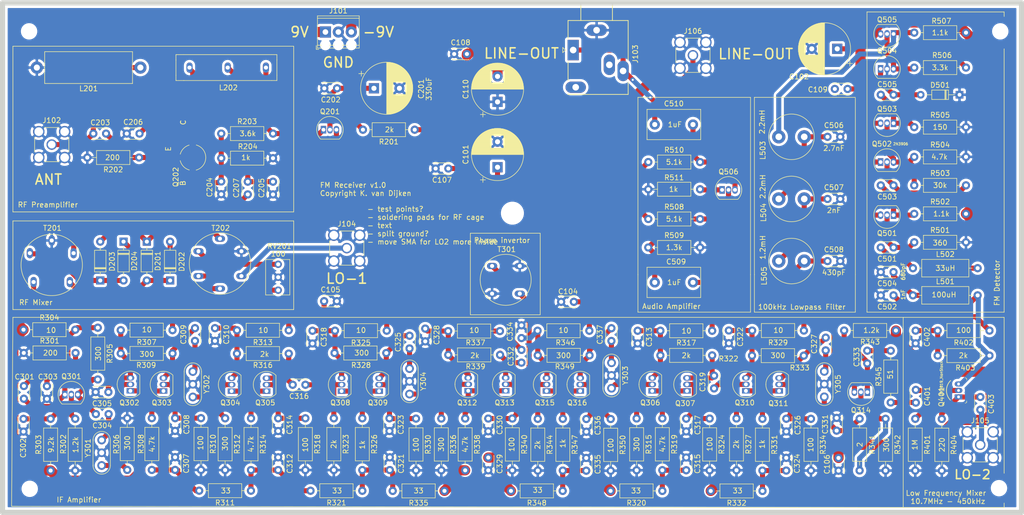
<source format=kicad_pcb>
(kicad_pcb (version 20171130) (host pcbnew "(5.1.6-0-10_14)")
  (layers (0 F.Cu signal) (31 B.Cu signal hide) (34 B.Paste user) (35 F.Paste user) (36 B.SilkS user) (37 F.SilkS user) (38 B.Mask user) (39 F.Mask user) (44 Edge.Cuts user))
  (net 0 "")
  (net 1 "Net-(C201-Pad1)")
  (net 2 GND)
  (net 3 /ANTENNA)
  (net 4 "Net-(C203-Pad1)")
  (net 5 "Net-(C204-Pad1)")
  (net 6 "Net-(C205-Pad2)")
  (net 7 "Net-(C206-Pad2)")
  (net 8 "Net-(C207-Pad1)")
  (net 9 "/IF Amplifier/IFAMP_IN")
  (net 10 "Net-(C301-Pad1)")
  (net 11 "Net-(C302-Pad1)")
  (net 12 "Net-(C303-Pad2)")
  (net 13 "Net-(C304-Pad2)")
  (net 14 "Net-(C304-Pad1)")
  (net 15 "Net-(C305-Pad1)")
  (net 16 "Net-(C308-Pad1)")
  (net 17 "Net-(C309-Pad1)")
  (net 18 "Net-(C309-Pad2)")
  (net 19 "Net-(C310-Pad1)")
  (net 20 "Net-(C313-Pad1)")
  (net 21 "Net-(C314-Pad1)")
  (net 22 "Net-(C315-Pad1)")
  (net 23 "Net-(C316-Pad1)")
  (net 24 "Net-(C316-Pad2)")
  (net 25 "Net-(C317-Pad1)")
  (net 26 "Net-(C318-Pad1)")
  (net 27 "Net-(C319-Pad1)")
  (net 28 "Net-(C319-Pad2)")
  (net 29 "Net-(C322-Pad1)")
  (net 30 "Net-(C323-Pad1)")
  (net 31 "Net-(C324-Pad1)")
  (net 32 "Net-(C325-Pad2)")
  (net 33 "Net-(C325-Pad1)")
  (net 34 "Net-(C326-Pad1)")
  (net 35 "Net-(C327-Pad2)")
  (net 36 "Net-(C327-Pad1)")
  (net 37 "Net-(C328-Pad1)")
  (net 38 VEE)
  (net 39 "Net-(C330-Pad1)")
  (net 40 "Net-(C331-Pad1)")
  (net 41 "Net-(C332-Pad2)")
  (net 42 "Net-(C332-Pad1)")
  (net 43 "Net-(C333-Pad2)")
  (net 44 "Net-(C333-Pad1)")
  (net 45 "Net-(C334-Pad1)")
  (net 46 "Net-(C335-Pad1)")
  (net 47 "Net-(C336-Pad1)")
  (net 48 "Net-(C337-Pad1)")
  (net 49 "Net-(C337-Pad2)")
  (net 50 "/IF Amplifier/IFAMP_OUT")
  (net 51 "Net-(C401-Pad1)")
  (net 52 "Net-(C402-Pad1)")
  (net 53 /LO2)
  (net 54 "Net-(C403-Pad2)")
  (net 55 "Net-(C501-Pad2)")
  (net 56 "Net-(C501-Pad1)")
  (net 57 /Detector/DET_IN)
  (net 58 "Net-(C503-Pad1)")
  (net 59 "Net-(C503-Pad2)")
  (net 60 "Net-(C504-Pad1)")
  (net 61 "Net-(C505-Pad1)")
  (net 62 "Net-(C505-Pad2)")
  (net 63 "Net-(C506-Pad1)")
  (net 64 "Net-(C507-Pad1)")
  (net 65 "Net-(C508-Pad1)")
  (net 66 "Net-(C509-Pad1)")
  (net 67 "Net-(C510-Pad2)")
  (net 68 /AUDIO)
  (net 69 "Net-(D201-Pad2)")
  (net 70 "Net-(D201-Pad1)")
  (net 71 "Net-(D202-Pad2)")
  (net 72 "Net-(D203-Pad1)")
  (net 73 VCC)
  (net 74 /LO1)
  (net 75 "/Antenna Preamplifier/VCC2")
  (net 76 "Net-(L503-Pad2)")
  (net 77 "Net-(Q302-Pad1)")
  (net 78 "Net-(Q302-Pad2)")
  (net 79 "Net-(Q304-Pad2)")
  (net 80 "Net-(Q304-Pad1)")
  (net 81 "Net-(Q306-Pad2)")
  (net 82 "Net-(Q306-Pad1)")
  (net 83 "Net-(Q308-Pad1)")
  (net 84 "Net-(Q310-Pad1)")
  (net 85 "Net-(Q312-Pad2)")
  (net 86 "Net-(Q312-Pad1)")
  (net 87 "Net-(Q314-Pad2)")
  (net 88 "Net-(Q315-Pad2)")
  (net 89 "Net-(Q315-Pad1)")
  (net 90 "Net-(Q502-Pad3)")
  (net 91 "Net-(Q504-Pad3)")
  (net 92 "Net-(Q506-Pad1)")
  (net 93 "Net-(RV201-Pad1)")
  (net 94 "Net-(RV201-Pad3)")
  (net 95 "Net-(C307-Pad1)")
  (net 96 "Net-(C312-Pad1)")
  (net 97 "Net-(C321-Pad1)")
  (net 98 "Net-(C109-Pad2)")
  (module Capacitor_THT:CP_Radial_D10.0mm_P5.00mm (layer F.Cu) (at 132.715 83.693 90)
    (fp_text reference C110 (at 2.5 -6.25 90) (layer F.SilkS))
    (fp_text value 220uF)
    (pad 2 thru_hole circle (at 5 0 90) (size 2 2) (drill 1) (layers *.Cu *.Mask) (net 38 VEE))
    (pad 1 thru_hole rect (at 0 0 90) (size 2 2) (drill 1) (layers *.Cu *.Mask) (net 2 GND))
  )
  (module Capacitor_THT:C_Disc_D3.0mm_W2.0mm_P2.50mm (layer F.Cu) (at 201.422 81.153 180)
    (fp_text reference C109 (at 5.842 -0.127) (layer F.SilkS))
    (fp_text value 100nF)
    (pad 2 thru_hole circle (at 2.5 0 180) (size 1.6 1.6) (drill 0.8) (layers *.Cu *.Mask) (net 98 "Net-(C109-Pad2)"))
    (pad 1 thru_hole circle (at 0 0 180) (size 1.6 1.6) (drill 0.8) (layers *.Cu *.Mask) (net 73 VCC))
  )
  (module Capacitor_THT:C_Disc_D3.0mm_W2.0mm_P2.50mm (layer F.Cu) (at 124.206 74.295)
    (fp_text reference C108 (at 1.25 -2.25) (layer F.SilkS))
    (fp_text value 100nF)
    (pad 2 thru_hole circle (at 2.5 0) (size 1.6 1.6) (drill 0.8) (layers *.Cu *.Mask) (net 38 VEE))
    (pad 1 thru_hole circle (at 0 0) (size 1.6 1.6) (drill 0.8) (layers *.Cu *.Mask) (net 2 GND))
  )
  (module Capacitor_THT:C_Disc_D3.0mm_W2.0mm_P2.50mm (layer F.Cu) (at 123.063 96.774 180)
    (fp_text reference C107 (at 1.25 -2.25) (layer F.SilkS))
    (fp_text value 100nF)
    (pad 2 thru_hole circle (at 2.5 0 180) (size 1.6 1.6) (drill 0.8) (layers *.Cu *.Mask) (net 2 GND))
    (pad 1 thru_hole circle (at 0 0 180) (size 1.6 1.6) (drill 0.8) (layers *.Cu *.Mask) (net 73 VCC))
  )
  (module Capacitor_THT:C_Disc_D3.0mm_W2.0mm_P2.50mm (layer F.Cu) (at 199.644 156.083 90)
    (fp_text reference C106 (at 1.25 -2.25 90) (layer F.SilkS))
    (fp_text value 100nF)
    (pad 2 thru_hole circle (at 2.5 0 90) (size 1.6 1.6) (drill 0.8) (layers *.Cu *.Mask) (net 38 VEE))
    (pad 1 thru_hole circle (at 0 0 90) (size 1.6 1.6) (drill 0.8) (layers *.Cu *.Mask) (net 2 GND))
  )
  (module Capacitor_THT:C_Disc_D3.0mm_W2.0mm_P2.50mm (layer F.Cu) (at 98.679 122.809)
    (fp_text reference C105 (at 1.25 -2.25) (layer F.SilkS))
    (fp_text value 100nF)
    (pad 2 thru_hole circle (at 2.5 0) (size 1.6 1.6) (drill 0.8) (layers *.Cu *.Mask) (net 2 GND))
    (pad 1 thru_hole circle (at 0 0) (size 1.6 1.6) (drill 0.8) (layers *.Cu *.Mask) (net 73 VCC))
  )
  (module Capacitor_THT:C_Disc_D3.0mm_W2.0mm_P2.50mm (layer F.Cu) (at 147.701 122.936 180)
    (fp_text reference C104 (at 1.143 2.032) (layer F.SilkS))
    (fp_text value 100nF)
    (pad 2 thru_hole circle (at 2.5 0 180) (size 1.6 1.6) (drill 0.8) (layers *.Cu *.Mask) (net 2 GND))
    (pad 1 thru_hole circle (at 0 0 180) (size 1.6 1.6) (drill 0.8) (layers *.Cu *.Mask) (net 73 VCC))
  )
  (module Capacitor_THT:CP_Radial_D10.0mm_P5.00mm (layer F.Cu) (at 199.39 73.279 180)
    (fp_text reference C102 (at 7.493 -5.461) (layer F.SilkS))
    (fp_text value 220uF)
    (pad 2 thru_hole circle (at 5 0 180) (size 2 2) (drill 1) (layers *.Cu *.Mask) (net 2 GND))
    (pad 1 thru_hole rect (at 0 0 180) (size 2 2) (drill 1) (layers *.Cu *.Mask) (net 73 VCC))
  )
  (module Capacitor_THT:CP_Radial_D10.0mm_P5.00mm (layer F.Cu) (at 132.715 96.52 90)
    (fp_text reference C101 (at 2.5 -6.25 90) (layer F.SilkS))
    (fp_text value 220uF)
    (pad 2 thru_hole circle (at 5 0 90) (size 2 2) (drill 1) (layers *.Cu *.Mask) (net 2 GND))
    (pad 1 thru_hole rect (at 0 0 90) (size 2 2) (drill 1) (layers *.Cu *.Mask) (net 73 VCC))
  )
  (module Resistor_THT:R_Axial_DIN0309_L9.0mm_D3.2mm_P12.70mm_Horizontal (layer F.Cu) (at 214.249 121.666)
    (fp_text reference L501 (at 6.35 -2.72) (layer F.SilkS))
    (fp_text value 100uH (at 6.096 -0.127) (layer F.SilkS))
    (pad 2 thru_hole oval (at 12.7 0) (size 1.6 1.6) (drill 0.8) (layers *.Cu *.Mask) (net 57 /Detector/DET_IN))
    (pad 1 thru_hole circle (at 0 0) (size 1.6 1.6) (drill 0.8) (layers *.Cu *.Mask) (net 60 "Net-(C504-Pad1)"))
  )
  (module Resistor_THT:R_Axial_DIN0309_L9.0mm_D3.2mm_P12.70mm_Horizontal (layer F.Cu) (at 214.249 116.332)
    (fp_text reference L502 (at 6.35 -2.72) (layer F.SilkS))
    (fp_text value 33uH (at 6.35 0) (layer F.SilkS))
    (pad 2 thru_hole oval (at 12.7 0) (size 1.6 1.6) (drill 0.8) (layers *.Cu *.Mask) (net 60 "Net-(C504-Pad1)"))
    (pad 1 thru_hole circle (at 0 0) (size 1.6 1.6) (drill 0.8) (layers *.Cu *.Mask) (net 55 "Net-(C501-Pad2)"))
  )
  (module Connector_Coaxial:SMA_Amphenol_901-144_Vertical (layer F.Cu) (at 103.124 112.395)
    (fp_text reference J104 (at 0 -4.75) (layer F.SilkS))
    (fp_text value 142-0701-801)
    (pad 2 thru_hole circle (at -2.54 2.54) (size 2.25 2.25) (drill 1.7) (layers *.Cu *.Mask) (net 2 GND))
    (pad 2 thru_hole circle (at -2.54 -2.54) (size 2.25 2.25) (drill 1.7) (layers *.Cu *.Mask) (net 2 GND))
    (pad 2 thru_hole circle (at 2.54 -2.54) (size 2.25 2.25) (drill 1.7) (layers *.Cu *.Mask) (net 2 GND))
    (pad 2 thru_hole circle (at 2.54 2.54) (size 2.25 2.25) (drill 1.7) (layers *.Cu *.Mask) (net 2 GND))
    (pad 1 thru_hole circle (at 0 0) (size 2.05 2.05) (drill 1.5) (layers *.Cu *.Mask) (net 74 /LO1))
  )
  (module Potentiometer_THT:Potentiometer_Bourns_3266Y_Vertical (layer F.Cu) (at 89.662 120.65 270)
    (fp_text reference RV201 (at -8.636 -0.254 180) (layer F.SilkS))
    (fp_text value 100 (at -7.112 0 180) (layer F.SilkS))
    (pad 3 thru_hole circle (at -5.08 0 270) (size 1.44 1.44) (drill 0.8) (layers *.Cu *.Mask) (net 94 "Net-(RV201-Pad3)"))
    (pad 2 thru_hole circle (at -2.54 0 270) (size 1.44 1.44) (drill 0.8) (layers *.Cu *.Mask) (net 2 GND))
    (pad 1 thru_hole circle (at 0 0 270) (size 1.44 1.44) (drill 0.8) (layers *.Cu *.Mask) (net 93 "Net-(RV201-Pad1)"))
  )
  (module kvd:toroid_6_12 (layer F.Cu) (at 78.232 115.443 90)
    (fp_text reference T202 (at 6.985 0.127) (layer F.SilkS))
    (fp_text value Transformer_1P_2S)
    (pad 6 thru_hole oval (at -4.9 0 90) (size 1.2 2) (drill 0.8) (layers *.Cu *.Mask) (net 71 "Net-(D202-Pad2)"))
    (pad 3 thru_hole oval (at 4.9 0 90) (size 1.2 2) (drill 0.8) (layers *.Cu *.Mask) (net 70 "Net-(D201-Pad1)"))
    (pad 4 thru_hole oval (at 2.4384 -4.2164 90) (size 1.2 2) (drill 0.8) (layers *.Cu *.Mask) (net 94 "Net-(RV201-Pad3)"))
    (pad 2 thru_hole oval (at 2.4384 4.2164 90) (size 1.2 2) (drill 0.8) (layers *.Cu *.Mask) (net 2 GND))
    (pad 1 thru_hole oval (at -2.4384 4.2164 90) (size 1.2 2) (drill 0.8) (layers *.Cu *.Mask) (net 74 /LO1))
    (pad 5 thru_hole oval (at -2.4384 -4.2164 90) (size 1.2 2) (drill 0.8) (layers *.Cu *.Mask) (net 93 "Net-(RV201-Pad1)"))
  )
  (module Resistor_THT:R_Axial_DIN0207_L6.3mm_D2.5mm_P10.16mm_Horizontal (layer F.Cu) (at 78.486 89.916)
    (fp_text reference R203 (at 5.08 -2.37) (layer F.SilkS))
    (fp_text value 3.6k (at 5.207 0) (layer F.SilkS))
    (pad 2 thru_hole oval (at 10.16 0) (size 1.6 1.6) (drill 0.8) (layers *.Cu *.Mask) (net 75 "/Antenna Preamplifier/VCC2"))
    (pad 1 thru_hole circle (at 0 0) (size 1.6 1.6) (drill 0.8) (layers *.Cu *.Mask) (net 5 "Net-(C204-Pad1)"))
  )
  (module Resistor_THT:R_Axial_DIN0207_L6.3mm_D2.5mm_P10.16mm_Horizontal (layer F.Cu) (at 88.646 94.742 180)
    (fp_text reference R204 (at 4.953 2.286) (layer F.SilkS))
    (fp_text value 1k (at 5.334 0.127) (layer F.SilkS))
    (pad 2 thru_hole oval (at 10.16 0 180) (size 1.6 1.6) (drill 0.8) (layers *.Cu *.Mask) (net 5 "Net-(C204-Pad1)"))
    (pad 1 thru_hole circle (at 0 0 180) (size 1.6 1.6) (drill 0.8) (layers *.Cu *.Mask) (net 2 GND))
  )
  (module kvd:BFR90A_1 (layer F.Cu) (at 72.898 94.615 90)
    (fp_text reference Q202 (at -3.8242 -3.3238 -90) (layer F.SilkS))
    (fp_text value BFR90A)
    (fp_text user C (at 6.8834 -1.8796 90) (layer F.SilkS))
    (fp_text user B (at -5.0292 -1.9304 90) (layer F.SilkS))
    (fp_text user E (at 1.7018 -4.8006 90) (layer F.SilkS))
    (pad 2 smd rect (at 0 -4.925 180) (size 5 1) (layers F.Cu F.Paste F.Mask) (net 4 "Net-(C203-Pad1)"))
    (pad 3 smd rect (at 6.925 0.0036 180) (size 1 9) (layers F.Cu F.Paste F.Mask) (net 7 "Net-(C206-Pad2)"))
    (pad 1 smd rect (at -4.925 0 180) (size 1 5) (layers F.Cu F.Paste F.Mask) (net 5 "Net-(C204-Pad1)"))
  )
  (module Capacitor_THT:C_Disc_D3.0mm_W2.0mm_P2.50mm (layer F.Cu) (at 118.5291 128.1957 270)
    (fp_text reference C328 (at 1.25 -2.25 90) (layer F.SilkS))
    (fp_text value 100nF)
    (pad 2 thru_hole circle (at 2.5 0 270) (size 1.6 1.6) (drill 0.8) (layers *.Cu *.Mask) (net 2 GND))
    (pad 1 thru_hole circle (at 0 0 270) (size 1.6 1.6) (drill 0.8) (layers *.Cu *.Mask) (net 37 "Net-(C328-Pad1)"))
  )
  (module Resistor_THT:R_Axial_DIN0207_L6.3mm_D2.5mm_P10.16mm_Horizontal (layer F.Cu) (at 133.1849 128.6764 180)
    (fp_text reference R337 (at 4.7879 -2.2606 180) (layer F.SilkS))
    (fp_text value 10 (at 5.0419 0.1524) (layer F.SilkS))
    (pad 2 thru_hole oval (at 10.16 0 180) (size 1.6 1.6) (drill 0.8) (layers *.Cu *.Mask) (net 37 "Net-(C328-Pad1)"))
    (pad 1 thru_hole circle (at 0 0 180) (size 1.6 1.6) (drill 0.8) (layers *.Cu *.Mask) (net 73 VCC))
  )
  (module Resistor_THT:R_Axial_DIN0207_L6.3mm_D2.5mm_P10.16mm_Horizontal (layer F.Cu) (at 123.0503 133.35)
    (fp_text reference R339 (at 5.3467 2.286 180) (layer F.SilkS))
    (fp_text value 2k (at 5.2197 0.127) (layer F.SilkS))
    (pad 2 thru_hole oval (at 10.16 0) (size 1.6 1.6) (drill 0.8) (layers *.Cu *.Mask) (net 41 "Net-(C332-Pad2)"))
    (pad 1 thru_hole circle (at 0 0) (size 1.6 1.6) (drill 0.8) (layers *.Cu *.Mask) (net 37 "Net-(C328-Pad1)"))
  )
  (module kvd:toroid_5_12 (layer F.Cu) (at 45.212 115.697 180)
    (fp_text reference T201 (at -0.127 7.239 180) (layer F.SilkS))
    (fp_text value Transformer_1P_SS)
    (pad 3 thru_hole oval (at 4.2926 2.3114 180) (size 1.2 2) (drill 0.8) (layers *.Cu *.Mask) (net 72 "Net-(D203-Pad1)"))
    (pad 4 thru_hole oval (at 3.556 -3.3528 180) (size 1.2 2) (drill 0.8) (layers *.Cu *.Mask) (net 9 "/IF Amplifier/IFAMP_IN"))
    (pad 2 thru_hole oval (at 0 4.8006 180) (size 1.2 2) (drill 0.8) (layers *.Cu *.Mask) (net 2 GND))
    (pad 1 thru_hole oval (at -4.2926 2.3114 180) (size 1.2 2) (drill 0.8) (layers *.Cu *.Mask) (net 8 "Net-(C207-Pad1)"))
    (pad 5 thru_hole oval (at -3.556 -3.3528 180) (size 1.2 2) (drill 0.8) (layers *.Cu *.Mask) (net 69 "Net-(D201-Pad2)"))
  )
  (module MountingHole:MountingHole_2.2mm_M2 (layer F.Cu) (at 231.394 69.85)
    (fp_text reference REF** hide)
    (fp_text value MountingHole_2.2mm_M2)
    (pad 1 np_thru_hole circle (at 0 0) (size 2.2 2.2) (drill 2.2) (layers *.Cu *.Mask))
  )
  (module MountingHole:MountingHole_2.2mm_M2 (layer F.Cu) (at 231.14 159.512)
    (fp_text reference REF** hide)
    (fp_text value MountingHole_2.2mm_M2)
    (pad 1 np_thru_hole circle (at 0 0) (size 2.2 2.2) (drill 2.2) (layers *.Cu *.Mask))
  )
  (module MountingHole:MountingHole_2.2mm_M2 (layer F.Cu) (at 40.894 159.639)
    (fp_text reference REF** hide)
    (fp_text value MountingHole_2.2mm_M2)
    (pad 1 np_thru_hole circle (at 0 0) (size 2.2 2.2) (drill 2.2) (layers *.Cu *.Mask))
  )
  (module MountingHole:MountingHole_2.2mm_M2 (layer F.Cu) (at 40.767 69.85)
    (fp_text reference REF** hide)
    (fp_text value MountingHole_2.2mm_M2)
    (pad 1 np_thru_hole circle (at 0 0) (size 2.2 2.2) (drill 2.2) (layers *.Cu *.Mask))
  )
  (module MountingHole:MountingHole_3.5mm (layer F.Cu) (at 135.636 105.537)
    (fp_text reference REF** hide)
    (fp_text value MountingHole_3.5mm)
    (pad 1 np_thru_hole circle (at 0 0) (size 3.5 3.5) (drill 3.5) (layers *.Cu *.Mask))
  )
  (module kvd:toroid_4_10 (layer F.Cu) (at 134.366 118.618 270)
    (fp_text reference T301 (at -5.969 -0.127) (layer F.SilkS))
    (fp_text value Transformer_1P_1S)
    (pad 2 thru_hole oval (at 2.7178 2.7178 270) (size 1.2 2) (drill 0.8) (layers *.Cu *.Mask) (net 2 GND))
    (pad 3 thru_hole oval (at 2.7178 -2.7178 270) (size 1.2 2) (drill 0.8) (layers *.Cu *.Mask) (net 88 "Net-(Q315-Pad2)"))
    (pad 1 thru_hole oval (at -2.7178 2.7178 270) (size 1.2 2) (drill 0.8) (layers *.Cu *.Mask) (net 42 "Net-(C332-Pad1)"))
    (pad 4 thru_hole oval (at -2.7178 -2.7178 270) (size 1.2 2) (drill 0.8) (layers *.Cu *.Mask) (net 2 GND))
  )
  (module Connector_Coaxial:SMA_Amphenol_901-144_Vertical (layer F.Cu) (at 171.069 74.549)
    (fp_text reference J106 (at 0 -4.75) (layer F.SilkS))
    (fp_text value 142-0701-801)
    (pad 2 thru_hole circle (at -2.54 2.54) (size 2.25 2.25) (drill 1.7) (layers *.Cu *.Mask) (net 2 GND))
    (pad 2 thru_hole circle (at -2.54 -2.54) (size 2.25 2.25) (drill 1.7) (layers *.Cu *.Mask) (net 2 GND))
    (pad 2 thru_hole circle (at 2.54 -2.54) (size 2.25 2.25) (drill 1.7) (layers *.Cu *.Mask) (net 2 GND))
    (pad 2 thru_hole circle (at 2.54 2.54) (size 2.25 2.25) (drill 1.7) (layers *.Cu *.Mask) (net 2 GND))
    (pad 1 thru_hole circle (at 0 0) (size 2.05 2.05) (drill 1.5) (layers *.Cu *.Mask) (net 68 /AUDIO))
  )
  (module Connector_Coaxial:SMA_Amphenol_901-144_Vertical (layer F.Cu) (at 227.457 151.003)
    (fp_text reference J105 (at 0 -4.75) (layer F.SilkS))
    (fp_text value 142-0701-801)
    (pad 2 thru_hole circle (at -2.54 2.54) (size 2.25 2.25) (drill 1.7) (layers *.Cu *.Mask) (net 2 GND))
    (pad 2 thru_hole circle (at -2.54 -2.54) (size 2.25 2.25) (drill 1.7) (layers *.Cu *.Mask) (net 2 GND))
    (pad 2 thru_hole circle (at 2.54 -2.54) (size 2.25 2.25) (drill 1.7) (layers *.Cu *.Mask) (net 2 GND))
    (pad 2 thru_hole circle (at 2.54 2.54) (size 2.25 2.25) (drill 1.7) (layers *.Cu *.Mask) (net 2 GND))
    (pad 1 thru_hole circle (at 0 0) (size 2.05 2.05) (drill 1.5) (layers *.Cu *.Mask) (net 53 /LO2))
  )
  (module Connector_Coaxial:SMA_Amphenol_901-144_Vertical (layer F.Cu) (at 45.212 92.075)
    (fp_text reference J102 (at 0 -4.75) (layer F.SilkS))
    (fp_text value 142-0701-801)
    (pad 2 thru_hole circle (at -2.54 2.54) (size 2.25 2.25) (drill 1.7) (layers *.Cu *.Mask) (net 2 GND))
    (pad 2 thru_hole circle (at -2.54 -2.54) (size 2.25 2.25) (drill 1.7) (layers *.Cu *.Mask) (net 2 GND))
    (pad 2 thru_hole circle (at 2.54 -2.54) (size 2.25 2.25) (drill 1.7) (layers *.Cu *.Mask) (net 2 GND))
    (pad 2 thru_hole circle (at 2.54 2.54) (size 2.25 2.25) (drill 1.7) (layers *.Cu *.Mask) (net 2 GND))
    (pad 1 thru_hole circle (at 0 0) (size 2.05 2.05) (drill 1.5) (layers *.Cu *.Mask) (net 3 /ANTENNA))
  )
  (module Capacitor_THT:C_Rect_L10.3mm_W5.7mm_P7.50mm_MKS4 (layer F.Cu) (at 163.576 88.138)
    (fp_text reference C510 (at 3.75 -4.1) (layer F.SilkS))
    (fp_text value 1uF (at 3.937 0) (layer F.SilkS))
    (pad 2 thru_hole circle (at 7.5 0) (size 2 2) (drill 1) (layers *.Cu *.Mask) (net 67 "Net-(C510-Pad2)"))
    (pad 1 thru_hole circle (at 0 0) (size 2 2) (drill 1) (layers *.Cu *.Mask) (net 68 /AUDIO))
  )
  (module Capacitor_THT:CP_Radial_D10.0mm_P5.00mm (layer F.Cu) (at 108.458 81.026)
    (fp_text reference C201 (at 9.271 0.127 90) (layer F.SilkS))
    (fp_text value 330uF (at 10.795 0.127 90) (layer F.SilkS))
    (pad 2 thru_hole circle (at 5 0) (size 2 2) (drill 1) (layers *.Cu *.Mask) (net 2 GND))
    (pad 1 thru_hole rect (at 0 0) (size 2 2) (drill 1) (layers *.Cu *.Mask) (net 1 "Net-(C201-Pad1)"))
  )
  (module Capacitor_THT:C_Disc_D3.0mm_W2.0mm_P2.50mm (layer F.Cu) (at 101.219 81.026 180)
    (fp_text reference C202 (at 1.25 -2.25) (layer F.SilkS))
    (fp_text value 100nF)
    (pad 2 thru_hole circle (at 2.5 0 180) (size 1.6 1.6) (drill 0.8) (layers *.Cu *.Mask) (net 2 GND))
    (pad 1 thru_hole circle (at 0 0 180) (size 1.6 1.6) (drill 0.8) (layers *.Cu *.Mask) (net 1 "Net-(C201-Pad1)"))
  )
  (module Package_TO_SOT_THT:TO-92_Inline (layer F.Cu) (at 98.552 89.154)
    (fp_text reference Q201 (at 1.27 -3.56) (layer F.SilkS))
    (fp_text value 2N3904)
    (pad 1 thru_hole rect (at 0 0) (size 1.05 1.5) (drill 0.75) (layers *.Cu *.Mask) (net 75 "/Antenna Preamplifier/VCC2"))
    (pad 3 thru_hole oval (at 2.54 0) (size 1.05 1.5) (drill 0.75) (layers *.Cu *.Mask) (net 73 VCC))
    (pad 2 thru_hole oval (at 1.27 0) (size 1.05 1.5) (drill 0.75) (layers *.Cu *.Mask) (net 1 "Net-(C201-Pad1)"))
  )
  (module Resistor_THT:R_Axial_DIN0207_L6.3mm_D2.5mm_P10.16mm_Horizontal (layer F.Cu) (at 116.459 89.154 180)
    (fp_text reference R201 (at 5.08 -2.37) (layer F.SilkS))
    (fp_text value 2k (at 4.953 0) (layer F.SilkS))
    (pad 2 thru_hole oval (at 10.16 0 180) (size 1.6 1.6) (drill 0.8) (layers *.Cu *.Mask) (net 1 "Net-(C201-Pad1)"))
    (pad 1 thru_hole circle (at 0 0 180) (size 1.6 1.6) (drill 0.8) (layers *.Cu *.Mask) (net 73 VCC))
  )
  (module kvd:tapped_coil (layer F.Cu) (at 79.756 76.962)
    (fp_text reference L202 (at 0.127 3.937) (layer F.SilkS))
    (fp_text value tapped_air_coil)
    (pad 2 thru_hole oval (at 7.5 0) (size 1.2 2) (drill 0.8) (layers *.Cu *.Mask) (net 75 "/Antenna Preamplifier/VCC2"))
    (pad 3 thru_hole oval (at 0 0) (size 1.2 2) (drill 0.8) (layers *.Cu *.Mask) (net 6 "Net-(C205-Pad2)"))
    (pad 1 thru_hole oval (at -7.5 0) (size 1.2 2) (drill 0.8) (layers *.Cu *.Mask) (net 7 "Net-(C206-Pad2)"))
  )
  (module Capacitor_THT:C_Disc_D3.0mm_W2.0mm_P2.50mm (layer F.Cu) (at 55.88 89.916 180)
    (fp_text reference C203 (at 1.143 2.159) (layer F.SilkS))
    (fp_text value 20pF)
    (pad 2 thru_hole circle (at 2.5 0 180) (size 1.6 1.6) (drill 0.8) (layers *.Cu *.Mask) (net 3 /ANTENNA))
    (pad 1 thru_hole circle (at 0 0 180) (size 1.6 1.6) (drill 0.8) (layers *.Cu *.Mask) (net 4 "Net-(C203-Pad1)"))
  )
  (module Capacitor_THT:C_Disc_D3.0mm_W2.0mm_P2.50mm (layer F.Cu) (at 78.486 99.314 270)
    (fp_text reference C204 (at 1.143 2.286 90) (layer F.SilkS))
    (fp_text value 104)
    (pad 2 thru_hole circle (at 2.5 0 270) (size 1.6 1.6) (drill 0.8) (layers *.Cu *.Mask) (net 2 GND))
    (pad 1 thru_hole circle (at 0 0 270) (size 1.6 1.6) (drill 0.8) (layers *.Cu *.Mask) (net 5 "Net-(C204-Pad1)"))
  )
  (module Capacitor_THT:C_Disc_D3.0mm_W2.0mm_P2.50mm (layer F.Cu) (at 88.646 101.854 90)
    (fp_text reference C205 (at 1.25 -2.25 90) (layer F.SilkS))
    (fp_text value 8pF)
    (pad 2 thru_hole circle (at 2.5 0 90) (size 1.6 1.6) (drill 0.8) (layers *.Cu *.Mask) (net 6 "Net-(C205-Pad2)"))
    (pad 1 thru_hole circle (at 0 0 90) (size 1.6 1.6) (drill 0.8) (layers *.Cu *.Mask) (net 2 GND))
  )
  (module Capacitor_THT:C_Disc_D3.0mm_W2.0mm_P2.50mm (layer F.Cu) (at 59.944 89.916)
    (fp_text reference C206 (at 1.25 -2.25) (layer F.SilkS))
    (fp_text value 1pF)
    (pad 2 thru_hole circle (at 2.5 0) (size 1.6 1.6) (drill 0.8) (layers *.Cu *.Mask) (net 7 "Net-(C206-Pad2)"))
    (pad 1 thru_hole circle (at 0 0) (size 1.6 1.6) (drill 0.8) (layers *.Cu *.Mask) (net 2 GND))
  )
  (module Capacitor_THT:C_Disc_D3.0mm_W2.0mm_P2.50mm (layer F.Cu) (at 83.693 101.854 90)
    (fp_text reference C207 (at 1.25 -2.25 90) (layer F.SilkS))
    (fp_text value 6.8nF)
    (pad 2 thru_hole circle (at 2.5 0 90) (size 1.6 1.6) (drill 0.8) (layers *.Cu *.Mask) (net 6 "Net-(C205-Pad2)"))
    (pad 1 thru_hole circle (at 0 0 90) (size 1.6 1.6) (drill 0.8) (layers *.Cu *.Mask) (net 8 "Net-(C207-Pad1)"))
  )
  (module Resistor_THT:R_Axial_DIN0617_L17.0mm_D6.0mm_P20.32mm_Horizontal (layer F.Cu) (at 62.611 76.962 180)
    (fp_text reference L201 (at 10.16 -4.12) (layer F.SilkS))
    (fp_text value INDUCTOR)
    (pad 2 thru_hole oval (at 20.32 0 180) (size 2.4 2.4) (drill 1.2) (layers *.Cu *.Mask) (net 2 GND))
    (pad 1 thru_hole circle (at 0 0 180) (size 2.4 2.4) (drill 1.2) (layers *.Cu *.Mask) (net 3 /ANTENNA))
  )
  (module Resistor_THT:R_Axial_DIN0207_L6.3mm_D2.5mm_P10.16mm_Horizontal (layer F.Cu) (at 62.357 94.615 180)
    (fp_text reference R202 (at 5.08 -2.37) (layer F.SilkS))
    (fp_text value 200 (at 5.207 0) (layer F.SilkS))
    (pad 2 thru_hole oval (at 10.16 0 180) (size 1.6 1.6) (drill 0.8) (layers *.Cu *.Mask) (net 2 GND))
    (pad 1 thru_hole circle (at 0 0 180) (size 1.6 1.6) (drill 0.8) (layers *.Cu *.Mask) (net 4 "Net-(C203-Pad1)"))
  )
  (module Capacitor_THT:C_Disc_D3.0mm_W2.0mm_P2.50mm (layer F.Cu) (at 39.751 141.9587 90)
    (fp_text reference C301 (at 4.2907 0.127 180) (layer F.SilkS))
    (fp_text value 100nF)
    (pad 2 thru_hole circle (at 2.5 0 90) (size 1.6 1.6) (drill 0.8) (layers *.Cu *.Mask) (net 9 "/IF Amplifier/IFAMP_IN"))
    (pad 1 thru_hole circle (at 0 0 90) (size 1.6 1.6) (drill 0.8) (layers *.Cu *.Mask) (net 10 "Net-(C301-Pad1)"))
  )
  (module Capacitor_THT:C_Disc_D3.0mm_W2.0mm_P2.50mm (layer F.Cu) (at 44.2722 141.986 90)
    (fp_text reference C303 (at 4.318 0.1778 180) (layer F.SilkS))
    (fp_text value 100nF)
    (pad 2 thru_hole circle (at 2.5 0 90) (size 1.6 1.6) (drill 0.8) (layers *.Cu *.Mask) (net 12 "Net-(C303-Pad2)"))
    (pad 1 thru_hole circle (at 0 0 90) (size 1.6 1.6) (drill 0.8) (layers *.Cu *.Mask) (net 2 GND))
  )
  (module Package_TO_SOT_THT:TO-92_Inline (layer F.Cu) (at 47.7901 141.1478)
    (fp_text reference Q301 (at 1.27 -3.56) (layer F.SilkS))
    (fp_text value 2N3904)
    (pad 1 thru_hole rect (at 0 0) (size 1.05 1.5) (drill 0.75) (layers *.Cu *.Mask) (net 10 "Net-(C301-Pad1)"))
    (pad 3 thru_hole oval (at 2.54 0) (size 1.05 1.5) (drill 0.75) (layers *.Cu *.Mask) (net 13 "Net-(C304-Pad2)"))
    (pad 2 thru_hole oval (at 1.27 0) (size 1.05 1.5) (drill 0.75) (layers *.Cu *.Mask) (net 11 "Net-(C302-Pad1)"))
  )
  (module Resistor_THT:R_Axial_DIN0207_L6.3mm_D2.5mm_P10.16mm_Horizontal (layer F.Cu) (at 39.7256 132.969)
    (fp_text reference R301 (at 5.08 -2.37) (layer F.SilkS))
    (fp_text value 200 (at 5.2324 0) (layer F.SilkS))
    (pad 2 thru_hole oval (at 10.16 0) (size 1.6 1.6) (drill 0.8) (layers *.Cu *.Mask) (net 10 "Net-(C301-Pad1)"))
    (pad 1 thru_hole circle (at 0 0) (size 1.6 1.6) (drill 0.8) (layers *.Cu *.Mask) (net 2 GND))
  )
  (module Resistor_THT:R_Axial_DIN0207_L6.3mm_D2.5mm_P10.16mm_Horizontal (layer F.Cu) (at 39.6748 128.4097)
    (fp_text reference R304 (at 5.08 -2.37) (layer F.SilkS))
    (fp_text value 10 (at 5.4102 0.1143) (layer F.SilkS))
    (pad 2 thru_hole oval (at 10.16 0) (size 1.6 1.6) (drill 0.8) (layers *.Cu *.Mask) (net 12 "Net-(C303-Pad2)"))
    (pad 1 thru_hole circle (at 0 0) (size 1.6 1.6) (drill 0.8) (layers *.Cu *.Mask) (net 38 VEE))
  )
  (module Capacitor_THT:C_Disc_D3.0mm_W2.0mm_P2.50mm (layer F.Cu) (at 39.6748 145.9103 270)
    (fp_text reference C302 (at 5.7277 0.0508 90) (layer F.SilkS))
    (fp_text value 100nF)
    (pad 2 thru_hole circle (at 2.5 0 270) (size 1.6 1.6) (drill 0.8) (layers *.Cu *.Mask) (net 2 GND))
    (pad 1 thru_hole circle (at 0 0 270) (size 1.6 1.6) (drill 0.8) (layers *.Cu *.Mask) (net 11 "Net-(C302-Pad1)"))
  )
  (module Capacitor_THT:C_Disc_D3.0mm_W2.0mm_P2.50mm (layer F.Cu) (at 56.3753 144.9705 180)
    (fp_text reference C304 (at 1.25 -2.25) (layer F.SilkS))
    (fp_text value 100nF)
    (pad 2 thru_hole circle (at 2.5 0 180) (size 1.6 1.6) (drill 0.8) (layers *.Cu *.Mask) (net 13 "Net-(C304-Pad2)"))
    (pad 1 thru_hole circle (at 0 0 180) (size 1.6 1.6) (drill 0.8) (layers *.Cu *.Mask) (net 14 "Net-(C304-Pad1)"))
  )
  (module Capacitor_THT:C_Disc_D3.0mm_W2.0mm_P2.50mm (layer F.Cu) (at 56.3353 140.6525 180)
    (fp_text reference C305 (at 1.25 -2.25) (layer F.SilkS))
    (fp_text value 100nF)
    (pad 2 thru_hole circle (at 2.5 0 180) (size 1.6 1.6) (drill 0.8) (layers *.Cu *.Mask) (net 2 GND))
    (pad 1 thru_hole circle (at 0 0 180) (size 1.6 1.6) (drill 0.8) (layers *.Cu *.Mask) (net 15 "Net-(C305-Pad1)"))
  )
  (module Capacitor_THT:C_Disc_D3.0mm_W2.0mm_P2.50mm (layer F.Cu) (at 69.4309 155.9306 90)
    (fp_text reference C307 (at 1.25 2.1971 90) (layer F.SilkS))
    (fp_text value 100nF)
    (pad 2 thru_hole circle (at 2.5 0 90) (size 1.6 1.6) (drill 0.8) (layers *.Cu *.Mask) (net 2 GND))
    (pad 1 thru_hole circle (at 0 0 90) (size 1.6 1.6) (drill 0.8) (layers *.Cu *.Mask) (net 95 "Net-(C307-Pad1)"))
  )
  (module Capacitor_THT:C_Disc_D3.0mm_W2.0mm_P2.50mm (layer F.Cu) (at 69.4309 145.7706 270)
    (fp_text reference C308 (at 1.25 -2.25 90) (layer F.SilkS))
    (fp_text value 100nF)
    (pad 2 thru_hole circle (at 2.5 0 270) (size 1.6 1.6) (drill 0.8) (layers *.Cu *.Mask) (net 2 GND))
    (pad 1 thru_hole circle (at 0 0 270) (size 1.6 1.6) (drill 0.8) (layers *.Cu *.Mask) (net 16 "Net-(C308-Pad1)"))
  )
  (module Capacitor_THT:C_Disc_D3.0mm_W2.0mm_P2.50mm (layer F.Cu) (at 73.3298 130.6068 90)
    (fp_text reference C309 (at 1.25 -2.25 90) (layer F.SilkS))
    (fp_text value 100nF)
    (pad 2 thru_hole circle (at 2.5 0 90) (size 1.6 1.6) (drill 0.8) (layers *.Cu *.Mask) (net 18 "Net-(C309-Pad2)"))
    (pad 1 thru_hole circle (at 0 0 90) (size 1.6 1.6) (drill 0.8) (layers *.Cu *.Mask) (net 17 "Net-(C309-Pad1)"))
  )
  (module Capacitor_THT:C_Disc_D3.0mm_W2.0mm_P2.50mm (layer F.Cu) (at 77.2541 128.1068 270)
    (fp_text reference C310 (at 1.25 -2.25 90) (layer F.SilkS))
    (fp_text value 100nF)
    (pad 2 thru_hole circle (at 2.5 0 270) (size 1.6 1.6) (drill 0.8) (layers *.Cu *.Mask) (net 2 GND))
    (pad 1 thru_hole circle (at 0 0 270) (size 1.6 1.6) (drill 0.8) (layers *.Cu *.Mask) (net 19 "Net-(C310-Pad1)"))
  )
  (module Package_TO_SOT_THT:TO-92_Inline (layer F.Cu) (at 60.6552 140.4112 90)
    (fp_text reference Q302 (at -2.3368 -0.2032 180) (layer F.SilkS))
    (fp_text value 2N3904)
    (pad 1 thru_hole rect (at 0 0 90) (size 1.05 1.5) (drill 0.75) (layers *.Cu *.Mask) (net 77 "Net-(Q302-Pad1)"))
    (pad 3 thru_hole oval (at 2.54 0 90) (size 1.05 1.5) (drill 0.75) (layers *.Cu *.Mask) (net 15 "Net-(C305-Pad1)"))
    (pad 2 thru_hole oval (at 1.27 0 90) (size 1.05 1.5) (drill 0.75) (layers *.Cu *.Mask) (net 78 "Net-(Q302-Pad2)"))
  )
  (module Package_TO_SOT_THT:TO-92_Inline (layer F.Cu) (at 67.1449 140.4366 90)
    (fp_text reference Q303 (at -2.3114 -0.3429 180) (layer F.SilkS))
    (fp_text value 2N3904)
    (pad 1 thru_hole rect (at 0 0 90) (size 1.05 1.5) (drill 0.75) (layers *.Cu *.Mask) (net 77 "Net-(Q302-Pad1)"))
    (pad 3 thru_hole oval (at 2.54 0 90) (size 1.05 1.5) (drill 0.75) (layers *.Cu *.Mask) (net 18 "Net-(C309-Pad2)"))
    (pad 2 thru_hole oval (at 1.27 0 90) (size 1.05 1.5) (drill 0.75) (layers *.Cu *.Mask) (net 16 "Net-(C308-Pad1)"))
  )
  (module Resistor_THT:R_Axial_DIN0207_L6.3mm_D2.5mm_P10.16mm_Horizontal (layer F.Cu) (at 49.8221 145.8976 270)
    (fp_text reference R302 (at 4.9784 2.3241 90) (layer F.SilkS))
    (fp_text value 1.2k (at 5.1054 -0.0889 90) (layer F.SilkS))
    (pad 2 thru_hole oval (at 10.16 0 270) (size 1.6 1.6) (drill 0.8) (layers *.Cu *.Mask) (net 2 GND))
    (pad 1 thru_hole circle (at 0 0 270) (size 1.6 1.6) (drill 0.8) (layers *.Cu *.Mask) (net 11 "Net-(C302-Pad1)"))
  )
  (module Resistor_THT:R_Axial_DIN0207_L6.3mm_D2.5mm_P10.16mm_Horizontal (layer F.Cu) (at 44.9961 156.0576 90)
    (fp_text reference R303 (at 5.08 -2.37 90) (layer F.SilkS))
    (fp_text value 9.2k (at 5.08 0.0889 90) (layer F.SilkS))
    (pad 2 thru_hole oval (at 10.16 0 90) (size 1.6 1.6) (drill 0.8) (layers *.Cu *.Mask) (net 11 "Net-(C302-Pad1)"))
    (pad 1 thru_hole circle (at 0 0 90) (size 1.6 1.6) (drill 0.8) (layers *.Cu *.Mask) (net 38 VEE))
  )
  (module Resistor_THT:R_Axial_DIN0207_L6.3mm_D2.5mm_P10.16mm_Horizontal (layer F.Cu) (at 54.2544 128.016 270)
    (fp_text reference R305 (at 5.08 -2.37 90) (layer F.SilkS))
    (fp_text value 300 (at 5.08 -0.1016 90) (layer F.SilkS))
    (pad 2 thru_hole oval (at 10.16 0 270) (size 1.6 1.6) (drill 0.8) (layers *.Cu *.Mask) (net 13 "Net-(C304-Pad2)"))
    (pad 1 thru_hole circle (at 0 0 270) (size 1.6 1.6) (drill 0.8) (layers *.Cu *.Mask) (net 12 "Net-(C303-Pad2)"))
  )
  (module Resistor_THT:R_Axial_DIN0207_L6.3mm_D2.5mm_P10.16mm_Horizontal (layer F.Cu) (at 60.0329 155.9306 90)
    (fp_text reference R306 (at 5.0546 -2.1209 90) (layer F.SilkS))
    (fp_text value 300 (at 5.3086 0.0381 90) (layer F.SilkS))
    (pad 2 thru_hole oval (at 10.16 0 90) (size 1.6 1.6) (drill 0.8) (layers *.Cu *.Mask) (net 2 GND))
    (pad 1 thru_hole circle (at 0 0 90) (size 1.6 1.6) (drill 0.8) (layers *.Cu *.Mask) (net 78 "Net-(Q302-Pad2)"))
  )
  (module Resistor_THT:R_Axial_DIN0207_L6.3mm_D2.5mm_P10.16mm_Horizontal (layer F.Cu) (at 68.9229 128.4986 180)
    (fp_text reference R307 (at 5.08 -2.37) (layer F.SilkS))
    (fp_text value 10 (at 5.0419 0.1016) (layer F.SilkS))
    (pad 2 thru_hole oval (at 10.16 0 180) (size 1.6 1.6) (drill 0.8) (layers *.Cu *.Mask) (net 15 "Net-(C305-Pad1)"))
    (pad 1 thru_hole circle (at 0 0 180) (size 1.6 1.6) (drill 0.8) (layers *.Cu *.Mask) (net 73 VCC))
  )
  (module Resistor_THT:R_Axial_DIN0207_L6.3mm_D2.5mm_P10.16mm_Horizontal (layer F.Cu) (at 64.8589 145.7706 270)
    (fp_text reference R308 (at 5.08 2.1209 90) (layer F.SilkS))
    (fp_text value 4.7k (at 5.1054 -0.0381 90) (layer F.SilkS))
    (pad 2 thru_hole oval (at 10.16 0 270) (size 1.6 1.6) (drill 0.8) (layers *.Cu *.Mask) (net 95 "Net-(C307-Pad1)"))
    (pad 1 thru_hole circle (at 0 0 270) (size 1.6 1.6) (drill 0.8) (layers *.Cu *.Mask) (net 77 "Net-(Q302-Pad1)"))
  )
  (module Resistor_THT:R_Axial_DIN0207_L6.3mm_D2.5mm_P10.16mm_Horizontal (layer F.Cu) (at 58.7629 133.0706)
    (fp_text reference R309 (at 4.9911 2.3114) (layer F.SilkS))
    (fp_text value 300 (at 5.1181 0.1524) (layer F.SilkS))
    (pad 2 thru_hole oval (at 10.16 0) (size 1.6 1.6) (drill 0.8) (layers *.Cu *.Mask) (net 18 "Net-(C309-Pad2)"))
    (pad 1 thru_hole circle (at 0 0) (size 1.6 1.6) (drill 0.8) (layers *.Cu *.Mask) (net 15 "Net-(C305-Pad1)"))
  )
  (module Resistor_THT:R_Axial_DIN0207_L6.3mm_D2.5mm_P10.16mm_Horizontal (layer F.Cu) (at 74.5109 145.7706 270)
    (fp_text reference R310 (at 5.08 -2.37 90) (layer F.SilkS))
    (fp_text value 100 (at 4.8514 0.0889 90) (layer F.SilkS))
    (pad 2 thru_hole oval (at 10.16 0 270) (size 1.6 1.6) (drill 0.8) (layers *.Cu *.Mask) (net 2 GND))
    (pad 1 thru_hole circle (at 0 0 270) (size 1.6 1.6) (drill 0.8) (layers *.Cu *.Mask) (net 16 "Net-(C308-Pad1)"))
  )
  (module Crystal:Resonator_muRata_CSTLSxxxG-3Pin_W8.0mm_H3.0mm (layer F.Cu) (at 55.0164 150.0632 270)
    (fp_text reference Y301 (at 1.5748 2.6924 90) (layer F.SilkS))
    (fp_text value Crystal_GND2)
    (pad 3 thru_hole circle (at 5 0 270) (size 1.7 1.7) (drill 1) (layers *.Cu *.Mask) (net 78 "Net-(Q302-Pad2)"))
    (pad 2 thru_hole circle (at 2.5 0 270) (size 1.7 1.7) (drill 1) (layers *.Cu *.Mask) (net 2 GND))
    (pad 1 thru_hole circle (at 0 0 270) (size 1.7 1.7) (drill 1) (layers *.Cu *.Mask) (net 14 "Net-(C304-Pad1)"))
  )
  (module Crystal:Resonator_muRata_CSTLSxxxG-3Pin_W8.0mm_H3.0mm (layer F.Cu) (at 72.9107 136.6177 270)
    (fp_text reference Y302 (at 2.5 -2.7 90) (layer F.SilkS))
    (fp_text value Crystal_GND2)
    (pad 3 thru_hole circle (at 5 0 270) (size 1.7 1.7) (drill 1) (layers *.Cu *.Mask) (net 79 "Net-(Q304-Pad2)"))
    (pad 2 thru_hole circle (at 2.5 0 270) (size 1.7 1.7) (drill 1) (layers *.Cu *.Mask) (net 2 GND))
    (pad 1 thru_hole circle (at 0 0 270) (size 1.7 1.7) (drill 1) (layers *.Cu *.Mask) (net 17 "Net-(C309-Pad1)"))
  )
  (module Capacitor_THT:C_Disc_D3.0mm_W2.0mm_P2.50mm (layer F.Cu) (at 210.439 112.268 180)
    (fp_text reference C501 (at 1.25 -2.25) (layer F.SilkS))
    (fp_text value 100nF)
    (pad 2 thru_hole circle (at 2.5 0 180) (size 1.6 1.6) (drill 0.8) (layers *.Cu *.Mask) (net 55 "Net-(C501-Pad2)"))
    (pad 1 thru_hole circle (at 0 0 180) (size 1.6 1.6) (drill 0.8) (layers *.Cu *.Mask) (net 56 "Net-(C501-Pad1)"))
  )
  (module Capacitor_THT:C_Disc_D3.0mm_W2.0mm_P2.50mm (layer F.Cu) (at 210.439 121.666 180)
    (fp_text reference C502 (at 1.25 -2.25) (layer F.SilkS))
    (fp_text value 1nF (at -1.905 0.127 90) (layer F.SilkS) (effects (font (size 0.75 0.75))))
    (pad 2 thru_hole circle (at 2.5 0 180) (size 1.6 1.6) (drill 0.8) (layers *.Cu *.Mask) (net 2 GND))
    (pad 1 thru_hole circle (at 0 0 180) (size 1.6 1.6) (drill 0.8) (layers *.Cu *.Mask) (net 57 /Detector/DET_IN))
  )
  (module Capacitor_THT:C_Disc_D3.0mm_W2.0mm_P2.50mm (layer F.Cu) (at 210.439 100.076 180)
    (fp_text reference C503 (at 1.25 -2.25) (layer F.SilkS))
    (fp_text value 100nF)
    (pad 2 thru_hole circle (at 2.5 0 180) (size 1.6 1.6) (drill 0.8) (layers *.Cu *.Mask) (net 59 "Net-(C503-Pad2)"))
    (pad 1 thru_hole circle (at 0 0 180) (size 1.6 1.6) (drill 0.8) (layers *.Cu *.Mask) (net 58 "Net-(C503-Pad1)"))
  )
  (module Capacitor_THT:C_Disc_D3.0mm_W2.0mm_P2.50mm (layer F.Cu) (at 210.439 117.094 180)
    (fp_text reference C504 (at 1.25 -2.25) (layer F.SilkS))
    (fp_text value 680pF (at -1.905 0.127 90) (layer F.SilkS) (effects (font (size 0.75 0.75))))
    (pad 2 thru_hole circle (at 2.5 0 180) (size 1.6 1.6) (drill 0.8) (layers *.Cu *.Mask) (net 2 GND))
    (pad 1 thru_hole circle (at 0 0 180) (size 1.6 1.6) (drill 0.8) (layers *.Cu *.Mask) (net 60 "Net-(C504-Pad1)"))
  )
  (module Capacitor_THT:C_Disc_D3.0mm_W2.0mm_P2.50mm (layer F.Cu) (at 210.439 82.296 180)
    (fp_text reference C505 (at 1.25 2.032) (layer F.SilkS))
    (fp_text value 470pF)
    (pad 2 thru_hole circle (at 2.5 0 180) (size 1.6 1.6) (drill 0.8) (layers *.Cu *.Mask) (net 62 "Net-(C505-Pad2)"))
    (pad 1 thru_hole circle (at 0 0 180) (size 1.6 1.6) (drill 0.8) (layers *.Cu *.Mask) (net 61 "Net-(C505-Pad1)"))
  )
  (module Capacitor_THT:C_Disc_D3.0mm_W2.0mm_P2.50mm (layer F.Cu) (at 197.485 90.551)
    (fp_text reference C506 (at 1.25 -2.25) (layer F.SilkS))
    (fp_text value 2.7nF (at 1.25 2.25) (layer F.SilkS))
    (pad 2 thru_hole circle (at 2.5 0) (size 1.6 1.6) (drill 0.8) (layers *.Cu *.Mask) (net 2 GND))
    (pad 1 thru_hole circle (at 0 0) (size 1.6 1.6) (drill 0.8) (layers *.Cu *.Mask) (net 63 "Net-(C506-Pad1)"))
  )
  (module Capacitor_THT:C_Disc_D3.0mm_W2.0mm_P2.50mm (layer F.Cu) (at 197.485 102.743)
    (fp_text reference C507 (at 1.25 -2.25) (layer F.SilkS))
    (fp_text value 2nF (at 1.25 2.25) (layer F.SilkS))
    (pad 2 thru_hole circle (at 2.5 0) (size 1.6 1.6) (drill 0.8) (layers *.Cu *.Mask) (net 2 GND))
    (pad 1 thru_hole circle (at 0 0) (size 1.6 1.6) (drill 0.8) (layers *.Cu *.Mask) (net 64 "Net-(C507-Pad1)"))
  )
  (module Capacitor_THT:C_Disc_D3.0mm_W2.0mm_P2.50mm (layer F.Cu) (at 197.485 114.935)
    (fp_text reference C508 (at 1.25 -2.25) (layer F.SilkS))
    (fp_text value 430pF (at 1.25 2.25) (layer F.SilkS))
    (pad 2 thru_hole circle (at 2.5 0) (size 1.6 1.6) (drill 0.8) (layers *.Cu *.Mask) (net 2 GND))
    (pad 1 thru_hole circle (at 0 0) (size 1.6 1.6) (drill 0.8) (layers *.Cu *.Mask) (net 65 "Net-(C508-Pad1)"))
  )
  (module Capacitor_THT:C_Rect_L10.3mm_W5.7mm_P7.50mm_MKS4 (layer F.Cu) (at 163.576 119.126)
    (fp_text reference C509 (at 4.191 -4.064) (layer F.SilkS))
    (fp_text value 1uF (at 3.81 0) (layer F.SilkS))
    (pad 2 thru_hole circle (at 7.5 0) (size 2 2) (drill 1) (layers *.Cu *.Mask) (net 65 "Net-(C508-Pad1)"))
    (pad 1 thru_hole circle (at 0 0) (size 2 2) (drill 1) (layers *.Cu *.Mask) (net 66 "Net-(C509-Pad1)"))
  )
  (module Diode_THT:D_DO-34_SOD68_P7.62mm_Horizontal (layer F.Cu) (at 223.393 82.296 180)
    (fp_text reference D501 (at 3.81 1.905) (layer F.SilkS))
    (fp_text value 1N34A)
    (pad 2 thru_hole oval (at 7.62 0 180) (size 1.5 1.5) (drill 0.75) (layers *.Cu *.Mask) (net 61 "Net-(C505-Pad1)"))
    (pad 1 thru_hole rect (at 0 0 180) (size 1.5 1.5) (drill 0.75) (layers *.Cu *.Mask) (net 2 GND))
  )
  (module Connector_Audio:Jack_3.5mm_Ledino_KB3SPRS_Horizontal (layer F.Cu) (at 147.5613 73.5203 270)
    (fp_text reference J103 (at 0.7747 -12.2047 90) (layer F.SilkS))
    (fp_text value AudioJack3)
    (pad S thru_hole oval (at -3.9 -4.6 270) (size 2.2 4) (drill 1.3) (layers *.Cu *.Mask) (net 2 GND))
    (pad R thru_hole oval (at 4.1 -9.8 270) (size 4 2.2) (drill 1.3) (layers *.Cu *.Mask) (net 68 /AUDIO))
    (pad RN thru_hole oval (at 2.9 -7.1 270) (size 4 2.2) (drill 1.3) (layers *.Cu *.Mask))
    (pad TN thru_hole oval (at 7.3 -0.5) (size 4 2.2) (drill 1.3) (layers *.Cu *.Mask))
    (pad T thru_hole rect (at 0 0 270) (size 4 2.2) (drill 1.3) (layers *.Cu *.Mask) (net 68 /AUDIO))
  )
  (module Inductor_THT:L_Radial_D8.7mm_P5.00mm_Fastron_07HCP (layer F.Cu) (at 192.913 90.551 180)
    (fp_text reference L503 (at 8.128 -2.667 90) (layer F.SilkS))
    (fp_text value 2.2mH (at 8.255 2.921 90) (layer F.SilkS))
    (pad 2 thru_hole circle (at 5 0 180) (size 2.6 2.6) (drill 1.3) (layers *.Cu *.Mask) (net 76 "Net-(L503-Pad2)"))
    (pad 1 thru_hole circle (at 0 0 180) (size 2.6 2.6) (drill 1.3) (layers *.Cu *.Mask) (net 63 "Net-(C506-Pad1)"))
  )
  (module Inductor_THT:L_Radial_D8.7mm_P5.00mm_Fastron_07HCP (layer F.Cu) (at 192.913 102.743 180)
    (fp_text reference L504 (at 8.001 -2.667 90) (layer F.SilkS))
    (fp_text value 2.2mH (at 8.128 2.413 90) (layer F.SilkS))
    (pad 2 thru_hole circle (at 5 0 180) (size 2.6 2.6) (drill 1.3) (layers *.Cu *.Mask) (net 63 "Net-(C506-Pad1)"))
    (pad 1 thru_hole circle (at 0 0 180) (size 2.6 2.6) (drill 1.3) (layers *.Cu *.Mask) (net 64 "Net-(C507-Pad1)"))
  )
  (module Inductor_THT:L_Radial_D8.7mm_P5.00mm_Fastron_07HCP (layer F.Cu) (at 192.913 114.935 180)
    (fp_text reference L505 (at 7.874 -2.921 90) (layer F.SilkS))
    (fp_text value 1.2mH (at 8.128 2.667 90) (layer F.SilkS))
    (pad 2 thru_hole circle (at 5 0 180) (size 2.6 2.6) (drill 1.3) (layers *.Cu *.Mask) (net 64 "Net-(C507-Pad1)"))
    (pad 1 thru_hole circle (at 0 0 180) (size 2.6 2.6) (drill 1.3) (layers *.Cu *.Mask) (net 65 "Net-(C508-Pad1)"))
  )
  (module Package_TO_SOT_THT:TO-92_Inline (layer F.Cu) (at 210.439 105.918 180)
    (fp_text reference Q501 (at 1.27 -3.56) (layer F.SilkS))
    (fp_text value 2N3906)
    (pad 1 thru_hole rect (at 0 0 180) (size 1.05 1.5) (drill 0.75) (layers *.Cu *.Mask) (net 59 "Net-(C503-Pad2)"))
    (pad 3 thru_hole oval (at 2.54 0 180) (size 1.05 1.5) (drill 0.75) (layers *.Cu *.Mask) (net 73 VCC))
    (pad 2 thru_hole oval (at 1.27 0 180) (size 1.05 1.5) (drill 0.75) (layers *.Cu *.Mask) (net 56 "Net-(C501-Pad1)"))
  )
  (module Package_TO_SOT_THT:TO-92_Inline (layer F.Cu) (at 207.899 95.504)
    (fp_text reference Q502 (at 0.254 -3.556) (layer F.SilkS))
    (fp_text value 2N3906 (at 3.937 -3.556) (layer F.SilkS) (effects (font (size 0.5 0.5) (thickness 0.1))))
    (pad 1 thru_hole rect (at 0 0) (size 1.05 1.5) (drill 0.75) (layers *.Cu *.Mask) (net 73 VCC))
    (pad 3 thru_hole oval (at 2.54 0) (size 1.05 1.5) (drill 0.75) (layers *.Cu *.Mask) (net 90 "Net-(Q502-Pad3)"))
    (pad 2 thru_hole oval (at 1.27 0) (size 1.05 1.5) (drill 0.75) (layers *.Cu *.Mask) (net 58 "Net-(C503-Pad1)"))
  )
  (module Package_TO_SOT_THT:TO-92_Inline (layer F.Cu) (at 210.439 87.884 180)
    (fp_text reference Q503 (at 1.27 2.794) (layer F.SilkS))
    (fp_text value 2N3904)
    (pad 1 thru_hole rect (at 0 0 180) (size 1.05 1.5) (drill 0.75) (layers *.Cu *.Mask) (net 62 "Net-(C505-Pad2)"))
    (pad 3 thru_hole oval (at 2.54 0 180) (size 1.05 1.5) (drill 0.75) (layers *.Cu *.Mask) (net 73 VCC))
    (pad 2 thru_hole oval (at 1.27 0 180) (size 1.05 1.5) (drill 0.75) (layers *.Cu *.Mask) (net 90 "Net-(Q502-Pad3)"))
  )
  (module Package_TO_SOT_THT:TO-92_Inline (layer F.Cu) (at 207.899 77.216)
    (fp_text reference Q504 (at 1.27 -3.56) (layer F.SilkS))
    (fp_text value 2N3904)
    (pad 1 thru_hole rect (at 0 0) (size 1.05 1.5) (drill 0.75) (layers *.Cu *.Mask) (net 61 "Net-(C505-Pad1)"))
    (pad 3 thru_hole oval (at 2.54 0) (size 1.05 1.5) (drill 0.75) (layers *.Cu *.Mask) (net 91 "Net-(Q504-Pad3)"))
    (pad 2 thru_hole oval (at 1.27 0) (size 1.05 1.5) (drill 0.75) (layers *.Cu *.Mask) (net 2 GND))
  )
  (module Package_TO_SOT_THT:TO-92_Inline (layer F.Cu) (at 210.439 70.358 180)
    (fp_text reference Q505 (at 1.27 2.794) (layer F.SilkS))
    (fp_text value 2N3904)
    (pad 1 thru_hole rect (at 0 0 180) (size 1.05 1.5) (drill 0.75) (layers *.Cu *.Mask) (net 76 "Net-(L503-Pad2)"))
    (pad 3 thru_hole oval (at 2.54 0 180) (size 1.05 1.5) (drill 0.75) (layers *.Cu *.Mask) (net 73 VCC))
    (pad 2 thru_hole oval (at 1.27 0 180) (size 1.05 1.5) (drill 0.75) (layers *.Cu *.Mask) (net 91 "Net-(Q504-Pad3)"))
  )
  (module Package_TO_SOT_THT:TO-92_Inline (layer F.Cu) (at 176.784 100.965)
    (fp_text reference Q506 (at 1.27 -3.56) (layer F.SilkS))
    (fp_text value 2N3904)
    (pad 1 thru_hole rect (at 0 0) (size 1.05 1.5) (drill 0.75) (layers *.Cu *.Mask) (net 92 "Net-(Q506-Pad1)"))
    (pad 3 thru_hole oval (at 2.54 0) (size 1.05 1.5) (drill 0.75) (layers *.Cu *.Mask) (net 67 "Net-(C510-Pad2)"))
    (pad 2 thru_hole oval (at 1.27 0) (size 1.05 1.5) (drill 0.75) (layers *.Cu *.Mask) (net 66 "Net-(C509-Pad1)"))
  )
  (module Resistor_THT:R_Axial_DIN0207_L6.3mm_D2.5mm_P10.16mm_Horizontal (layer F.Cu) (at 214.503 111.252)
    (fp_text reference R501 (at 5.08 -2.37) (layer F.SilkS))
    (fp_text value 360 (at 5.08 0.127) (layer F.SilkS))
    (pad 2 thru_hole oval (at 10.16 0) (size 1.6 1.6) (drill 0.8) (layers *.Cu *.Mask) (net 2 GND))
    (pad 1 thru_hole circle (at 0 0) (size 1.6 1.6) (drill 0.8) (layers *.Cu *.Mask) (net 56 "Net-(C501-Pad1)"))
  )
  (module Resistor_THT:R_Axial_DIN0207_L6.3mm_D2.5mm_P10.16mm_Horizontal (layer F.Cu) (at 214.503 105.664)
    (fp_text reference R502 (at 5.08 -2.37) (layer F.SilkS))
    (fp_text value 1.1k (at 5.334 0) (layer F.SilkS))
    (pad 2 thru_hole oval (at 10.16 0) (size 1.6 1.6) (drill 0.8) (layers *.Cu *.Mask) (net 38 VEE))
    (pad 1 thru_hole circle (at 0 0) (size 1.6 1.6) (drill 0.8) (layers *.Cu *.Mask) (net 59 "Net-(C503-Pad2)"))
  )
  (module Resistor_THT:R_Axial_DIN0207_L6.3mm_D2.5mm_P10.16mm_Horizontal (layer F.Cu) (at 214.503 100.076)
    (fp_text reference R503 (at 5.08 -2.37) (layer F.SilkS))
    (fp_text value 30k (at 5.08 0) (layer F.SilkS))
    (pad 2 thru_hole oval (at 10.16 0) (size 1.6 1.6) (drill 0.8) (layers *.Cu *.Mask) (net 58 "Net-(C503-Pad1)"))
    (pad 1 thru_hole circle (at 0 0) (size 1.6 1.6) (drill 0.8) (layers *.Cu *.Mask) (net 90 "Net-(Q502-Pad3)"))
  )
  (module Resistor_THT:R_Axial_DIN0207_L6.3mm_D2.5mm_P10.16mm_Horizontal (layer F.Cu) (at 214.503 94.488)
    (fp_text reference R504 (at 5.08 -2.37) (layer F.SilkS))
    (fp_text value 4.7k (at 4.953 0) (layer F.SilkS))
    (pad 2 thru_hole oval (at 10.16 0) (size 1.6 1.6) (drill 0.8) (layers *.Cu *.Mask) (net 2 GND))
    (pad 1 thru_hole circle (at 0 0) (size 1.6 1.6) (drill 0.8) (layers *.Cu *.Mask) (net 90 "Net-(Q502-Pad3)"))
  )
  (module Resistor_THT:R_Axial_DIN0207_L6.3mm_D2.5mm_P10.16mm_Horizontal (layer F.Cu) (at 214.503 88.646)
    (fp_text reference R505 (at 5.08 -2.37) (layer F.SilkS))
    (fp_text value 150 (at 5.08 0) (layer F.SilkS))
    (pad 2 thru_hole oval (at 10.16 0) (size 1.6 1.6) (drill 0.8) (layers *.Cu *.Mask) (net 2 GND))
    (pad 1 thru_hole circle (at 0 0) (size 1.6 1.6) (drill 0.8) (layers *.Cu *.Mask) (net 62 "Net-(C505-Pad2)"))
  )
  (module Resistor_THT:R_Axial_DIN0207_L6.3mm_D2.5mm_P10.16mm_Horizontal (layer F.Cu) (at 224.663 76.962 180)
    (fp_text reference R506 (at 4.699 2.413) (layer F.SilkS))
    (fp_text value 3.3k (at 5.08 0) (layer F.SilkS))
    (pad 2 thru_hole oval (at 10.16 0 180) (size 1.6 1.6) (drill 0.8) (layers *.Cu *.Mask) (net 91 "Net-(Q504-Pad3)"))
    (pad 1 thru_hole circle (at 0 0 180) (size 1.6 1.6) (drill 0.8) (layers *.Cu *.Mask) (net 73 VCC))
  )
  (module Resistor_THT:R_Axial_DIN0207_L6.3mm_D2.5mm_P10.16mm_Horizontal (layer F.Cu) (at 214.503 70.104)
    (fp_text reference R507 (at 5.334 -2.286) (layer F.SilkS))
    (fp_text value 1.1k (at 5.08 0) (layer F.SilkS))
    (pad 2 thru_hole oval (at 10.16 0) (size 1.6 1.6) (drill 0.8) (layers *.Cu *.Mask) (net 38 VEE))
    (pad 1 thru_hole circle (at 0 0) (size 1.6 1.6) (drill 0.8) (layers *.Cu *.Mask) (net 76 "Net-(L503-Pad2)"))
  )
  (module Resistor_THT:R_Axial_DIN0207_L6.3mm_D2.5mm_P10.16mm_Horizontal (layer F.Cu) (at 162.306 106.68)
    (fp_text reference R508 (at 5.08 -2.37) (layer F.SilkS))
    (fp_text value 5.1k (at 5.08 0) (layer F.SilkS))
    (pad 2 thru_hole oval (at 10.16 0) (size 1.6 1.6) (drill 0.8) (layers *.Cu *.Mask) (net 66 "Net-(C509-Pad1)"))
    (pad 1 thru_hole circle (at 0 0) (size 1.6 1.6) (drill 0.8) (layers *.Cu *.Mask) (net 73 VCC))
  )
  (module Resistor_THT:R_Axial_DIN0207_L6.3mm_D2.5mm_P10.16mm_Horizontal (layer F.Cu) (at 162.306 112.268)
    (fp_text reference R509 (at 5.08 -2.37) (layer F.SilkS))
    (fp_text value 1.3k (at 5.08 0) (layer F.SilkS))
    (pad 2 thru_hole oval (at 10.16 0) (size 1.6 1.6) (drill 0.8) (layers *.Cu *.Mask) (net 2 GND))
    (pad 1 thru_hole circle (at 0 0) (size 1.6 1.6) (drill 0.8) (layers *.Cu *.Mask) (net 66 "Net-(C509-Pad1)"))
  )
  (module Resistor_THT:R_Axial_DIN0207_L6.3mm_D2.5mm_P10.16mm_Horizontal (layer F.Cu) (at 162.306 95.504)
    (fp_text reference R510 (at 5.08 -2.37) (layer F.SilkS))
    (fp_text value 5.1k (at 5.08 0) (layer F.SilkS))
    (pad 2 thru_hole oval (at 10.16 0) (size 1.6 1.6) (drill 0.8) (layers *.Cu *.Mask) (net 67 "Net-(C510-Pad2)"))
    (pad 1 thru_hole circle (at 0 0) (size 1.6 1.6) (drill 0.8) (layers *.Cu *.Mask) (net 73 VCC))
  )
  (module Resistor_THT:R_Axial_DIN0207_L6.3mm_D2.5mm_P10.16mm_Horizontal (layer F.Cu) (at 172.466 100.838 180)
    (fp_text reference R511 (at 5.08 2.286) (layer F.SilkS))
    (fp_text value 1k (at 5.207 0) (layer F.SilkS))
    (pad 2 thru_hole oval (at 10.16 0 180) (size 1.6 1.6) (drill 0.8) (layers *.Cu *.Mask) (net 2 GND))
    (pad 1 thru_hole circle (at 0 0 180) (size 1.6 1.6) (drill 0.8) (layers *.Cu *.Mask) (net 92 "Net-(Q506-Pad1)"))
  )
  (module Capacitor_THT:C_Disc_D3.0mm_W2.0mm_P2.50mm (layer F.Cu) (at 89.662 155.956 90)
    (fp_text reference C312 (at 1.25 2.286 90) (layer F.SilkS))
    (fp_text value 100nF)
    (pad 2 thru_hole circle (at 2.5 0 90) (size 1.6 1.6) (drill 0.8) (layers *.Cu *.Mask) (net 2 GND))
    (pad 1 thru_hole circle (at 0 0 90) (size 1.6 1.6) (drill 0.8) (layers *.Cu *.Mask) (net 96 "Net-(C312-Pad1)"))
  )
  (module Package_TO_SOT_THT:TO-92_Inline (layer F.Cu) (at 187.9854 140.4239 90)
    (fp_text reference Q311 (at -2.4511 -0.1524 180) (layer F.SilkS))
    (fp_text value 2N3904)
    (pad 1 thru_hole rect (at 0 0 90) (size 1.05 1.5) (drill 0.75) (layers *.Cu *.Mask) (net 84 "Net-(Q310-Pad1)"))
    (pad 3 thru_hole oval (at 2.54 0 90) (size 1.05 1.5) (drill 0.75) (layers *.Cu *.Mask) (net 35 "Net-(C327-Pad2)"))
    (pad 2 thru_hole oval (at 1.27 0 90) (size 1.05 1.5) (drill 0.75) (layers *.Cu *.Mask) (net 34 "Net-(C326-Pad1)"))
  )
  (module Capacitor_THT:C_Disc_D3.0mm_W2.0mm_P2.50mm (layer F.Cu) (at 160.2232 128.6129 270)
    (fp_text reference C313 (at 1.25 -2.25 90) (layer F.SilkS))
    (fp_text value 100nF)
    (pad 2 thru_hole circle (at 2.5 0 270) (size 1.6 1.6) (drill 0.8) (layers *.Cu *.Mask) (net 2 GND))
    (pad 1 thru_hole circle (at 0 0 270) (size 1.6 1.6) (drill 0.8) (layers *.Cu *.Mask) (net 20 "Net-(C313-Pad1)"))
  )
  (module Capacitor_THT:C_Disc_D3.0mm_W2.0mm_P2.50mm (layer F.Cu) (at 89.662 145.796 270)
    (fp_text reference C314 (at 1.25 -2.25 90) (layer F.SilkS))
    (fp_text value 100nF)
    (pad 2 thru_hole circle (at 2.5 0 270) (size 1.6 1.6) (drill 0.8) (layers *.Cu *.Mask) (net 2 GND))
    (pad 1 thru_hole circle (at 0 0 270) (size 1.6 1.6) (drill 0.8) (layers *.Cu *.Mask) (net 21 "Net-(C314-Pad1)"))
  )
  (module Capacitor_THT:C_Disc_D3.0mm_W2.0mm_P2.50mm (layer F.Cu) (at 169.7482 155.9941 90)
    (fp_text reference C315 (at 1.25 2.2098 90) (layer F.SilkS))
    (fp_text value 100nF)
    (pad 2 thru_hole circle (at 2.5 0 90) (size 1.6 1.6) (drill 0.8) (layers *.Cu *.Mask) (net 2 GND))
    (pad 1 thru_hole circle (at 0 0 90) (size 1.6 1.6) (drill 0.8) (layers *.Cu *.Mask) (net 22 "Net-(C315-Pad1)"))
  )
  (module Capacitor_THT:C_Disc_D3.0mm_W2.0mm_P2.50mm (layer F.Cu) (at 95.0087 139.2174 180)
    (fp_text reference C316 (at 1.25 -2.25) (layer F.SilkS))
    (fp_text value 100nF)
    (pad 2 thru_hole circle (at 2.5 0 180) (size 1.6 1.6) (drill 0.8) (layers *.Cu *.Mask) (net 24 "Net-(C316-Pad2)"))
    (pad 1 thru_hole circle (at 0 0 180) (size 1.6 1.6) (drill 0.8) (layers *.Cu *.Mask) (net 23 "Net-(C316-Pad1)"))
  )
  (module Capacitor_THT:C_Disc_D3.0mm_W2.0mm_P2.50mm (layer F.Cu) (at 169.7482 145.8722 270)
    (fp_text reference C317 (at 1.25 -2.25 90) (layer F.SilkS))
    (fp_text value 100nF)
    (pad 2 thru_hole circle (at 2.5 0 270) (size 1.6 1.6) (drill 0.8) (layers *.Cu *.Mask) (net 2 GND))
    (pad 1 thru_hole circle (at 0 0 270) (size 1.6 1.6) (drill 0.8) (layers *.Cu *.Mask) (net 25 "Net-(C317-Pad1)"))
  )
  (module Capacitor_THT:C_Disc_D3.0mm_W2.0mm_P2.50mm (layer F.Cu) (at 96.393 128.6129 270)
    (fp_text reference C318 (at 1.25 -2.25 90) (layer F.SilkS))
    (fp_text value 100nF)
    (pad 2 thru_hole circle (at 2.5 0 270) (size 1.6 1.6) (drill 0.8) (layers *.Cu *.Mask) (net 2 GND))
    (pad 1 thru_hole circle (at 0 0 270) (size 1.6 1.6) (drill 0.8) (layers *.Cu *.Mask) (net 26 "Net-(C318-Pad1)"))
  )
  (module Capacitor_THT:C_Disc_D3.0mm_W2.0mm_P2.50mm (layer F.Cu) (at 175.2219 139.9267 90)
    (fp_text reference C319 (at 1.25 -2.25 90) (layer F.SilkS))
    (fp_text value 100nF)
    (pad 2 thru_hole circle (at 2.5 0 90) (size 1.6 1.6) (drill 0.8) (layers *.Cu *.Mask) (net 28 "Net-(C319-Pad2)"))
    (pad 1 thru_hole circle (at 0 0 90) (size 1.6 1.6) (drill 0.8) (layers *.Cu *.Mask) (net 27 "Net-(C319-Pad1)"))
  )
  (module Capacitor_THT:C_Disc_D3.0mm_W2.0mm_P2.50mm (layer F.Cu) (at 111.5695 155.956 90)
    (fp_text reference C321 (at 1.25 2.2225 90) (layer F.SilkS))
    (fp_text value 100nF)
    (pad 2 thru_hole circle (at 2.5 0 90) (size 1.6 1.6) (drill 0.8) (layers *.Cu *.Mask) (net 2 GND))
    (pad 1 thru_hole circle (at 0 0 90) (size 1.6 1.6) (drill 0.8) (layers *.Cu *.Mask) (net 97 "Net-(C321-Pad1)"))
  )
  (module Capacitor_THT:C_Disc_D3.0mm_W2.0mm_P2.50mm (layer F.Cu) (at 178.1175 128.5621 270)
    (fp_text reference C322 (at 1.25 -2.25 90) (layer F.SilkS))
    (fp_text value 100nF)
    (pad 2 thru_hole circle (at 2.5 0 270) (size 1.6 1.6) (drill 0.8) (layers *.Cu *.Mask) (net 2 GND))
    (pad 1 thru_hole circle (at 0 0 270) (size 1.6 1.6) (drill 0.8) (layers *.Cu *.Mask) (net 29 "Net-(C322-Pad1)"))
  )
  (module Capacitor_THT:C_Disc_D3.0mm_W2.0mm_P2.50mm (layer F.Cu) (at 111.506 145.796 270)
    (fp_text reference C323 (at 1.25 -2.25 90) (layer F.SilkS))
    (fp_text value 100nF)
    (pad 2 thru_hole circle (at 2.5 0 270) (size 1.6 1.6) (drill 0.8) (layers *.Cu *.Mask) (net 2 GND))
    (pad 1 thru_hole circle (at 0 0 270) (size 1.6 1.6) (drill 0.8) (layers *.Cu *.Mask) (net 30 "Net-(C323-Pad1)"))
  )
  (module Capacitor_THT:C_Disc_D3.0mm_W2.0mm_P2.50mm (layer F.Cu) (at 189.3824 156.0576 90)
    (fp_text reference C324 (at 1.3716 2.1336 90) (layer F.SilkS))
    (fp_text value 100nF)
    (pad 2 thru_hole circle (at 2.5 0 90) (size 1.6 1.6) (drill 0.8) (layers *.Cu *.Mask) (net 2 GND))
    (pad 1 thru_hole circle (at 0 0 90) (size 1.6 1.6) (drill 0.8) (layers *.Cu *.Mask) (net 31 "Net-(C324-Pad1)"))
  )
  (module Capacitor_THT:C_Disc_D3.0mm_W2.0mm_P2.50mm (layer F.Cu) (at 115.443 132.0927 90)
    (fp_text reference C325 (at 1.25 -2.25 90) (layer F.SilkS))
    (fp_text value 100nF)
    (pad 2 thru_hole circle (at 2.5 0 90) (size 1.6 1.6) (drill 0.8) (layers *.Cu *.Mask) (net 32 "Net-(C325-Pad2)"))
    (pad 1 thru_hole circle (at 0 0 90) (size 1.6 1.6) (drill 0.8) (layers *.Cu *.Mask) (net 33 "Net-(C325-Pad1)"))
  )
  (module Capacitor_THT:C_Disc_D3.0mm_W2.0mm_P2.50mm (layer F.Cu) (at 189.3951 145.8849 270)
    (fp_text reference C326 (at 1.25 -2.25 90) (layer F.SilkS))
    (fp_text value 100nF)
    (pad 2 thru_hole circle (at 2.5 0 270) (size 1.6 1.6) (drill 0.8) (layers *.Cu *.Mask) (net 2 GND))
    (pad 1 thru_hole circle (at 0 0 270) (size 1.6 1.6) (drill 0.8) (layers *.Cu *.Mask) (net 34 "Net-(C326-Pad1)"))
  )
  (module Capacitor_THT:C_Disc_D3.0mm_W2.0mm_P2.50mm (layer F.Cu) (at 197.1294 132.4718 90)
    (fp_text reference C327 (at 1.25 -2.25 90) (layer F.SilkS))
    (fp_text value 100nF)
    (pad 2 thru_hole circle (at 2.5 0 90) (size 1.6 1.6) (drill 0.8) (layers *.Cu *.Mask) (net 35 "Net-(C327-Pad2)"))
    (pad 1 thru_hole circle (at 0 0 90) (size 1.6 1.6) (drill 0.8) (layers *.Cu *.Mask) (net 36 "Net-(C327-Pad1)"))
  )
  (module Capacitor_THT:C_Disc_D3.0mm_W2.0mm_P2.50mm (layer F.Cu) (at 130.8989 153.5068 270)
    (fp_text reference C329 (at 1.25 -2.25 90) (layer F.SilkS))
    (fp_text value 100nF)
    (pad 2 thru_hole circle (at 2.5 0 270) (size 1.6 1.6) (drill 0.8) (layers *.Cu *.Mask) (net 2 GND))
    (pad 1 thru_hole circle (at 0 0 270) (size 1.6 1.6) (drill 0.8) (layers *.Cu *.Mask) (net 38 VEE))
  )
  (module Capacitor_THT:C_Disc_D3.0mm_W2.0mm_P2.50mm (layer F.Cu) (at 130.8989 145.8468 270)
    (fp_text reference C330 (at 1.25 -2.25 90) (layer F.SilkS))
    (fp_text value 100nF)
    (pad 2 thru_hole circle (at 2.5 0 270) (size 1.6 1.6) (drill 0.8) (layers *.Cu *.Mask) (net 2 GND))
    (pad 1 thru_hole circle (at 0 0 270) (size 1.6 1.6) (drill 0.8) (layers *.Cu *.Mask) (net 39 "Net-(C330-Pad1)"))
  )
  (module Capacitor_THT:C_Disc_D3.0mm_W2.0mm_P2.50mm (layer F.Cu) (at 199.2757 148.2217 90)
    (fp_text reference C331 (at 1.25 -2.25 90) (layer F.SilkS))
    (fp_text value 100nF)
    (pad 2 thru_hole circle (at 2.5 0 90) (size 1.6 1.6) (drill 0.8) (layers *.Cu *.Mask) (net 2 GND))
    (pad 1 thru_hole circle (at 0 0 90) (size 1.6 1.6) (drill 0.8) (layers *.Cu *.Mask) (net 40 "Net-(C331-Pad1)"))
  )
  (module Capacitor_THT:C_Disc_D3.0mm_W2.0mm_P2.50mm (layer F.Cu) (at 137.414 132.374 270)
    (fp_text reference C332 (at 1.2681 2.0828 90) (layer F.SilkS))
    (fp_text value 100nF)
    (pad 2 thru_hole circle (at 2.5 0 270) (size 1.6 1.6) (drill 0.8) (layers *.Cu *.Mask) (net 41 "Net-(C332-Pad2)"))
    (pad 1 thru_hole circle (at 0 0 270) (size 1.6 1.6) (drill 0.8) (layers *.Cu *.Mask) (net 42 "Net-(C332-Pad1)"))
  )
  (module Capacitor_THT:C_Disc_D3.0mm_W2.0mm_P2.50mm (layer F.Cu) (at 205.2828 132.5264 270)
    (fp_text reference C333 (at 1.25 2.0828 90) (layer F.SilkS))
    (fp_text value 100nF)
    (pad 2 thru_hole circle (at 2.5 0 270) (size 1.6 1.6) (drill 0.8) (layers *.Cu *.Mask) (net 43 "Net-(C333-Pad2)"))
    (pad 1 thru_hole circle (at 0 0 270) (size 1.6 1.6) (drill 0.8) (layers *.Cu *.Mask) (net 44 "Net-(C333-Pad1)"))
  )
  (module Capacitor_THT:C_Disc_D3.0mm_W2.0mm_P2.50mm (layer F.Cu) (at 137.414 130.048 90)
    (fp_text reference C334 (at 1.25 -2.25 90) (layer F.SilkS))
    (fp_text value 100nF)
    (pad 2 thru_hole circle (at 2.5 0 90) (size 1.6 1.6) (drill 0.8) (layers *.Cu *.Mask) (net 2 GND))
    (pad 1 thru_hole circle (at 0 0 90) (size 1.6 1.6) (drill 0.8) (layers *.Cu *.Mask) (net 45 "Net-(C334-Pad1)"))
  )
  (module Capacitor_THT:C_Disc_D3.0mm_W2.0mm_P2.50mm (layer F.Cu) (at 150.1267 156.083 90)
    (fp_text reference C335 (at 1.25 2.2733 90) (layer F.SilkS))
    (fp_text value 100nF)
    (pad 2 thru_hole circle (at 2.5 0 90) (size 1.6 1.6) (drill 0.8) (layers *.Cu *.Mask) (net 2 GND))
    (pad 1 thru_hole circle (at 0 0 90) (size 1.6 1.6) (drill 0.8) (layers *.Cu *.Mask) (net 46 "Net-(C335-Pad1)"))
  )
  (module Capacitor_THT:C_Disc_D3.0mm_W2.0mm_P2.50mm (layer F.Cu) (at 150.1521 145.9357 270)
    (fp_text reference C336 (at 1.25 -2.25 90) (layer F.SilkS))
    (fp_text value 100nF)
    (pad 2 thru_hole circle (at 2.5 0 270) (size 1.6 1.6) (drill 0.8) (layers *.Cu *.Mask) (net 2 GND))
    (pad 1 thru_hole circle (at 0 0 270) (size 1.6 1.6) (drill 0.8) (layers *.Cu *.Mask) (net 47 "Net-(C336-Pad1)"))
  )
  (module Capacitor_THT:C_Disc_D3.0mm_W2.0mm_P2.50mm (layer F.Cu) (at 155.067 130.6195 90)
    (fp_text reference C337 (at 1.25 -2.25 90) (layer F.SilkS))
    (fp_text value 100nF)
    (pad 2 thru_hole circle (at 2.5 0 90) (size 1.6 1.6) (drill 0.8) (layers *.Cu *.Mask) (net 49 "Net-(C337-Pad2)"))
    (pad 1 thru_hole circle (at 0 0 90) (size 1.6 1.6) (drill 0.8) (layers *.Cu *.Mask) (net 48 "Net-(C337-Pad1)"))
  )
  (module Capacitor_THT:C_Disc_D3.0mm_W2.0mm_P2.50mm (layer F.Cu) (at 214.8205 140.2207 270)
    (fp_text reference C401 (at 1.25 -2.25 90) (layer F.SilkS))
    (fp_text value 100nF)
    (pad 2 thru_hole circle (at 2.5 0 270) (size 1.6 1.6) (drill 0.8) (layers *.Cu *.Mask) (net 50 "/IF Amplifier/IFAMP_OUT"))
    (pad 1 thru_hole circle (at 0 0 270) (size 1.6 1.6) (drill 0.8) (layers *.Cu *.Mask) (net 51 "Net-(C401-Pad1)"))
  )
  (module Capacitor_THT:C_Disc_D3.0mm_W2.0mm_P2.50mm (layer F.Cu) (at 214.7824 128.5875 270)
    (fp_text reference C402 (at 1.25 -2.25 90) (layer F.SilkS))
    (fp_text value 100nF)
    (pad 2 thru_hole circle (at 2.5 0 270) (size 1.6 1.6) (drill 0.8) (layers *.Cu *.Mask) (net 2 GND))
    (pad 1 thru_hole circle (at 0 0 270) (size 1.6 1.6) (drill 0.8) (layers *.Cu *.Mask) (net 52 "Net-(C402-Pad1)"))
  )
  (module Capacitor_THT:C_Disc_D3.0mm_W2.0mm_P2.50mm (layer F.Cu) (at 227.4824 144.1196 90)
    (fp_text reference C403 (at 1.1176 2.1336 90) (layer F.SilkS))
    (fp_text value 100nF)
    (pad 2 thru_hole circle (at 2.5 0 90) (size 1.6 1.6) (drill 0.8) (layers *.Cu *.Mask) (net 54 "Net-(C403-Pad2)"))
    (pad 1 thru_hole circle (at 0 0 90) (size 1.6 1.6) (drill 0.8) (layers *.Cu *.Mask) (net 53 /LO2))
  )
  (module Diode_THT:D_DO-35_SOD27_P7.62mm_Horizontal (layer F.Cu) (at 63.881 111.125 270)
    (fp_text reference D201 (at 3.81 -2.159 90) (layer F.SilkS))
    (fp_text value 1N6263)
    (pad 2 thru_hole oval (at 7.62 0 270) (size 1.6 1.6) (drill 0.8) (layers *.Cu *.Mask) (net 69 "Net-(D201-Pad2)"))
    (pad 1 thru_hole rect (at 0 0 270) (size 1.6 1.6) (drill 0.8) (layers *.Cu *.Mask) (net 70 "Net-(D201-Pad1)"))
  )
  (module Diode_THT:D_DO-35_SOD27_P7.62mm_Horizontal (layer F.Cu) (at 68.453 118.745 90)
    (fp_text reference D202 (at 3.683 2.286 90) (layer F.SilkS))
    (fp_text value 1N6263)
    (pad 2 thru_hole oval (at 7.62 0 90) (size 1.6 1.6) (drill 0.8) (layers *.Cu *.Mask) (net 71 "Net-(D202-Pad2)"))
    (pad 1 thru_hole rect (at 0 0 90) (size 1.6 1.6) (drill 0.8) (layers *.Cu *.Mask) (net 69 "Net-(D201-Pad2)"))
  )
  (module Diode_THT:D_DO-35_SOD27_P7.62mm_Horizontal (layer F.Cu) (at 54.737 118.745 90)
    (fp_text reference D203 (at 3.7084 2.3241 90) (layer F.SilkS))
    (fp_text value 1N6263)
    (pad 2 thru_hole oval (at 7.62 0 90) (size 1.6 1.6) (drill 0.8) (layers *.Cu *.Mask) (net 70 "Net-(D201-Pad1)"))
    (pad 1 thru_hole rect (at 0 0 90) (size 1.6 1.6) (drill 0.8) (layers *.Cu *.Mask) (net 72 "Net-(D203-Pad1)"))
  )
  (module Diode_THT:D_DO-35_SOD27_P7.62mm_Horizontal (layer F.Cu) (at 59.309 111.125 270)
    (fp_text reference D204 (at 3.81 -2.12 90) (layer F.SilkS))
    (fp_text value 1N6263)
    (pad 2 thru_hole oval (at 7.62 0 270) (size 1.6 1.6) (drill 0.8) (layers *.Cu *.Mask) (net 72 "Net-(D203-Pad1)"))
    (pad 1 thru_hole rect (at 0 0 270) (size 1.6 1.6) (drill 0.8) (layers *.Cu *.Mask) (net 71 "Net-(D202-Pad2)"))
  )
  (module TerminalBlock_Phoenix:TerminalBlock_Phoenix_MPT-0,5-3-2.54_1x03_P2.54mm_Horizontal (layer F.Cu) (at 98.933 69.977)
    (fp_text reference J101 (at 2.54 -4.16) (layer F.SilkS))
    (fp_text value Screw_Terminal_01x03)
    (pad 1 thru_hole rect (at 0 0) (size 2.2 2.2) (drill 1.1) (layers *.Cu *.Mask) (net 73 VCC))
    (pad "" np_thru_hole circle (at 0 2.54) (size 1.1 1.1) (drill 1.1) (layers *.Cu *.Mask))
    (pad 2 thru_hole circle (at 2.54 0) (size 2.2 2.2) (drill 1.1) (layers *.Cu *.Mask) (net 2 GND))
    (pad "" np_thru_hole circle (at 2.54 2.54) (size 1.1 1.1) (drill 1.1) (layers *.Cu *.Mask))
    (pad 3 thru_hole circle (at 5.08 0) (size 2.2 2.2) (drill 1.1) (layers *.Cu *.Mask) (net 38 VEE))
    (pad "" np_thru_hole circle (at 5.08 2.54) (size 1.1 1.1) (drill 1.1) (layers *.Cu *.Mask))
  )
  (module Package_TO_SOT_THT:TO-92_Inline (layer F.Cu) (at 80.518 140.462 90)
    (fp_text reference Q304 (at -2.286 -0.254 180) (layer F.SilkS))
    (fp_text value 2N3904)
    (pad 1 thru_hole rect (at 0 0 90) (size 1.05 1.5) (drill 0.75) (layers *.Cu *.Mask) (net 80 "Net-(Q304-Pad1)"))
    (pad 3 thru_hole oval (at 2.54 0 90) (size 1.05 1.5) (drill 0.75) (layers *.Cu *.Mask) (net 19 "Net-(C310-Pad1)"))
    (pad 2 thru_hole oval (at 1.27 0 90) (size 1.05 1.5) (drill 0.75) (layers *.Cu *.Mask) (net 79 "Net-(Q304-Pad2)"))
  )
  (module Package_TO_SOT_THT:TO-92_Inline (layer F.Cu) (at 87.376 140.462 90)
    (fp_text reference Q305 (at -2.286 -0.254 180) (layer F.SilkS))
    (fp_text value 2N3904)
    (pad 1 thru_hole rect (at 0 0 90) (size 1.05 1.5) (drill 0.75) (layers *.Cu *.Mask) (net 80 "Net-(Q304-Pad1)"))
    (pad 3 thru_hole oval (at 2.54 0 90) (size 1.05 1.5) (drill 0.75) (layers *.Cu *.Mask) (net 24 "Net-(C316-Pad2)"))
    (pad 2 thru_hole oval (at 1.27 0 90) (size 1.05 1.5) (drill 0.75) (layers *.Cu *.Mask) (net 21 "Net-(C314-Pad1)"))
  )
  (module Package_TO_SOT_THT:TO-92_Inline (layer F.Cu) (at 163.0807 140.4239 90)
    (fp_text reference Q306 (at -2.3241 -0.3937 180) (layer F.SilkS))
    (fp_text value 2N3904)
    (pad 1 thru_hole rect (at 0 0 90) (size 1.05 1.5) (drill 0.75) (layers *.Cu *.Mask) (net 82 "Net-(Q306-Pad1)"))
    (pad 3 thru_hole oval (at 2.54 0 90) (size 1.05 1.5) (drill 0.75) (layers *.Cu *.Mask) (net 20 "Net-(C313-Pad1)"))
    (pad 2 thru_hole oval (at 1.27 0 90) (size 1.05 1.5) (drill 0.75) (layers *.Cu *.Mask) (net 81 "Net-(Q306-Pad2)"))
  )
  (module Package_TO_SOT_THT:TO-92_Inline (layer F.Cu) (at 169.9006 140.4239 90)
    (fp_text reference Q307 (at -2.4511 -0.3556 180) (layer F.SilkS))
    (fp_text value 2N3904)
    (pad 1 thru_hole rect (at 0 0 90) (size 1.05 1.5) (drill 0.75) (layers *.Cu *.Mask) (net 82 "Net-(Q306-Pad1)"))
    (pad 3 thru_hole oval (at 2.54 0 90) (size 1.05 1.5) (drill 0.75) (layers *.Cu *.Mask) (net 28 "Net-(C319-Pad2)"))
    (pad 2 thru_hole oval (at 1.27 0 90) (size 1.05 1.5) (drill 0.75) (layers *.Cu *.Mask) (net 25 "Net-(C317-Pad1)"))
  )
  (module Package_TO_SOT_THT:TO-92_Inline (layer F.Cu) (at 102.108 140.462 90)
    (fp_text reference Q308 (at -2.286 -0.254 180) (layer F.SilkS))
    (fp_text value 2N3904)
    (pad 1 thru_hole rect (at 0 0 90) (size 1.05 1.5) (drill 0.75) (layers *.Cu *.Mask) (net 83 "Net-(Q308-Pad1)"))
    (pad 3 thru_hole oval (at 2.54 0 90) (size 1.05 1.5) (drill 0.75) (layers *.Cu *.Mask) (net 26 "Net-(C318-Pad1)"))
    (pad 2 thru_hole oval (at 1.27 0 90) (size 1.05 1.5) (drill 0.75) (layers *.Cu *.Mask) (net 23 "Net-(C316-Pad1)"))
  )
  (module Package_TO_SOT_THT:TO-92_Inline (layer F.Cu) (at 109.474 140.462 90)
    (fp_text reference Q309 (at -2.286 -0.254 180) (layer F.SilkS))
    (fp_text value 2N3904)
    (pad 1 thru_hole rect (at 0 0 90) (size 1.05 1.5) (drill 0.75) (layers *.Cu *.Mask) (net 83 "Net-(Q308-Pad1)"))
    (pad 3 thru_hole oval (at 2.54 0 90) (size 1.05 1.5) (drill 0.75) (layers *.Cu *.Mask) (net 32 "Net-(C325-Pad2)"))
    (pad 2 thru_hole oval (at 1.27 0 90) (size 1.05 1.5) (drill 0.75) (layers *.Cu *.Mask) (net 30 "Net-(C323-Pad1)"))
  )
  (module Package_TO_SOT_THT:TO-92_Inline (layer F.Cu) (at 181.4703 140.4112 90)
    (fp_text reference Q310 (at -2.3368 -0.2413 180) (layer F.SilkS))
    (fp_text value 2N3904)
    (pad 1 thru_hole rect (at 0 0 90) (size 1.05 1.5) (drill 0.75) (layers *.Cu *.Mask) (net 84 "Net-(Q310-Pad1)"))
    (pad 3 thru_hole oval (at 2.54 0 90) (size 1.05 1.5) (drill 0.75) (layers *.Cu *.Mask) (net 29 "Net-(C322-Pad1)"))
    (pad 2 thru_hole oval (at 1.27 0 90) (size 1.05 1.5) (drill 0.75) (layers *.Cu *.Mask) (net 27 "Net-(C319-Pad1)"))
  )
  (module Package_TO_SOT_THT:TO-92_Inline (layer F.Cu) (at 126.9619 140.3985 90)
    (fp_text reference Q312 (at -2.3495 -0.2159 180) (layer F.SilkS))
    (fp_text value 2N3904)
    (pad 1 thru_hole rect (at 0 0 90) (size 1.05 1.5) (drill 0.75) (layers *.Cu *.Mask) (net 86 "Net-(Q312-Pad1)"))
    (pad 3 thru_hole oval (at 2.54 0 90) (size 1.05 1.5) (drill 0.75) (layers *.Cu *.Mask) (net 37 "Net-(C328-Pad1)"))
    (pad 2 thru_hole oval (at 1.27 0 90) (size 1.05 1.5) (drill 0.75) (layers *.Cu *.Mask) (net 85 "Net-(Q312-Pad2)"))
  )
  (module Package_TO_SOT_THT:TO-92_Inline (layer F.Cu) (at 134.3152 140.3985 90)
    (fp_text reference Q313 (at -2.3495 -0.2032 180) (layer F.SilkS))
    (fp_text value 2N3904)
    (pad 1 thru_hole rect (at 0 0 90) (size 1.05 1.5) (drill 0.75) (layers *.Cu *.Mask) (net 86 "Net-(Q312-Pad1)"))
    (pad 3 thru_hole oval (at 2.54 0 90) (size 1.05 1.5) (drill 0.75) (layers *.Cu *.Mask) (net 41 "Net-(C332-Pad2)"))
    (pad 2 thru_hole oval (at 1.27 0 90) (size 1.05 1.5) (drill 0.75) (layers *.Cu *.Mask) (net 39 "Net-(C330-Pad1)"))
  )
  (module Package_TO_SOT_THT:TO-92_Inline (layer F.Cu) (at 205.3082 140.6652 180)
    (fp_text reference Q314 (at 1.27 -3.56) (layer F.SilkS))
    (fp_text value 2N3904)
    (pad 1 thru_hole rect (at 0 0 180) (size 1.05 1.5) (drill 0.75) (layers *.Cu *.Mask) (net 43 "Net-(C333-Pad2)"))
    (pad 3 thru_hole oval (at 2.54 0 180) (size 1.05 1.5) (drill 0.75) (layers *.Cu *.Mask) (net 73 VCC))
    (pad 2 thru_hole oval (at 1.27 0 180) (size 1.05 1.5) (drill 0.75) (layers *.Cu *.Mask) (net 87 "Net-(Q314-Pad2)"))
  )
  (module Package_TO_SOT_THT:TO-92_Inline (layer F.Cu) (at 142.3416 140.4366 90)
    (fp_text reference Q315 (at -2.3114 -0.3556 180) (layer F.SilkS))
    (fp_text value 2N3904)
    (pad 1 thru_hole rect (at 0 0 90) (size 1.05 1.5) (drill 0.75) (layers *.Cu *.Mask) (net 89 "Net-(Q315-Pad1)"))
    (pad 3 thru_hole oval (at 2.54 0 90) (size 1.05 1.5) (drill 0.75) (layers *.Cu *.Mask) (net 45 "Net-(C334-Pad1)"))
    (pad 2 thru_hole oval (at 1.27 0 90) (size 1.05 1.5) (drill 0.75) (layers *.Cu *.Mask) (net 88 "Net-(Q315-Pad2)"))
  )
  (module Package_TO_SOT_THT:TO-92_Inline (layer F.Cu) (at 148.9456 140.4366 90)
    (fp_text reference Q316 (at -2.3114 -0.6096 180) (layer F.SilkS))
    (fp_text value 2N3904)
    (pad 1 thru_hole rect (at 0 0 90) (size 1.05 1.5) (drill 0.75) (layers *.Cu *.Mask) (net 89 "Net-(Q315-Pad1)"))
    (pad 3 thru_hole oval (at 2.54 0 90) (size 1.05 1.5) (drill 0.75) (layers *.Cu *.Mask) (net 49 "Net-(C337-Pad2)"))
    (pad 2 thru_hole oval (at 1.27 0 90) (size 1.05 1.5) (drill 0.75) (layers *.Cu *.Mask) (net 47 "Net-(C336-Pad1)"))
  )
  (module digikey-footprints:TO-92-3 (layer F.Cu) (at 223.2025 141.605 90)
    (fp_text reference Q401 (at 0 -3.35 90) (layer F.SilkS))
    (fp_text value 2N3819_NonStock (at 3.683 -3.3655 90) (layer F.SilkS) (effects (font (size 0.5 0.5) (thickness 0.1))))
    (pad 1 thru_hole rect (at 0 0 270) (size 1 1.5) (drill 0.55) (layers *.Cu *.Mask) (net 54 "Net-(C403-Pad2)"))
    (pad 3 thru_hole oval (at 2.54 0 270) (size 1 1.5) (drill 0.55) (layers *.Cu *.Mask) (net 57 /Detector/DET_IN))
    (pad 2 thru_hole oval (at 1.27 0 270) (size 1 1.5) (drill 0.55) (layers *.Cu *.Mask) (net 51 "Net-(C401-Pad1)"))
  )
  (module Resistor_THT:R_Axial_DIN0207_L6.3mm_D2.5mm_P10.16mm_Horizontal (layer F.Cu) (at 84.3153 160.0073 180)
    (fp_text reference R311 (at 5.08 -2.37) (layer F.SilkS))
    (fp_text value 33 (at 4.9403 -0.0127) (layer F.SilkS))
    (pad 2 thru_hole oval (at 10.16 0 180) (size 1.6 1.6) (drill 0.8) (layers *.Cu *.Mask) (net 95 "Net-(C307-Pad1)"))
    (pad 1 thru_hole circle (at 0 0 180) (size 1.6 1.6) (drill 0.8) (layers *.Cu *.Mask) (net 96 "Net-(C312-Pad1)"))
  )
  (module Resistor_THT:R_Axial_DIN0207_L6.3mm_D2.5mm_P10.16mm_Horizontal (layer F.Cu) (at 79.248 145.796 270)
    (fp_text reference R312 (at 5.08 -2.37 90) (layer F.SilkS))
    (fp_text value 300 (at 4.953 0 90) (layer F.SilkS))
    (pad 2 thru_hole oval (at 10.16 0 270) (size 1.6 1.6) (drill 0.8) (layers *.Cu *.Mask) (net 2 GND))
    (pad 1 thru_hole circle (at 0 0 270) (size 1.6 1.6) (drill 0.8) (layers *.Cu *.Mask) (net 79 "Net-(Q304-Pad2)"))
  )
  (module Resistor_THT:R_Axial_DIN0207_L6.3mm_D2.5mm_P10.16mm_Horizontal (layer F.Cu) (at 91.7321 128.524 180)
    (fp_text reference R313 (at 5.08 -2.37) (layer F.SilkS))
    (fp_text value 10 (at 4.9911 0) (layer F.SilkS))
    (pad 2 thru_hole oval (at 10.16 0 180) (size 1.6 1.6) (drill 0.8) (layers *.Cu *.Mask) (net 19 "Net-(C310-Pad1)"))
    (pad 1 thru_hole circle (at 0 0 180) (size 1.6 1.6) (drill 0.8) (layers *.Cu *.Mask) (net 73 VCC))
  )
  (module Resistor_THT:R_Axial_DIN0207_L6.3mm_D2.5mm_P10.16mm_Horizontal (layer F.Cu) (at 84.328 145.796 270)
    (fp_text reference R314 (at 5.08 -2.37 90) (layer F.SilkS))
    (fp_text value 4.7k (at 5.08 0 90) (layer F.SilkS))
    (pad 2 thru_hole oval (at 10.16 0 270) (size 1.6 1.6) (drill 0.8) (layers *.Cu *.Mask) (net 96 "Net-(C312-Pad1)"))
    (pad 1 thru_hole circle (at 0 0 270) (size 1.6 1.6) (drill 0.8) (layers *.Cu *.Mask) (net 80 "Net-(Q304-Pad1)"))
  )
  (module Resistor_THT:R_Axial_DIN0207_L6.3mm_D2.5mm_P10.16mm_Horizontal (layer F.Cu) (at 160.02 145.8341 270)
    (fp_text reference R315 (at 5.08 -2.37 90) (layer F.SilkS))
    (fp_text value 300 (at 5.0419 0 90) (layer F.SilkS))
    (pad 2 thru_hole oval (at 10.16 0 270) (size 1.6 1.6) (drill 0.8) (layers *.Cu *.Mask) (net 2 GND))
    (pad 1 thru_hole circle (at 0 0 270) (size 1.6 1.6) (drill 0.8) (layers *.Cu *.Mask) (net 81 "Net-(Q306-Pad2)"))
  )
  (module Resistor_THT:R_Axial_DIN0207_L6.3mm_D2.5mm_P10.16mm_Horizontal (layer F.Cu) (at 81.5721 133.096)
    (fp_text reference R316 (at 5.08 2.286) (layer F.SilkS))
    (fp_text value 2k (at 5.4229 0.127) (layer F.SilkS))
    (pad 2 thru_hole oval (at 10.16 0) (size 1.6 1.6) (drill 0.8) (layers *.Cu *.Mask) (net 24 "Net-(C316-Pad2)"))
    (pad 1 thru_hole circle (at 0 0) (size 1.6 1.6) (drill 0.8) (layers *.Cu *.Mask) (net 19 "Net-(C310-Pad1)"))
  )
  (module Resistor_THT:R_Axial_DIN0207_L6.3mm_D2.5mm_P10.16mm_Horizontal (layer F.Cu) (at 174.8409 128.6129 180)
    (fp_text reference R317 (at 5.08 -2.37) (layer F.SilkS))
    (fp_text value 10 (at 5.0419 -0.0381) (layer F.SilkS))
    (pad 2 thru_hole oval (at 10.16 0 180) (size 1.6 1.6) (drill 0.8) (layers *.Cu *.Mask) (net 20 "Net-(C313-Pad1)"))
    (pad 1 thru_hole circle (at 0 0 180) (size 1.6 1.6) (drill 0.8) (layers *.Cu *.Mask) (net 73 VCC))
  )
  (module Resistor_THT:R_Axial_DIN0207_L6.3mm_D2.5mm_P10.16mm_Horizontal (layer F.Cu) (at 94.996 145.796 270)
    (fp_text reference R318 (at 5.08 -2.37 90) (layer F.SilkS))
    (fp_text value 100 (at 5.207 0 90) (layer F.SilkS))
    (pad 2 thru_hole oval (at 10.16 0 270) (size 1.6 1.6) (drill 0.8) (layers *.Cu *.Mask) (net 2 GND))
    (pad 1 thru_hole circle (at 0 0 270) (size 1.6 1.6) (drill 0.8) (layers *.Cu *.Mask) (net 21 "Net-(C314-Pad1)"))
  )
  (module Resistor_THT:R_Axial_DIN0207_L6.3mm_D2.5mm_P10.16mm_Horizontal (layer F.Cu) (at 165.0619 145.8214 270)
    (fp_text reference R319 (at 5.08 -2.37 90) (layer F.SilkS))
    (fp_text value 4.7k (at 5.0546 -0.0381 90) (layer F.SilkS))
    (pad 2 thru_hole oval (at 10.16 0 270) (size 1.6 1.6) (drill 0.8) (layers *.Cu *.Mask) (net 22 "Net-(C315-Pad1)"))
    (pad 1 thru_hole circle (at 0 0 270) (size 1.6 1.6) (drill 0.8) (layers *.Cu *.Mask) (net 82 "Net-(Q306-Pad1)"))
  )
  (module Resistor_THT:R_Axial_DIN0207_L6.3mm_D2.5mm_P10.16mm_Horizontal (layer F.Cu) (at 165.0619 160.0454 180)
    (fp_text reference R320 (at 5.08 -2.37) (layer F.SilkS))
    (fp_text value 33 (at 5.1689 0.0254) (layer F.SilkS))
    (pad 2 thru_hole oval (at 10.16 0 180) (size 1.6 1.6) (drill 0.8) (layers *.Cu *.Mask) (net 38 VEE))
    (pad 1 thru_hole circle (at 0 0 180) (size 1.6 1.6) (drill 0.8) (layers *.Cu *.Mask) (net 22 "Net-(C315-Pad1)"))
  )
  (module Resistor_THT:R_Axial_DIN0207_L6.3mm_D2.5mm_P10.16mm_Horizontal (layer F.Cu) (at 106.172 160.02 180)
    (fp_text reference R321 (at 5.08 -2.37) (layer F.SilkS))
    (fp_text value 33 (at 4.953 0) (layer F.SilkS))
    (pad 1 thru_hole circle (at 0 0 180) (size 1.6 1.6) (drill 0.8) (layers *.Cu *.Mask) (net 97 "Net-(C321-Pad1)"))
    (pad 2 thru_hole oval (at 10.16 0 180) (size 1.6 1.6) (drill 0.8) (layers *.Cu *.Mask) (net 96 "Net-(C312-Pad1)"))
  )
  (module Resistor_THT:R_Axial_DIN0207_L6.3mm_D2.5mm_P10.16mm_Horizontal (layer F.Cu) (at 164.6809 133.4516)
    (fp_text reference R322 (at 13.3731 0.6604) (layer F.SilkS))
    (fp_text value 2k (at 5.08 0.0254) (layer F.SilkS))
    (pad 2 thru_hole oval (at 10.16 0) (size 1.6 1.6) (drill 0.8) (layers *.Cu *.Mask) (net 28 "Net-(C319-Pad2)"))
    (pad 1 thru_hole circle (at 0 0) (size 1.6 1.6) (drill 0.8) (layers *.Cu *.Mask) (net 20 "Net-(C313-Pad1)"))
  )
  (module Resistor_THT:R_Axial_DIN0207_L6.3mm_D2.5mm_P10.16mm_Horizontal (layer F.Cu) (at 100.584 145.796 270)
    (fp_text reference R323 (at 5.08 -2.37 90) (layer F.SilkS))
    (fp_text value 2k (at 5.08 0 90) (layer F.SilkS))
    (pad 2 thru_hole oval (at 10.16 0 270) (size 1.6 1.6) (drill 0.8) (layers *.Cu *.Mask) (net 2 GND))
    (pad 1 thru_hole circle (at 0 0 270) (size 1.6 1.6) (drill 0.8) (layers *.Cu *.Mask) (net 23 "Net-(C316-Pad1)"))
  )
  (module Resistor_THT:R_Axial_DIN0207_L6.3mm_D2.5mm_P10.16mm_Horizontal (layer F.Cu) (at 174.3456 145.8468 270)
    (fp_text reference R324 (at 5.08 -2.37 90) (layer F.SilkS))
    (fp_text value 100 (at 5.0292 -0.0254 90) (layer F.SilkS))
    (pad 2 thru_hole oval (at 10.16 0 270) (size 1.6 1.6) (drill 0.8) (layers *.Cu *.Mask) (net 2 GND))
    (pad 1 thru_hole circle (at 0 0 270) (size 1.6 1.6) (drill 0.8) (layers *.Cu *.Mask) (net 25 "Net-(C317-Pad1)"))
  )
  (module Resistor_THT:R_Axial_DIN0207_L6.3mm_D2.5mm_P10.16mm_Horizontal (layer F.Cu) (at 110.9726 128.6002 180)
    (fp_text reference R325 (at 5.08 -2.37) (layer F.SilkS))
    (fp_text value 10 (at 5.0546 0.0762) (layer F.SilkS))
    (pad 2 thru_hole oval (at 10.16 0 180) (size 1.6 1.6) (drill 0.8) (layers *.Cu *.Mask) (net 26 "Net-(C318-Pad1)"))
    (pad 1 thru_hole circle (at 0 0 180) (size 1.6 1.6) (drill 0.8) (layers *.Cu *.Mask) (net 73 VCC))
  )
  (module Resistor_THT:R_Axial_DIN0207_L6.3mm_D2.5mm_P10.16mm_Horizontal (layer F.Cu) (at 106.172 145.796 270)
    (fp_text reference R326 (at 5.08 -2.37 90) (layer F.SilkS))
    (fp_text value 1k (at 5.207 0 90) (layer F.SilkS))
    (pad 2 thru_hole oval (at 10.16 0 270) (size 1.6 1.6) (drill 0.8) (layers *.Cu *.Mask) (net 97 "Net-(C321-Pad1)"))
    (pad 1 thru_hole circle (at 0 0 270) (size 1.6 1.6) (drill 0.8) (layers *.Cu *.Mask) (net 83 "Net-(Q308-Pad1)"))
  )
  (module Resistor_THT:R_Axial_DIN0207_L6.3mm_D2.5mm_P10.16mm_Horizontal (layer F.Cu) (at 179.6161 145.8341 270)
    (fp_text reference R327 (at 5.08 -2.37 90) (layer F.SilkS))
    (fp_text value 2k (at 5.0419 0.0381 90) (layer F.SilkS))
    (pad 2 thru_hole oval (at 10.16 0 270) (size 1.6 1.6) (drill 0.8) (layers *.Cu *.Mask) (net 2 GND))
    (pad 1 thru_hole circle (at 0 0 270) (size 1.6 1.6) (drill 0.8) (layers *.Cu *.Mask) (net 27 "Net-(C319-Pad1)"))
  )
  (module Resistor_THT:R_Axial_DIN0207_L6.3mm_D2.5mm_P10.16mm_Horizontal (layer F.Cu) (at 100.7237 132.9817)
    (fp_text reference R328 (at 5.1943 2.4003 180) (layer F.SilkS))
    (fp_text value 300 (at 5.3213 -0.0127) (layer F.SilkS))
    (pad 2 thru_hole oval (at 10.16 0) (size 1.6 1.6) (drill 0.8) (layers *.Cu *.Mask) (net 32 "Net-(C325-Pad2)"))
    (pad 1 thru_hole circle (at 0 0) (size 1.6 1.6) (drill 0.8) (layers *.Cu *.Mask) (net 26 "Net-(C318-Pad1)"))
  )
  (module Resistor_THT:R_Axial_DIN0207_L6.3mm_D2.5mm_P10.16mm_Horizontal (layer F.Cu) (at 192.8495 128.5748 180)
    (fp_text reference R329 (at 5.08 -2.37) (layer F.SilkS))
    (fp_text value 10 (at 5.0165 0.0508) (layer F.SilkS))
    (pad 2 thru_hole oval (at 10.16 0 180) (size 1.6 1.6) (drill 0.8) (layers *.Cu *.Mask) (net 29 "Net-(C322-Pad1)"))
    (pad 1 thru_hole circle (at 0 0 180) (size 1.6 1.6) (drill 0.8) (layers *.Cu *.Mask) (net 73 VCC))
  )
  (module Resistor_THT:R_Axial_DIN0207_L6.3mm_D2.5mm_P10.16mm_Horizontal (layer F.Cu) (at 116.713 145.8595 270)
    (fp_text reference R330 (at 5.08 -2.37 90) (layer F.SilkS))
    (fp_text value 100 (at 5.1435 0 90) (layer F.SilkS))
    (pad 2 thru_hole oval (at 10.16 0 270) (size 1.6 1.6) (drill 0.8) (layers *.Cu *.Mask) (net 2 GND))
    (pad 1 thru_hole circle (at 0 0 270) (size 1.6 1.6) (drill 0.8) (layers *.Cu *.Mask) (net 30 "Net-(C323-Pad1)"))
  )
  (module Resistor_THT:R_Axial_DIN0207_L6.3mm_D2.5mm_P10.16mm_Horizontal (layer F.Cu) (at 184.7088 145.8976 270)
    (fp_text reference R331 (at 5.08 -2.37 90) (layer F.SilkS))
    (fp_text value 1k (at 4.9784 0.0508 90) (layer F.SilkS))
    (pad 2 thru_hole oval (at 10.16 0 270) (size 1.6 1.6) (drill 0.8) (layers *.Cu *.Mask) (net 31 "Net-(C324-Pad1)"))
    (pad 1 thru_hole circle (at 0 0 270) (size 1.6 1.6) (drill 0.8) (layers *.Cu *.Mask) (net 84 "Net-(Q310-Pad1)"))
  )
  (module Resistor_THT:R_Axial_DIN0207_L6.3mm_D2.5mm_P10.16mm_Horizontal (layer F.Cu) (at 184.7215 160.0581 180)
    (fp_text reference R332 (at 5.08 -2.37) (layer F.SilkS))
    (fp_text value 33 (at 4.8895 0.0381) (layer F.SilkS))
    (pad 2 thru_hole oval (at 10.16 0 180) (size 1.6 1.6) (drill 0.8) (layers *.Cu *.Mask) (net 38 VEE))
    (pad 1 thru_hole circle (at 0 0 180) (size 1.6 1.6) (drill 0.8) (layers *.Cu *.Mask) (net 31 "Net-(C324-Pad1)"))
  )
  (module Resistor_THT:R_Axial_DIN0207_L6.3mm_D2.5mm_P10.16mm_Horizontal (layer F.Cu) (at 182.6641 133.5024)
    (fp_text reference R333 (at 9.3599 2.3876) (layer F.SilkS))
    (fp_text value 300 (at 5.08 -0.0254) (layer F.SilkS))
    (pad 2 thru_hole oval (at 10.16 0) (size 1.6 1.6) (drill 0.8) (layers *.Cu *.Mask) (net 35 "Net-(C327-Pad2)"))
    (pad 1 thru_hole circle (at 0 0) (size 1.6 1.6) (drill 0.8) (layers *.Cu *.Mask) (net 29 "Net-(C322-Pad1)"))
  )
  (module Resistor_THT:R_Axial_DIN0207_L6.3mm_D2.5mm_P10.16mm_Horizontal (layer F.Cu) (at 194.2338 145.8976 270)
    (fp_text reference R334 (at 5.08 -2.37 90) (layer F.SilkS))
    (fp_text value 100 (at 5.1054 0.0508 90) (layer F.SilkS))
    (pad 2 thru_hole oval (at 10.16 0 270) (size 1.6 1.6) (drill 0.8) (layers *.Cu *.Mask) (net 2 GND))
    (pad 1 thru_hole circle (at 0 0 270) (size 1.6 1.6) (drill 0.8) (layers *.Cu *.Mask) (net 34 "Net-(C326-Pad1)"))
  )
  (module Resistor_THT:R_Axial_DIN0207_L6.3mm_D2.5mm_P10.16mm_Horizontal (layer F.Cu) (at 122.301 160.0454 180)
    (fp_text reference R335 (at 5.08 -2.37) (layer F.SilkS))
    (fp_text value 33 (at 5.08 0.0254) (layer F.SilkS))
    (pad 2 thru_hole oval (at 10.16 0 180) (size 1.6 1.6) (drill 0.8) (layers *.Cu *.Mask) (net 97 "Net-(C321-Pad1)"))
    (pad 1 thru_hole circle (at 0 0 180) (size 1.6 1.6) (drill 0.8) (layers *.Cu *.Mask) (net 38 VEE))
  )
  (module Resistor_THT:R_Axial_DIN0207_L6.3mm_D2.5mm_P10.16mm_Horizontal (layer F.Cu) (at 121.6787 145.8468 270)
    (fp_text reference R336 (at 5.08 -2.37 90) (layer F.SilkS))
    (fp_text value 300 (at 5.08 0.0127 90) (layer F.SilkS))
    (pad 2 thru_hole oval (at 10.16 0 270) (size 1.6 1.6) (drill 0.8) (layers *.Cu *.Mask) (net 2 GND))
    (pad 1 thru_hole circle (at 0 0 270) (size 1.6 1.6) (drill 0.8) (layers *.Cu *.Mask) (net 85 "Net-(Q312-Pad2)"))
  )
  (module Resistor_THT:R_Axial_DIN0207_L6.3mm_D2.5mm_P10.16mm_Horizontal (layer F.Cu) (at 126.365 145.8468 270)
    (fp_text reference R338 (at 5.08 -2.37 90) (layer F.SilkS))
    (fp_text value 4.7k (at 5.08 0 90) (layer F.SilkS))
    (pad 2 thru_hole oval (at 10.16 0 270) (size 1.6 1.6) (drill 0.8) (layers *.Cu *.Mask) (net 38 VEE))
    (pad 1 thru_hole circle (at 0 0 270) (size 1.6 1.6) (drill 0.8) (layers *.Cu *.Mask) (net 86 "Net-(Q312-Pad1)"))
  )
  (module Resistor_THT:R_Axial_DIN0207_L6.3mm_D2.5mm_P10.16mm_Horizontal (layer F.Cu) (at 135.6233 145.8468 270)
    (fp_text reference R340 (at 5.08 -2.37 90) (layer F.SilkS))
    (fp_text value 100 (at 5.08 0.1143 90) (layer F.SilkS))
    (pad 2 thru_hole oval (at 10.16 0 270) (size 1.6 1.6) (drill 0.8) (layers *.Cu *.Mask) (net 2 GND))
    (pad 1 thru_hole circle (at 0 0 270) (size 1.6 1.6) (drill 0.8) (layers *.Cu *.Mask) (net 39 "Net-(C330-Pad1)"))
  )
  (module Resistor_THT:R_Axial_DIN0207_L6.3mm_D2.5mm_P10.16mm_Horizontal (layer F.Cu) (at 203.7842 156.0449 90)
    (fp_text reference R341 (at 5.08 2.4638 90) (layer F.SilkS))
    (fp_text value 2 (at 5.08 0.0508 90) (layer F.SilkS))
    (pad 2 thru_hole oval (at 10.16 0 90) (size 1.6 1.6) (drill 0.8) (layers *.Cu *.Mask) (net 40 "Net-(C331-Pad1)"))
    (pad 1 thru_hole circle (at 0 0 90) (size 1.6 1.6) (drill 0.8) (layers *.Cu *.Mask) (net 87 "Net-(Q314-Pad2)"))
  )
  (module Resistor_THT:R_Axial_DIN0207_L6.3mm_D2.5mm_P10.16mm_Horizontal (layer F.Cu) (at 208.8769 145.8976 270)
    (fp_text reference R342 (at 5.08 -2.37 90) (layer F.SilkS))
    (fp_text value 300 (at 5.1054 -0.1651 90) (layer F.SilkS))
    (pad 2 thru_hole oval (at 10.16 0 270) (size 1.6 1.6) (drill 0.8) (layers *.Cu *.Mask) (net 2 GND))
    (pad 1 thru_hole circle (at 0 0 270) (size 1.6 1.6) (drill 0.8) (layers *.Cu *.Mask) (net 87 "Net-(Q314-Pad2)"))
  )
  (module Resistor_THT:R_Axial_DIN0207_L6.3mm_D2.5mm_P10.16mm_Horizontal (layer F.Cu) (at 200.7489 128.5621)
    (fp_text reference R343 (at 5.08 2.2479) (layer F.SilkS))
    (fp_text value 1.2k (at 5.3721 -0.0381) (layer F.SilkS))
    (pad 2 thru_hole oval (at 10.16 0) (size 1.6 1.6) (drill 0.8) (layers *.Cu *.Mask) (net 38 VEE))
    (pad 1 thru_hole circle (at 0 0) (size 1.6 1.6) (drill 0.8) (layers *.Cu *.Mask) (net 43 "Net-(C333-Pad2)"))
  )
  (module Resistor_THT:R_Axial_DIN0207_L6.3mm_D2.5mm_P10.16mm_Horizontal (layer F.Cu) (at 140.6144 145.8976 270)
    (fp_text reference R344 (at 5.08 -2.37 90) (layer F.SilkS))
    (fp_text value 2k (at 5.1054 0.0254 90) (layer F.SilkS))
    (pad 2 thru_hole oval (at 10.16 0 270) (size 1.6 1.6) (drill 0.8) (layers *.Cu *.Mask) (net 2 GND))
    (pad 1 thru_hole circle (at 0 0 270) (size 1.6 1.6) (drill 0.8) (layers *.Cu *.Mask) (net 88 "Net-(Q315-Pad2)"))
  )
  (module Resistor_THT:R_Axial_DIN0207_L6.3mm_D2.5mm_P10.16mm_Horizontal (layer F.Cu) (at 209.8929 142.6972 90)
    (fp_text reference R345 (at 5.08 -2.37 90) (layer F.SilkS))
    (fp_text value 51 (at 5.5372 -0.0889 90) (layer F.SilkS))
    (pad 2 thru_hole oval (at 10.16 0 90) (size 1.6 1.6) (drill 0.8) (layers *.Cu *.Mask) (net 44 "Net-(C333-Pad1)"))
    (pad 1 thru_hole circle (at 0 0 90) (size 1.6 1.6) (drill 0.8) (layers *.Cu *.Mask) (net 50 "/IF Amplifier/IFAMP_OUT"))
  )
  (module Resistor_THT:R_Axial_DIN0207_L6.3mm_D2.5mm_P10.16mm_Horizontal (layer F.Cu) (at 150.7363 128.6129 180)
    (fp_text reference R346 (at 4.6863 -2.3241 180) (layer F.SilkS))
    (fp_text value 10 (at 5.08 0.0889) (layer F.SilkS))
    (pad 2 thru_hole oval (at 10.16 0 180) (size 1.6 1.6) (drill 0.8) (layers *.Cu *.Mask) (net 45 "Net-(C334-Pad1)"))
    (pad 1 thru_hole circle (at 0 0 180) (size 1.6 1.6) (drill 0.8) (layers *.Cu *.Mask) (net 73 VCC))
  )
  (module Resistor_THT:R_Axial_DIN0207_L6.3mm_D2.5mm_P10.16mm_Horizontal (layer F.Cu) (at 145.5293 145.8976 270)
    (fp_text reference R347 (at 5.08 -2.37 90) (layer F.SilkS))
    (fp_text value 1k (at 4.8514 -0.0127 90) (layer F.SilkS))
    (pad 2 thru_hole oval (at 10.16 0 270) (size 1.6 1.6) (drill 0.8) (layers *.Cu *.Mask) (net 46 "Net-(C335-Pad1)"))
    (pad 1 thru_hole circle (at 0 0 270) (size 1.6 1.6) (drill 0.8) (layers *.Cu *.Mask) (net 89 "Net-(Q315-Pad1)"))
  )
  (module Resistor_THT:R_Axial_DIN0207_L6.3mm_D2.5mm_P10.16mm_Horizontal (layer F.Cu) (at 145.5039 160.0454 180)
    (fp_text reference R348 (at 5.08 -2.37) (layer F.SilkS))
    (fp_text value 33 (at 4.9149 0.1524) (layer F.SilkS))
    (pad 2 thru_hole oval (at 10.16 0 180) (size 1.6 1.6) (drill 0.8) (layers *.Cu *.Mask) (net 38 VEE))
    (pad 1 thru_hole circle (at 0 0 180) (size 1.6 1.6) (drill 0.8) (layers *.Cu *.Mask) (net 46 "Net-(C335-Pad1)"))
  )
  (module Resistor_THT:R_Axial_DIN0207_L6.3mm_D2.5mm_P10.16mm_Horizontal (layer F.Cu) (at 140.6144 133.4389)
    (fp_text reference R349 (at 5.3086 2.1971 180) (layer F.SilkS))
    (fp_text value 300 (at 5.0546 0.0381) (layer F.SilkS))
    (pad 2 thru_hole oval (at 10.16 0) (size 1.6 1.6) (drill 0.8) (layers *.Cu *.Mask) (net 49 "Net-(C337-Pad2)"))
    (pad 1 thru_hole circle (at 0 0) (size 1.6 1.6) (drill 0.8) (layers *.Cu *.Mask) (net 45 "Net-(C334-Pad1)"))
  )
  (module Resistor_THT:R_Axial_DIN0207_L6.3mm_D2.5mm_P10.16mm_Horizontal (layer F.Cu) (at 154.9273 145.9357 270)
    (fp_text reference R350 (at 5.08 -2.37 90) (layer F.SilkS))
    (fp_text value 100 (at 5.1943 -0.0127 90) (layer F.SilkS))
    (pad 2 thru_hole oval (at 10.16 0 270) (size 1.6 1.6) (drill 0.8) (layers *.Cu *.Mask) (net 2 GND))
    (pad 1 thru_hole circle (at 0 0 270) (size 1.6 1.6) (drill 0.8) (layers *.Cu *.Mask) (net 47 "Net-(C336-Pad1)"))
  )
  (module Resistor_THT:R_Axial_DIN0207_L6.3mm_D2.5mm_P10.16mm_Horizontal (layer F.Cu) (at 214.7062 145.8976 270)
    (fp_text reference R401 (at 5.08 -2.37 90) (layer F.SilkS))
    (fp_text value 1M (at 5.1054 0.0762 90) (layer F.SilkS))
    (pad 2 thru_hole oval (at 10.16 0 270) (size 1.6 1.6) (drill 0.8) (layers *.Cu *.Mask) (net 2 GND))
    (pad 1 thru_hole circle (at 0 0 270) (size 1.6 1.6) (drill 0.8) (layers *.Cu *.Mask) (net 51 "Net-(C401-Pad1)"))
  )
  (module Resistor_THT:R_Axial_DIN0207_L6.3mm_D2.5mm_P10.16mm_Horizontal (layer F.Cu) (at 229.2731 128.5875 180)
    (fp_text reference R402 (at 5.08 -2.37) (layer F.SilkS))
    (fp_text value 100 (at 5.08 0.0635) (layer F.SilkS))
    (pad 2 thru_hole oval (at 10.16 0 180) (size 1.6 1.6) (drill 0.8) (layers *.Cu *.Mask) (net 52 "Net-(C402-Pad1)"))
    (pad 1 thru_hole circle (at 0 0 180) (size 1.6 1.6) (drill 0.8) (layers *.Cu *.Mask) (net 73 VCC))
  )
  (module Resistor_THT:R_Axial_DIN0207_L6.3mm_D2.5mm_P10.16mm_Horizontal (layer F.Cu) (at 219.1131 133.4897)
    (fp_text reference R403 (at 5.4229 2.4003) (layer F.SilkS))
    (fp_text value 2k (at 5.0419 -0.0127) (layer F.SilkS))
    (pad 2 thru_hole oval (at 10.16 0) (size 1.6 1.6) (drill 0.8) (layers *.Cu *.Mask) (net 57 /Detector/DET_IN))
    (pad 1 thru_hole circle (at 0 0) (size 1.6 1.6) (drill 0.8) (layers *.Cu *.Mask) (net 52 "Net-(C402-Pad1)"))
  )
  (module Resistor_THT:R_Axial_DIN0207_L6.3mm_D2.5mm_P10.16mm_Horizontal (layer F.Cu) (at 219.9132 145.923 270)
    (fp_text reference R404 (at 5.08 -2.37 90) (layer F.SilkS))
    (fp_text value 220 (at 5.08 -0.0508 90) (layer F.SilkS))
    (pad 2 thru_hole oval (at 10.16 0 270) (size 1.6 1.6) (drill 0.8) (layers *.Cu *.Mask) (net 2 GND))
    (pad 1 thru_hole circle (at 0 0 270) (size 1.6 1.6) (drill 0.8) (layers *.Cu *.Mask) (net 54 "Net-(C403-Pad2)"))
  )
  (module Crystal:Resonator_muRata_CSTLSxxxG-3Pin_W8.0mm_H3.0mm (layer F.Cu) (at 155.0924 134.8994 270)
    (fp_text reference Y303 (at 2.5 -2.7 90) (layer F.SilkS))
    (fp_text value Crystal_GND2)
    (pad 3 thru_hole circle (at 5 0 270) (size 1.7 1.7) (drill 1) (layers *.Cu *.Mask) (net 81 "Net-(Q306-Pad2)"))
    (pad 2 thru_hole circle (at 2.5 0 270) (size 1.7 1.7) (drill 1) (layers *.Cu *.Mask) (net 2 GND))
    (pad 1 thru_hole circle (at 0 0 270) (size 1.7 1.7) (drill 1) (layers *.Cu *.Mask) (net 48 "Net-(C337-Pad1)"))
  )
  (module Crystal:Resonator_muRata_CSTLSxxxG-3Pin_W8.0mm_H3.0mm (layer F.Cu) (at 115.443 136.0424 270)
    (fp_text reference Y304 (at 2.5 -2.7 90) (layer F.SilkS))
    (fp_text value Crystal_GND2)
    (pad 3 thru_hole circle (at 5 0 270) (size 1.7 1.7) (drill 1) (layers *.Cu *.Mask) (net 85 "Net-(Q312-Pad2)"))
    (pad 2 thru_hole circle (at 2.5 0 270) (size 1.7 1.7) (drill 1) (layers *.Cu *.Mask) (net 2 GND))
    (pad 1 thru_hole circle (at 0 0 270) (size 1.7 1.7) (drill 1) (layers *.Cu *.Mask) (net 33 "Net-(C325-Pad1)"))
  )
  (module Crystal:Resonator_muRata_CSTLSxxxG-3Pin_W8.0mm_H3.0mm (layer F.Cu) (at 196.85 136.5885 270)
    (fp_text reference Y305 (at 2.5 -2.7 90) (layer F.SilkS))
    (fp_text value Crystal_GND2)
    (pad 3 thru_hole circle (at 5 0 270) (size 1.7 1.7) (drill 1) (layers *.Cu *.Mask) (net 40 "Net-(C331-Pad1)"))
    (pad 2 thru_hole circle (at 2.5 0 270) (size 1.7 1.7) (drill 1) (layers *.Cu *.Mask) (net 2 GND))
    (pad 1 thru_hole circle (at 0 0 270) (size 1.7 1.7) (drill 1) (layers *.Cu *.Mask) (net 36 "Net-(C327-Pad1)"))
  )
  (gr_text "- test points?\n- soldering pads for RF cage\n- text\n- split ground?\n- move SMA for LO2 more inside\n" (at 107.061 107.95) (layer F.SilkS) (effects (font (size 1 1)) (justify left)))
  (gr_text "FM Receiver v1.0\nCopyright K. van Dijken" (at 97.79 100.838) (layer F.SilkS) (effects (font (size 1 1)) (justify left)))
  (gr_text ANT (at 44.577 98.933) (layer F.SilkS) (effects (font (size 2 2) (thickness 0.3))))
  (gr_line (start 92.71 72.771) (end 37.592 72.771) (layer F.SilkS) (width 0.12))
  (gr_text "Phase invertor" (at 128.016 110.871) (layer F.SilkS) (effects (font (size 1 1)) (justify left)))
  (gr_line (start 141.097 125.476) (end 141.097 109.474) (layer F.SilkS) (width 0.12))
  (gr_line (start 127.381 125.476) (end 141.097 125.476) (layer F.SilkS) (width 0.12))
  (gr_line (start 127.381 109.474) (end 127.381 125.476) (layer F.SilkS) (width 0.12))
  (gr_line (start 141.097 109.474) (end 127.381 109.474) (layer F.SilkS) (width 0.12))
  (gr_line (start 37.592 124.46) (end 92.71 124.46) (layer F.SilkS) (width 0.12))
  (gr_text LINE-OUT (at 137.414 74.168) (layer F.SilkS) (effects (font (size 2 2) (thickness 0.3))))
  (gr_text LINE-OUT (at 183.388 74.295) (layer F.SilkS) (effects (font (size 2 2) (thickness 0.3))))
  (gr_line (start 232.156 66.04) (end 232.156 66.929) (layer F.SilkS) (width 0.12))
  (gr_line (start 232.156 163.322) (end 232.156 162.433) (layer F.SilkS) (width 0.12))
  (gr_text LO-2 (at 225.933 156.845) (layer F.SilkS) (effects (font (size 1.75 1.75) (thickness 0.3))))
  (gr_text GND (at 101.473 75.946) (layer F.SilkS) (effects (font (size 2 2) (thickness 0.3))))
  (gr_text -9V (at 109.347 69.977) (layer F.SilkS) (effects (font (size 2 2) (thickness 0.3))))
  (gr_text 9V (at 93.853 69.977) (layer F.SilkS) (effects (font (size 2 2) (thickness 0.3))))
  (gr_text LO-1 (at 103.124 118.364) (layer F.SilkS) (effects (font (size 2 2) (thickness 0.3))))
  (gr_text "RF Preamplifier" (at 38.481 103.886) (layer F.SilkS) (effects (font (size 1 1)) (justify left)))
  (gr_line (start 92.71 72.771) (end 92.71 105.283) (layer F.SilkS) (width 0.12))
  (gr_line (start 37.592 105.283) (end 37.592 72.771) (layer F.SilkS) (width 0.12))
  (gr_line (start 92.71 105.283) (end 37.592 105.283) (layer F.SilkS) (width 0.12))
  (gr_text "RF Mixer" (at 38.735 123.063) (layer F.SilkS) (effects (font (size 1 1)) (justify left)))
  (gr_line (start 37.592 107.061) (end 37.592 124.46) (layer F.SilkS) (width 0.12))
  (gr_line (start 92.71 107.061) (end 37.592 107.061) (layer F.SilkS) (width 0.12))
  (gr_line (start 92.71 124.46) (end 92.71 107.061) (layer F.SilkS) (width 0.12))
  (gr_line (start 202.946 124.968) (end 202.946 117.602) (layer F.SilkS) (width 0.12))
  (gr_line (start 183.134 124.968) (end 183.134 117.602) (layer F.SilkS) (width 0.12))
  (gr_line (start 160.274 124.968) (end 160.274 117.602) (layer F.SilkS) (width 0.12))
  (gr_line (start 182.372 117.602) (end 182.372 124.968) (layer F.SilkS) (width 0.12))
  (gr_text "IF Amplifier" (at 50.546 161.798) (layer F.SilkS) (effects (font (size 1 1))))
  (gr_line (start 37.338 163.068) (end 212.344 163.322) (layer F.SilkS) (width 0.12))
  (gr_line (start 37.592 125.984) (end 37.338 163.068) (layer F.SilkS) (width 0.12))
  (gr_line (start 212.344 125.984) (end 37.592 125.984) (layer F.SilkS) (width 0.12))
  (gr_text "Audio Amplifier" (at 161.036 123.825) (layer F.SilkS) (effects (font (size 1 1)) (justify left)))
  (gr_line (start 160.274 124.968) (end 182.372 124.968) (layer F.SilkS) (width 0.12))
  (gr_line (start 160.274 82.804) (end 160.274 117.602) (layer F.SilkS) (width 0.12))
  (gr_line (start 182.372 82.804) (end 160.274 82.804) (layer F.SilkS) (width 0.12))
  (gr_line (start 182.372 117.602) (end 182.372 82.804) (layer F.SilkS) (width 0.12))
  (gr_text "100kHz Lowpass Filter" (at 183.769 123.952) (layer F.SilkS) (effects (font (size 1 1)) (justify left)))
  (gr_line (start 202.946 117.602) (end 202.946 82.931) (layer F.SilkS) (width 0.12))
  (gr_line (start 183.134 124.968) (end 202.946 124.968) (layer F.SilkS) (width 0.12))
  (gr_line (start 183.134 82.804) (end 183.134 117.602) (layer F.SilkS) (width 0.12))
  (gr_line (start 202.946 82.804) (end 183.134 82.804) (layer F.SilkS) (width 0.12))
  (gr_line (start 208.026 124.968) (end 205.232 124.968) (layer F.SilkS) (width 0.12))
  (gr_line (start 208.026 66.04) (end 205.232 66.04) (layer F.SilkS) (width 0.12))
  (gr_text "Low Frequency Mixer \n10.7MHz - 450kHz" (at 221.107 161.29) (layer F.SilkS) (effects (font (size 1 1))))
  (gr_line (start 212.344 163.322) (end 212.344 125.984) (layer F.SilkS) (width 0.12))
  (gr_line (start 232.156 163.322) (end 212.344 163.322) (layer F.SilkS) (width 0.12))
  (gr_line (start 232.156 125.984) (end 232.156 156.591) (layer F.SilkS) (width 0.12))
  (gr_line (start 212.344 125.984) (end 232.156 125.984) (layer F.SilkS) (width 0.12))
  (gr_text "FM Detector" (at 230.759 123.825 90) (layer F.SilkS) (effects (font (size 1 1)) (justify left)))
  (gr_line (start 205.232 124.968) (end 205.232 66.04) (layer F.SilkS) (width 0.12))
  (gr_line (start 232.156 124.968) (end 208.026 124.968) (layer F.SilkS) (width 0.12))
  (gr_line (start 232.156 73.279) (end 232.156 124.968) (layer F.SilkS) (width 0.12))
  (gr_line (start 208.026 66.04) (end 232.156 66.04) (layer F.SilkS) (width 0.12))
  (gr_line (start 35.56 64.262) (end 235.56 64.262) (layer Edge.Cuts) (width 1))
  (gr_line (start 235.56 64.262) (end 235.56 164.262) (layer Edge.Cuts) (width 1))
  (gr_line (start 235.56 164.262) (end 35.56 164.262) (layer Edge.Cuts) (width 1))
  (gr_line (start 35.56 164.262) (end 35.56 64.262) (layer Edge.Cuts) (width 1))
  (segment (start 99.822 82.423) (end 101.219 81.026) (width 1) (layer F.Cu) (net 1))
  (segment (start 101.219 81.026) (end 108.458 81.026) (width 1) (layer F.Cu) (net 1))
  (segment (start 99.822 89.154) (end 99.822 85.852) (width 1) (layer F.Cu) (net 1))
  (segment (start 102.997 85.852) (end 106.299 89.154) (width 1) (layer F.Cu) (net 1))
  (segment (start 99.822 85.852) (end 102.997 85.852) (width 1) (layer F.Cu) (net 1))
  (segment (start 99.822 85.852) (end 99.822 82.423) (width 1) (layer F.Cu) (net 1))
  (segment (start 51.221 92.075) (end 45.212 92.075) (width 1) (layer F.Cu) (net 3))
  (segment (start 53.38 89.916) (end 51.221 92.075) (width 1) (layer F.Cu) (net 3))
  (segment (start 62.611 76.962) (end 58.674 76.962) (width 1) (layer F.Cu) (net 3))
  (segment (start 53.38 82.256) (end 53.38 89.916) (width 1) (layer F.Cu) (net 3))
  (segment (start 58.674 76.962) (end 53.38 82.256) (width 1) (layer F.Cu) (net 3))
  (segment (start 60.579 94.615) (end 62.357 94.615) (width 1) (layer F.Cu) (net 4))
  (segment (start 55.88 89.916) (end 60.579 94.615) (width 1) (layer F.Cu) (net 4))
  (segment (start 62.357 94.615) (end 67.973 94.615) (width 1) (layer F.Cu) (net 4))
  (segment (start 78.26 99.54) (end 78.486 99.314) (width 1) (layer F.Cu) (net 5))
  (segment (start 72.898 99.54) (end 78.26 99.54) (width 1) (layer F.Cu) (net 5))
  (segment (start 78.486 99.314) (end 78.486 94.742) (width 1) (layer F.Cu) (net 5))
  (segment (start 78.486 94.742) (end 78.486 89.916) (width 1) (layer F.Cu) (net 5))
  (segment (start 83.693 80.899) (end 79.756 76.962) (width 1) (layer F.Cu) (net 6))
  (segment (start 83.693 99.354) (end 83.693 80.899) (width 1) (layer F.Cu) (net 6))
  (segment (start 88.646 99.354) (end 83.693 99.354) (width 1) (layer F.Cu) (net 6))
  (segment (start 72.256 76.962) (end 72.256 77.209) (width 1) (layer F.Cu) (net 7))
  (segment (start 72.9016 77.8546) (end 72.9016 87.69) (width 1) (layer F.Cu) (net 7))
  (segment (start 72.256 77.209) (end 72.9016 77.8546) (width 1) (layer F.Cu) (net 7))
  (segment (start 64.67 87.69) (end 62.444 89.916) (width 1) (layer F.Cu) (net 7))
  (segment (start 72.9016 87.69) (end 64.67 87.69) (width 1) (layer F.Cu) (net 7))
  (segment (start 49.5046 113.3856) (end 49.403 113.284) (width 1) (layer F.Cu) (net 8))
  (segment (start 49.403 113.284) (end 49.53 113.157) (width 1) (layer F.Cu) (net 8))
  (segment (start 49.53 113.157) (end 49.53 110.49) (width 1) (layer F.Cu) (net 8))
  (segment (start 49.53 110.49) (end 54.356 105.664) (width 1) (layer F.Cu) (net 8))
  (segment (start 79.883 105.664) (end 83.693 101.854) (width 1) (layer F.Cu) (net 8))
  (segment (start 54.356 105.664) (end 79.883 105.664) (width 1) (layer F.Cu) (net 8))
  (segment (start 41.656 137.5537) (end 39.751 139.4587) (width 1) (layer F.Cu) (net 9))
  (segment (start 41.656 119.0498) (end 41.656 137.5537) (width 1) (layer F.Cu) (net 9))
  (segment (start 49.8856 137.3023) (end 47.7901 139.3978) (width 1) (layer F.Cu) (net 10))
  (segment (start 49.8856 132.969) (end 49.8856 137.3023) (width 1) (layer F.Cu) (net 10))
  (segment (start 47.7901 139.3978) (end 47.7901 141.1478) (width 1) (layer F.Cu) (net 10))
  (segment (start 45.451899 143.486001) (end 47.7901 141.1478) (width 1) (layer F.Cu) (net 10))
  (segment (start 41.278301 143.486001) (end 45.451899 143.486001) (width 1) (layer F.Cu) (net 10))
  (segment (start 39.751 141.9587) (end 41.278301 143.486001) (width 1) (layer F.Cu) (net 10))
  (segment (start 49.8221 145.8976) (end 49.0601 145.1356) (width 1) (layer F.Cu) (net 11))
  (segment (start 44.9961 145.8976) (end 46.6852 144.2085) (width 1) (layer F.Cu) (net 11))
  (segment (start 48.6537 144.2085) (end 49.0601 144.6149) (width 1) (layer F.Cu) (net 11))
  (segment (start 46.6852 144.2085) (end 48.6537 144.2085) (width 1) (layer F.Cu) (net 11))
  (segment (start 49.0601 144.6149) (end 49.0601 141.1478) (width 1) (layer F.Cu) (net 11))
  (segment (start 49.0601 145.1356) (end 49.0601 144.6149) (width 1) (layer F.Cu) (net 11))
  (segment (start 44.9834 145.9103) (end 44.9961 145.8976) (width 1) (layer F.Cu) (net 11))
  (segment (start 39.6748 145.9103) (end 44.9834 145.9103) (width 1) (layer F.Cu) (net 11))
  (segment (start 50.2285 128.016) (end 49.8348 128.4097) (width 1) (layer F.Cu) (net 12))
  (segment (start 54.2544 128.016) (end 50.2285 128.016) (width 1) (layer F.Cu) (net 12))
  (segment (start 44.2722 139.486) (end 44.2722 138.3284) (width 1) (layer F.Cu) (net 12))
  (segment (start 48.385599 129.858901) (end 49.8348 128.4097) (width 1) (layer F.Cu) (net 12))
  (segment (start 48.385599 134.215001) (end 48.385599 129.858901) (width 1) (layer F.Cu) (net 12))
  (segment (start 44.2722 138.3284) (end 48.385599 134.215001) (width 1) (layer F.Cu) (net 12))
  (segment (start 50.3301 141.4253) (end 53.8753 144.9705) (width 1) (layer F.Cu) (net 13))
  (segment (start 50.3301 141.1478) (end 50.3301 141.4253) (width 1) (layer F.Cu) (net 13))
  (segment (start 53.3019 138.176) (end 54.2544 138.176) (width 1) (layer F.Cu) (net 13))
  (segment (start 50.3301 141.1478) (end 53.3019 138.176) (width 1) (layer F.Cu) (net 13))
  (segment (start 56.3753 148.7043) (end 55.0164 150.0632) (width 1) (layer F.Cu) (net 14))
  (segment (start 56.3753 144.9705) (end 56.3753 148.7043) (width 1) (layer F.Cu) (net 14))
  (segment (start 60.6552 134.9629) (end 58.7629 133.0706) (width 1) (layer F.Cu) (net 15))
  (segment (start 60.6552 137.8712) (end 60.6552 134.9629) (width 1) (layer F.Cu) (net 15))
  (segment (start 58.7629 128.4986) (end 58.7629 133.0706) (width 1) (layer F.Cu) (net 15))
  (segment (start 56.3353 140.6525) (end 56.3353 139.52113) (width 1) (layer F.Cu) (net 15))
  (segment (start 56.3353 139.52113) (end 57.98523 137.8712) (width 1) (layer F.Cu) (net 15))
  (segment (start 57.98523 137.8712) (end 60.6552 137.8712) (width 1) (layer F.Cu) (net 15))
  (segment (start 69.4309 140.187598) (end 69.4309 145.7706) (width 1) (layer F.Cu) (net 16))
  (segment (start 67.1449 139.1666) (end 68.409902 139.1666) (width 1) (layer F.Cu) (net 16))
  (segment (start 68.409902 139.1666) (end 69.4309 140.187598) (width 1) (layer F.Cu) (net 16))
  (segment (start 69.4309 145.7706) (end 74.5109 145.7706) (width 1) (layer F.Cu) (net 16))
  (segment (start 73.3298 136.1986) (end 72.9107 136.6177) (width 1) (layer F.Cu) (net 17))
  (segment (start 73.3298 130.6068) (end 73.3298 136.1986) (width 1) (layer F.Cu) (net 17))
  (segment (start 68.9229 133.0706) (end 68.9229 136.1186) (width 1) (layer F.Cu) (net 18))
  (segment (start 68.9229 136.1186) (end 67.1449 137.8966) (width 1) (layer F.Cu) (net 18))
  (segment (start 68.9229 132.5137) (end 73.3298 128.1068) (width 1) (layer F.Cu) (net 18))
  (segment (start 68.9229 133.0706) (end 68.9229 132.5137) (width 1) (layer F.Cu) (net 18))
  (segment (start 81.5721 128.524) (end 81.5721 133.096) (width 1) (layer F.Cu) (net 19))
  (segment (start 81.5721 136.8679) (end 80.518 137.922) (width 1) (layer F.Cu) (net 19))
  (segment (start 81.5721 133.096) (end 81.5721 136.8679) (width 1) (layer F.Cu) (net 19))
  (segment (start 81.1549 128.1068) (end 81.5721 128.524) (width 1) (layer F.Cu) (net 19))
  (segment (start 77.2541 128.1068) (end 81.1549 128.1068) (width 1) (layer F.Cu) (net 19))
  (segment (start 164.6809 133.4516) (end 164.6809 128.6129) (width 1) (layer F.Cu) (net 20))
  (segment (start 164.6809 128.6129) (end 160.2232 128.6129) (width 1) (layer F.Cu) (net 20))
  (segment (start 164.6809 136.2837) (end 163.0807 137.8839) (width 1) (layer F.Cu) (net 20))
  (segment (start 164.6809 133.4516) (end 164.6809 136.2837) (width 1) (layer F.Cu) (net 20))
  (segment (start 94.996 145.796) (end 89.662 145.796) (width 1) (layer F.Cu) (net 21))
  (segment (start 89.662 140.208) (end 88.646 139.192) (width 1) (layer F.Cu) (net 21))
  (segment (start 88.646 139.192) (end 87.376 139.192) (width 1) (layer F.Cu) (net 21))
  (segment (start 89.662 145.796) (end 89.662 140.208) (width 1) (layer F.Cu) (net 21))
  (segment (start 165.0746 155.9941) (end 165.0619 155.9814) (width 1) (layer F.Cu) (net 22))
  (segment (start 169.7482 155.9941) (end 165.0746 155.9941) (width 1) (layer F.Cu) (net 22))
  (segment (start 165.0619 160.0454) (end 165.0619 155.9814) (width 1) (layer F.Cu) (net 22))
  (segment (start 100.842998 139.192) (end 102.108 139.192) (width 1) (layer F.Cu) (net 23))
  (segment (start 100.584 145.796) (end 100.584 139.450998) (width 1) (layer F.Cu) (net 23))
  (segment (start 100.700799 139.334199) (end 100.842998 139.192) (width 1) (layer F.Cu) (net 23))
  (segment (start 100.584 139.450998) (end 100.700799 139.334199) (width 1) (layer F.Cu) (net 23))
  (segment (start 100.817598 139.2174) (end 100.842998 139.192) (width 1) (layer F.Cu) (net 23))
  (segment (start 95.0087 139.2174) (end 100.817598 139.2174) (width 1) (layer F.Cu) (net 23))
  (segment (start 91.2133 137.922) (end 92.5087 139.2174) (width 1) (layer F.Cu) (net 24))
  (segment (start 87.376 137.922) (end 88.8873 137.922) (width 1) (layer F.Cu) (net 24))
  (segment (start 91.7321 133.096) (end 91.7321 134.3533) (width 1) (layer F.Cu) (net 24))
  (segment (start 90.7034 135.382) (end 90.7034 137.922) (width 1) (layer F.Cu) (net 24))
  (segment (start 91.7321 134.3533) (end 90.7034 135.382) (width 1) (layer F.Cu) (net 24))
  (segment (start 90.7034 137.922) (end 91.2133 137.922) (width 1) (layer F.Cu) (net 24))
  (segment (start 88.8873 137.922) (end 90.7034 137.922) (width 1) (layer F.Cu) (net 24))
  (segment (start 171.165602 139.1539) (end 169.9006 139.1539) (width 1) (layer F.Cu) (net 25))
  (segment (start 171.350601 144.269799) (end 171.350601 139.338899) (width 1) (layer F.Cu) (net 25))
  (segment (start 171.350601 139.338899) (end 171.165602 139.1539) (width 1) (layer F.Cu) (net 25))
  (segment (start 169.7482 145.8722) (end 171.350601 144.269799) (width 1) (layer F.Cu) (net 25))
  (segment (start 172.927602 145.8468) (end 171.350601 144.269799) (width 1) (layer F.Cu) (net 25))
  (segment (start 174.3456 145.8468) (end 172.927602 145.8468) (width 1) (layer F.Cu) (net 25))
  (segment (start 102.108 134.366) (end 100.7237 132.9817) (width 1) (layer F.Cu) (net 26))
  (segment (start 102.108 137.922) (end 102.108 134.366) (width 1) (layer F.Cu) (net 26))
  (segment (start 100.8126 132.8928) (end 100.7237 132.9817) (width 1) (layer F.Cu) (net 26))
  (segment (start 100.8126 128.6002) (end 100.8126 132.8928) (width 1) (layer F.Cu) (net 26))
  (segment (start 100.7999 128.6129) (end 100.8126 128.6002) (width 1) (layer F.Cu) (net 26))
  (segment (start 96.393 128.6129) (end 100.7999 128.6129) (width 1) (layer F.Cu) (net 26))
  (segment (start 176.0074 139.1412) (end 175.2219 139.9267) (width 1) (layer F.Cu) (net 27))
  (segment (start 179.6161 139.319) (end 179.7939 139.1412) (width 1) (layer F.Cu) (net 27))
  (segment (start 179.6161 145.8341) (end 179.6161 139.319) (width 1) (layer F.Cu) (net 27))
  (segment (start 179.7939 139.1412) (end 176.0074 139.1412) (width 1) (layer F.Cu) (net 27))
  (segment (start 181.4703 139.1412) (end 179.7939 139.1412) (width 1) (layer F.Cu) (net 27))
  (segment (start 174.7647 137.8839) (end 175.2219 137.4267) (width 1) (layer F.Cu) (net 28))
  (segment (start 169.9006 137.8839) (end 174.7647 137.8839) (width 1) (layer F.Cu) (net 28))
  (segment (start 174.8409 137.0457) (end 175.2219 137.4267) (width 1) (layer F.Cu) (net 28))
  (segment (start 174.8409 133.4516) (end 174.8409 137.0457) (width 1) (layer F.Cu) (net 28))
  (segment (start 182.6641 136.6774) (end 181.4703 137.8712) (width 1) (layer F.Cu) (net 29))
  (segment (start 182.6641 133.5024) (end 182.6641 136.6774) (width 1) (layer F.Cu) (net 29))
  (segment (start 182.6641 128.6002) (end 182.6895 128.5748) (width 1) (layer F.Cu) (net 29))
  (segment (start 182.6641 133.5024) (end 182.6641 128.6002) (width 1) (layer F.Cu) (net 29))
  (segment (start 178.1302 128.5748) (end 178.1175 128.5621) (width 1) (layer F.Cu) (net 29))
  (segment (start 182.6895 128.5748) (end 178.1302 128.5748) (width 1) (layer F.Cu) (net 29))
  (segment (start 111.5695 145.8595) (end 111.506 145.796) (width 1) (layer F.Cu) (net 30))
  (segment (start 116.713 145.8595) (end 111.5695 145.8595) (width 1) (layer F.Cu) (net 30))
  (segment (start 110.739002 139.192) (end 109.474 139.192) (width 1) (layer F.Cu) (net 30))
  (segment (start 111.506 139.958998) (end 110.739002 139.192) (width 1) (layer F.Cu) (net 30))
  (segment (start 111.506 145.796) (end 111.506 139.958998) (width 1) (layer F.Cu) (net 30))
  (segment (start 184.7088 156.0576) (end 189.3824 156.0576) (width 1) (layer F.Cu) (net 31))
  (segment (start 184.7215 156.0703) (end 184.7088 156.0576) (width 1) (layer F.Cu) (net 31))
  (segment (start 184.7215 160.0581) (end 184.7215 156.0703) (width 1) (layer F.Cu) (net 31))
  (segment (start 110.8837 136.5123) (end 109.474 137.922) (width 1) (layer F.Cu) (net 32))
  (segment (start 110.8837 132.9817) (end 110.8837 136.5123) (width 1) (layer F.Cu) (net 32))
  (segment (start 114.2727 129.5927) (end 110.8837 132.9817) (width 1) (layer F.Cu) (net 32))
  (segment (start 115.443 129.5927) (end 114.2727 129.5927) (width 1) (layer F.Cu) (net 32))
  (segment (start 115.443 132.0927) (end 115.443 136.0424) (width 1) (layer F.Cu) (net 33))
  (segment (start 189.3951 145.8849) (end 189.3951 145.9357) (width 1) (layer F.Cu) (net 34))
  (segment (start 189.4332 145.8976) (end 194.2338 145.8976) (width 1) (layer F.Cu) (net 34))
  (segment (start 189.3951 145.9357) (end 189.4332 145.8976) (width 1) (layer F.Cu) (net 34))
  (segment (start 190.195099 145.084901) (end 189.3951 145.8849) (width 1) (layer F.Cu) (net 34))
  (segment (start 190.195099 140.098597) (end 190.195099 145.084901) (width 1) (layer F.Cu) (net 34))
  (segment (start 189.250402 139.1539) (end 190.195099 140.098597) (width 1) (layer F.Cu) (net 34))
  (segment (start 187.9854 139.1539) (end 189.250402 139.1539) (width 1) (layer F.Cu) (net 34))
  (segment (start 188.4426 137.8839) (end 192.8241 133.5024) (width 1) (layer F.Cu) (net 35))
  (segment (start 187.9854 137.8839) (end 188.4426 137.8839) (width 1) (layer F.Cu) (net 35))
  (segment (start 192.8241 133.5024) (end 195.5927 130.7338) (width 1) (layer F.Cu) (net 35))
  (segment (start 196.3674 130.7338) (end 197.1294 129.9718) (width 1) (layer F.Cu) (net 35))
  (segment (start 195.5927 130.7338) (end 196.3674 130.7338) (width 1) (layer F.Cu) (net 35))
  (segment (start 197.1294 136.3091) (end 196.85 136.5885) (width 1) (layer F.Cu) (net 36))
  (segment (start 197.1294 132.4718) (end 197.1294 136.3091) (width 1) (layer F.Cu) (net 36))
  (segment (start 123.0503 133.35) (end 123.0503 128.7018) (width 1) (layer F.Cu) (net 37))
  (segment (start 123.0503 128.7018) (end 123.0249 128.6764) (width 1) (layer F.Cu) (net 37))
  (segment (start 119.0098 128.6764) (end 118.5291 128.1957) (width 1) (layer F.Cu) (net 37))
  (segment (start 123.0249 128.6764) (end 119.0098 128.6764) (width 1) (layer F.Cu) (net 37))
  (segment (start 126.9619 137.2616) (end 123.0503 133.35) (width 1) (layer F.Cu) (net 37))
  (segment (start 126.9619 137.8585) (end 126.9619 137.2616) (width 1) (layer F.Cu) (net 37))
  (segment (start 174.5615 160.0581) (end 177.1777 157.4419) (width 2) (layer F.Cu) (net 38))
  (segment (start 177.1777 157.4419) (end 177.1777 151.003) (width 2) (layer F.Cu) (net 38))
  (segment (start 133.6675 151.003) (end 133.623299 151.047201) (width 2) (layer F.Cu) (net 38))
  (segment (start 133.1576 153.5068) (end 133.623299 153.041101) (width 2) (layer F.Cu) (net 38))
  (segment (start 130.8989 153.5068) (end 133.1576 153.5068) (width 2) (layer F.Cu) (net 38))
  (segment (start 133.623299 151.047201) (end 133.623299 153.041101) (width 2) (layer F.Cu) (net 38))
  (segment (start 133.623299 158.324799) (end 135.3439 160.0454) (width 2) (layer F.Cu) (net 38))
  (segment (start 133.623299 153.041101) (end 133.623299 158.324799) (width 2) (layer F.Cu) (net 38))
  (segment (start 46.996101 158.057601) (end 44.9961 156.0576) (width 2) (layer F.Cu) (net 38))
  (segment (start 60.865901 158.057601) (end 46.996101 158.057601) (width 2) (layer F.Cu) (net 38))
  (segment (start 62.5729 156.350602) (end 60.865901 158.057601) (width 2) (layer F.Cu) (net 38))
  (segment (start 62.5729 151.003) (end 62.5729 156.350602) (width 2) (layer F.Cu) (net 38))
  (segment (start 152.4508 150.9649) (end 133.6675 151.003) (width 2) (layer F.Cu) (net 38))
  (segment (start 152.4889 151.003) (end 152.4508 150.9649) (width 2) (layer F.Cu) (net 38))
  (segment (start 177.1777 151.003) (end 152.4889 151.003) (width 2) (layer F.Cu) (net 38))
  (segment (start 152.4508 157.5943) (end 154.9019 160.0454) (width 2) (layer F.Cu) (net 38))
  (segment (start 152.4508 150.9649) (end 152.4508 157.5943) (width 2) (layer F.Cu) (net 38))
  (segment (start 123.9139 158.4325) (end 122.301 160.0454) (width 2) (layer F.Cu) (net 38))
  (segment (start 133.6675 151.003) (end 123.9139 151.003) (width 2) (layer F.Cu) (net 38))
  (segment (start 123.9139 151.003) (end 62.5729 151.003) (width 2) (layer F.Cu) (net 38))
  (segment (start 124.7013 156.0068) (end 123.9139 156.7942) (width 2) (layer F.Cu) (net 38))
  (segment (start 126.365 156.0068) (end 124.7013 156.0068) (width 2) (layer F.Cu) (net 38))
  (segment (start 123.9139 156.7942) (end 123.9139 158.4325) (width 2) (layer F.Cu) (net 38))
  (segment (start 123.9139 151.003) (end 123.9139 156.7942) (width 2) (layer F.Cu) (net 38))
  (segment (start 228.442401 146.119601) (end 229.482401 145.079601) (width 2) (layer F.Cu) (net 38))
  (segment (start 229.482401 145.079601) (end 229.482401 136.659003) (width 2) (layer F.Cu) (net 38))
  (segment (start 217.793202 151.003) (end 222.676601 146.119601) (width 2) (layer F.Cu) (net 38))
  (segment (start 222.676601 146.119601) (end 228.442401 146.119601) (width 2) (layer F.Cu) (net 38))
  (segment (start 210.9089 130.174002) (end 210.9089 128.5621) (width 2) (layer F.Cu) (net 38))
  (segment (start 217.393901 136.659003) (end 210.9089 130.174002) (width 2) (layer F.Cu) (net 38))
  (segment (start 229.482401 136.659003) (end 217.393901 136.659003) (width 2) (layer F.Cu) (net 38))
  (segment (start 37.674799 130.409701) (end 39.6748 128.4097) (width 2) (layer F.Cu) (net 38))
  (segment (start 37.674799 149.867669) (end 37.674799 130.409701) (width 2) (layer F.Cu) (net 38))
  (segment (start 43.86473 156.0576) (end 37.674799 149.867669) (width 2) (layer F.Cu) (net 38))
  (segment (start 44.9961 156.0576) (end 43.86473 156.0576) (width 2) (layer F.Cu) (net 38))
  (segment (start 232.156 133.985404) (end 229.482401 136.659003) (width 2) (layer F.Cu) (net 38))
  (segment (start 232.156 110.363) (end 232.156 133.985404) (width 2) (layer F.Cu) (net 38))
  (segment (start 104.013 67.056) (end 104.267 66.802) (width 2) (layer F.Cu) (net 38))
  (segment (start 104.013 69.977) (end 104.013 67.056) (width 2) (layer F.Cu) (net 38))
  (segment (start 59.182 66.802) (end 104.267 66.802) (width 2) (layer F.Cu) (net 38))
  (segment (start 37.719 88.265) (end 59.182 66.802) (width 2) (layer F.Cu) (net 38))
  (segment (start 37.719 126.4539) (end 37.719 88.265) (width 2) (layer F.Cu) (net 38))
  (segment (start 39.6748 128.4097) (end 37.719 126.4539) (width 2) (layer F.Cu) (net 38))
  (segment (start 166.116 66.421) (end 220.98 66.421) (width 2) (layer F.Cu) (net 38))
  (segment (start 220.98 66.421) (end 224.663 70.104) (width 2) (layer F.Cu) (net 38))
  (segment (start 162.179 70.358) (end 166.116 66.421) (width 2) (layer F.Cu) (net 38))
  (segment (start 104.267 66.802) (end 126.111 66.802) (width 2) (layer F.Cu) (net 38))
  (segment (start 156.464 85.979) (end 162.179 80.264) (width 2) (layer F.Cu) (net 38))
  (segment (start 129.286 69.977) (end 129.413 69.977) (width 2) (layer F.Cu) (net 38))
  (segment (start 162.179 80.264) (end 162.179 70.358) (width 2) (layer F.Cu) (net 38))
  (segment (start 145.415 85.979) (end 156.464 85.979) (width 2) (layer F.Cu) (net 38))
  (segment (start 126.111 66.802) (end 129.286 69.977) (width 2) (layer F.Cu) (net 38))
  (segment (start 224.663 70.104) (end 228.092 73.533) (width 2) (layer F.Cu) (net 38))
  (segment (start 228.092 102.235) (end 224.663 105.664) (width 2) (layer F.Cu) (net 38))
  (segment (start 228.092 73.533) (end 228.092 102.235) (width 2) (layer F.Cu) (net 38))
  (segment (start 224.663 105.664) (end 226.568 107.569) (width 2) (layer F.Cu) (net 38))
  (segment (start 229.362 107.569) (end 232.156 110.363) (width 2) (layer F.Cu) (net 38))
  (segment (start 226.568 107.569) (end 229.362 107.569) (width 2) (layer F.Cu) (net 38))
  (segment (start 132.715 76.073) (end 134.112 74.676) (width 2) (layer F.Cu) (net 38))
  (segment (start 134.112 74.676) (end 145.415 85.979) (width 2) (layer F.Cu) (net 38))
  (segment (start 132.715 78.693) (end 132.715 76.073) (width 2) (layer F.Cu) (net 38))
  (segment (start 126.706 74.295) (end 126.706 74.589) (width 2) (layer F.Cu) (net 38))
  (segment (start 126.706 74.589) (end 130.302 70.993) (width 2) (layer F.Cu) (net 38))
  (segment (start 130.302 70.993) (end 130.429 70.993) (width 2) (layer F.Cu) (net 38))
  (segment (start 130.429 70.993) (end 134.112 74.676) (width 2) (layer F.Cu) (net 38))
  (segment (start 129.413 69.977) (end 130.429 70.993) (width 2) (layer F.Cu) (net 38))
  (segment (start 199.644 151.511) (end 200.152 151.003) (width 2) (layer F.Cu) (net 38))
  (segment (start 199.644 153.583) (end 199.644 151.511) (width 2) (layer F.Cu) (net 38))
  (segment (start 200.152 151.003) (end 217.793202 151.003) (width 2) (layer F.Cu) (net 38))
  (segment (start 177.1777 151.003) (end 200.152 151.003) (width 2) (layer F.Cu) (net 38))
  (segment (start 135.580202 139.1285) (end 134.3152 139.1285) (width 1) (layer F.Cu) (net 39))
  (segment (start 136.423299 139.971597) (end 135.580202 139.1285) (width 1) (layer F.Cu) (net 39))
  (segment (start 136.423299 145.046801) (end 136.423299 139.971597) (width 1) (layer F.Cu) (net 39))
  (segment (start 135.6233 145.8468) (end 136.423299 145.046801) (width 1) (layer F.Cu) (net 39))
  (segment (start 135.6233 145.8468) (end 130.8989 145.8468) (width 1) (layer F.Cu) (net 39))
  (segment (start 196.85 145.796) (end 199.2757 148.2217) (width 1) (layer F.Cu) (net 40))
  (segment (start 196.85 141.5885) (end 196.85 145.796) (width 1) (layer F.Cu) (net 40))
  (segment (start 201.4474 148.2217) (end 203.7842 145.8849) (width 1) (layer F.Cu) (net 40))
  (segment (start 199.2757 148.2217) (end 201.4474 148.2217) (width 1) (layer F.Cu) (net 40))
  (segment (start 133.2103 133.0071) (end 133.2611 133.0071) (width 1) (layer F.Cu) (net 41))
  (segment (start 134.3152 134.4549) (end 133.2103 133.35) (width 1) (layer F.Cu) (net 41))
  (segment (start 134.366 134.874) (end 134.3152 134.8232) (width 1) (layer F.Cu) (net 41))
  (segment (start 137.414 134.874) (end 134.366 134.874) (width 1) (layer F.Cu) (net 41))
  (segment (start 134.3152 134.8232) (end 134.3152 134.4549) (width 1) (layer F.Cu) (net 41))
  (segment (start 134.3152 137.8585) (end 134.3152 134.8232) (width 1) (layer F.Cu) (net 41))
  (segment (start 135.001 119.253) (end 131.6482 115.9002) (width 1) (layer F.Cu) (net 42))
  (segment (start 135.001 129.961) (end 135.001 119.253) (width 1) (layer F.Cu) (net 42))
  (segment (start 137.414 132.374) (end 135.001 129.961) (width 1) (layer F.Cu) (net 42))
  (segment (start 205.3082 135.0518) (end 205.2828 135.0264) (width 1) (layer F.Cu) (net 43))
  (segment (start 205.3082 140.6652) (end 205.3082 135.0518) (width 1) (layer F.Cu) (net 43))
  (segment (start 205.2828 135.0264) (end 205.2828 134.746403) (width 1) (layer F.Cu) (net 43))
  (segment (start 205.2828 134.746403) (end 200.7489 130.212503) (width 1) (layer F.Cu) (net 43))
  (segment (start 200.7489 130.212503) (end 200.7489 128.5621) (width 1) (layer F.Cu) (net 43))
  (segment (start 209.8821 132.5264) (end 209.8929 132.5372) (width 1) (layer F.Cu) (net 44))
  (segment (start 205.2828 132.5264) (end 209.8821 132.5264) (width 1) (layer F.Cu) (net 44))
  (segment (start 140.6144 128.651) (end 140.5763 128.6129) (width 1) (layer F.Cu) (net 45))
  (segment (start 142.3416 137.8966) (end 142.3416 137.8712) (width 1) (layer F.Cu) (net 45))
  (segment (start 142.3416 137.8712) (end 142.4051 137.8077) (width 1) (layer F.Cu) (net 45))
  (segment (start 142.4051 135.2296) (end 140.6144 133.4389) (width 1) (layer F.Cu) (net 45))
  (segment (start 142.4051 137.8077) (end 142.4051 135.2296) (width 1) (layer F.Cu) (net 45))
  (segment (start 140.6144 130.5814) (end 140.6144 128.651) (width 1) (layer F.Cu) (net 45))
  (segment (start 140.6144 133.4389) (end 140.6144 130.5814) (width 1) (layer F.Cu) (net 45))
  (segment (start 139.1412 130.048) (end 140.5763 128.6129) (width 1) (layer B.Cu) (net 45))
  (segment (start 137.414 130.048) (end 139.1412 130.048) (width 1) (layer B.Cu) (net 45))
  (segment (start 150.1013 156.0576) (end 150.1267 156.083) (width 1) (layer F.Cu) (net 46))
  (segment (start 145.5293 156.0576) (end 150.1013 156.0576) (width 1) (layer F.Cu) (net 46))
  (segment (start 150.2283 156.1846) (end 150.1267 156.083) (width 1) (layer F.Cu) (net 46))
  (segment (start 145.5039 156.083) (end 145.5293 156.0576) (width 1) (layer F.Cu) (net 46))
  (segment (start 145.5039 160.0454) (end 145.5039 156.083) (width 1) (layer F.Cu) (net 46))
  (segment (start 150.210602 139.1666) (end 148.9456 139.1666) (width 1) (layer F.Cu) (net 47))
  (segment (start 150.952099 139.908097) (end 150.210602 139.1666) (width 1) (layer F.Cu) (net 47))
  (segment (start 150.1521 145.9357) (end 150.952099 145.135701) (width 1) (layer F.Cu) (net 47))
  (segment (start 154.9273 145.9357) (end 153.5176 144.526) (width 1) (layer F.Cu) (net 47))
  (segment (start 153.5176 144.526) (end 151.257 144.526) (width 1) (layer F.Cu) (net 47))
  (segment (start 150.952099 144.830901) (end 150.952099 139.908097) (width 1) (layer F.Cu) (net 47))
  (segment (start 151.257 144.526) (end 150.952099 144.830901) (width 1) (layer F.Cu) (net 47))
  (segment (start 150.952099 145.135701) (end 150.952099 144.830901) (width 1) (layer F.Cu) (net 47))
  (segment (start 155.067 134.874) (end 155.0924 134.8994) (width 1) (layer F.Cu) (net 48))
  (segment (start 155.067 130.6195) (end 155.067 134.874) (width 1) (layer F.Cu) (net 48))
  (segment (start 148.9456 135.2677) (end 150.7744 133.4389) (width 1) (layer F.Cu) (net 49))
  (segment (start 148.9456 137.8966) (end 148.9456 135.2677) (width 1) (layer F.Cu) (net 49))
  (segment (start 150.7744 132.4121) (end 150.7744 133.4389) (width 1) (layer F.Cu) (net 49))
  (segment (start 155.067 128.1195) (end 150.7744 132.4121) (width 1) (layer F.Cu) (net 49))
  (segment (start 214.797 142.6972) (end 214.8205 142.7207) (width 1) (layer F.Cu) (net 50))
  (segment (start 209.8929 142.6972) (end 214.797 142.6972) (width 1) (layer F.Cu) (net 50))
  (segment (start 214.9348 140.335) (end 214.8205 140.2207) (width 1) (layer F.Cu) (net 51))
  (segment (start 216.789 140.335) (end 214.9348 140.335) (width 1) (layer F.Cu) (net 51))
  (segment (start 223.2025 140.335) (end 216.789 140.335) (width 1) (layer F.Cu) (net 51))
  (segment (start 216.789 143.8148) (end 216.789 140.335) (width 1) (layer F.Cu) (net 51))
  (segment (start 214.7062 145.8976) (end 216.789 143.8148) (width 1) (layer F.Cu) (net 51))
  (segment (start 219.1131 133.4897) (end 219.1131 128.5875) (width 1) (layer F.Cu) (net 52))
  (segment (start 214.7824 128.5875) (end 219.1131 128.5875) (width 1) (layer F.Cu) (net 52))
  (segment (start 227.457 151.003) (end 227.711 151.003) (width 1) (layer B.Cu) (net 53))
  (segment (start 227.711 144.3482) (end 227.4824 144.1196) (width 1) (layer B.Cu) (net 53))
  (segment (start 227.711 151.003) (end 227.711 144.3482) (width 1) (layer B.Cu) (net 53))
  (segment (start 219.9132 144.8943) (end 223.2025 141.605) (width 1) (layer F.Cu) (net 54))
  (segment (start 219.9132 145.923) (end 219.9132 144.8943) (width 1) (layer F.Cu) (net 54))
  (segment (start 223.2171 141.6196) (end 223.2025 141.605) (width 1) (layer F.Cu) (net 54))
  (segment (start 227.4824 141.6196) (end 223.2171 141.6196) (width 1) (layer F.Cu) (net 54))
  (segment (start 207.939 112.268) (end 210.352 114.681) (width 1) (layer F.Cu) (net 55))
  (segment (start 212.598 114.681) (end 214.249 116.332) (width 1) (layer F.Cu) (net 55))
  (segment (start 210.352 114.681) (end 212.598 114.681) (width 1) (layer F.Cu) (net 55))
  (segment (start 209.169 110.998) (end 210.439 112.268) (width 1) (layer F.Cu) (net 56))
  (segment (start 209.169 105.918) (end 209.169 110.998) (width 1) (layer F.Cu) (net 56))
  (segment (start 213.487 112.268) (end 214.503 111.252) (width 1) (layer F.Cu) (net 56))
  (segment (start 210.439 112.268) (end 213.487 112.268) (width 1) (layer F.Cu) (net 56))
  (segment (start 229.2731 133.4897) (end 227.076 131.2926) (width 1) (layer B.Cu) (net 57))
  (segment (start 223.6978 139.065) (end 229.2731 133.4897) (width 1) (layer B.Cu) (net 57))
  (segment (start 223.2025 139.065) (end 223.6978 139.065) (width 1) (layer B.Cu) (net 57))
  (segment (start 210.439 121.666) (end 212.344 123.571) (width 1) (layer F.Cu) (net 57))
  (segment (start 225.044 123.571) (end 226.949 121.666) (width 1) (layer F.Cu) (net 57))
  (segment (start 212.344 123.571) (end 225.044 123.571) (width 1) (layer F.Cu) (net 57))
  (segment (start 227.076 121.793) (end 226.949 121.666) (width 1) (layer B.Cu) (net 57))
  (segment (start 227.076 131.2926) (end 227.076 121.793) (width 1) (layer B.Cu) (net 57))
  (segment (start 223.162999 101.576001) (end 224.663 100.076) (width 1) (layer F.Cu) (net 58))
  (segment (start 211.939001 101.576001) (end 223.162999 101.576001) (width 1) (layer F.Cu) (net 58))
  (segment (start 210.439 100.076) (end 211.939001 101.576001) (width 1) (layer F.Cu) (net 58))
  (segment (start 209.169 98.806) (end 209.169 95.504) (width 1) (layer F.Cu) (net 58))
  (segment (start 210.439 100.076) (end 209.169 98.806) (width 1) (layer F.Cu) (net 58))
  (segment (start 210.439 102.576) (end 210.439 105.918) (width 1) (layer F.Cu) (net 59))
  (segment (start 207.939 100.076) (end 210.439 102.576) (width 1) (layer F.Cu) (net 59))
  (segment (start 214.249 105.918) (end 214.503 105.664) (width 1) (layer F.Cu) (net 59))
  (segment (start 210.439 105.918) (end 214.249 105.918) (width 1) (layer F.Cu) (net 59))
  (segment (start 210.439 117.856) (end 214.249 121.666) (width 1) (layer F.Cu) (net 60))
  (segment (start 210.439 117.094) (end 210.439 117.856) (width 1) (layer F.Cu) (net 60))
  (segment (start 214.249 121.666) (end 217.424 121.666) (width 1) (layer F.Cu) (net 60))
  (segment (start 222.758 116.332) (end 226.949 116.332) (width 1) (layer F.Cu) (net 60))
  (segment (start 217.424 121.666) (end 222.758 116.332) (width 1) (layer F.Cu) (net 60))
  (segment (start 215.773 82.296) (end 210.439 82.296) (width 1) (layer F.Cu) (net 61))
  (segment (start 207.899 79.756) (end 207.899 77.216) (width 1) (layer F.Cu) (net 61))
  (segment (start 210.439 82.296) (end 207.899 79.756) (width 1) (layer F.Cu) (net 61))
  (segment (start 210.439 84.796) (end 210.439 87.884) (width 1) (layer F.Cu) (net 62))
  (segment (start 207.939 82.296) (end 210.439 84.796) (width 1) (layer F.Cu) (net 62))
  (segment (start 213.741 87.884) (end 214.503 88.646) (width 1) (layer F.Cu) (net 62))
  (segment (start 210.439 87.884) (end 213.741 87.884) (width 1) (layer F.Cu) (net 62))
  (segment (start 192.913 90.551) (end 197.485 90.551) (width 1) (layer F.Cu) (net 63))
  (segment (start 192.913 97.743) (end 187.913 102.743) (width 1) (layer F.Cu) (net 63))
  (segment (start 192.913 90.551) (end 192.913 97.743) (width 1) (layer F.Cu) (net 63))
  (segment (start 192.913 109.935) (end 187.913 114.935) (width 1) (layer F.Cu) (net 64))
  (segment (start 192.913 102.743) (end 192.913 109.935) (width 1) (layer F.Cu) (net 64))
  (segment (start 192.913 102.743) (end 197.485 102.743) (width 1) (layer F.Cu) (net 64))
  (segment (start 192.913 114.935) (end 197.485 114.935) (width 1) (layer F.Cu) (net 65))
  (segment (start 188.722 119.126) (end 171.076 119.126) (width 1) (layer F.Cu) (net 65))
  (segment (start 192.913 114.935) (end 188.722 119.126) (width 1) (layer F.Cu) (net 65))
  (segment (start 167.894 106.68) (end 162.306 112.268) (width 1) (layer F.Cu) (net 66))
  (segment (start 172.466 106.68) (end 167.894 106.68) (width 1) (layer F.Cu) (net 66))
  (segment (start 163.576 113.538) (end 162.306 112.268) (width 1) (layer F.Cu) (net 66))
  (segment (start 163.576 119.126) (end 163.576 113.538) (width 1) (layer F.Cu) (net 66))
  (segment (start 175.641 106.68) (end 172.466 106.68) (width 1) (layer F.Cu) (net 66))
  (segment (start 178.054 104.267) (end 175.641 106.68) (width 1) (layer F.Cu) (net 66))
  (segment (start 178.054 100.965) (end 178.054 104.267) (width 1) (layer F.Cu) (net 66))
  (segment (start 171.076 94.114) (end 172.466 95.504) (width 1) (layer F.Cu) (net 67))
  (segment (start 171.076 88.138) (end 171.076 94.114) (width 1) (layer F.Cu) (net 67))
  (segment (start 179.324 100.965) (end 179.324 99.568) (width 1) (layer F.Cu) (net 67))
  (segment (start 175.26 95.504) (end 172.466 95.504) (width 1) (layer F.Cu) (net 67))
  (segment (start 179.324 99.568) (end 175.26 95.504) (width 1) (layer F.Cu) (net 67))
  (segment (start 156.2613 73.5203) (end 147.5613 73.5203) (width 1) (layer F.Cu) (net 68))
  (segment (start 157.3613 77.6203) (end 157.3613 74.6203) (width 1) (layer F.Cu) (net 68))
  (segment (start 157.3613 74.6203) (end 156.2613 73.5203) (width 1) (layer F.Cu) (net 68))
  (segment (start 163.576 85.598) (end 163.576 83.835) (width 1) (layer F.Cu) (net 68))
  (segment (start 163.576 88.138) (end 163.576 85.598) (width 1) (layer F.Cu) (net 68))
  (segment (start 164.484002 83.835) (end 163.576 83.835) (width 1) (layer F.Cu) (net 68))
  (segment (start 171.069 77.250002) (end 164.484002 83.835) (width 1) (layer F.Cu) (net 68))
  (segment (start 171.069 74.549) (end 171.069 77.250002) (width 1) (layer F.Cu) (net 68))
  (segment (start 157.3613 77.6203) (end 157.5033 77.6203) (width 1) (layer F.Cu) (net 68))
  (via (at 159.258 79.375) (size 0.8) (drill 0.4) (layers F.Cu B.Cu) (net 68))
  (segment (start 157.5033 77.6203) (end 159.258 79.375) (width 1) (layer F.Cu) (net 68))
  (segment (start 159.258 79.375) (end 162.687 82.804) (width 1) (layer B.Cu) (net 68))
  (via (at 162.687 82.804) (size 0.8) (drill 0.4) (layers F.Cu B.Cu) (net 68))
  (segment (start 163.576 83.693) (end 163.576 83.835) (width 1) (layer F.Cu) (net 68))
  (segment (start 162.687 82.804) (end 163.576 83.693) (width 1) (layer F.Cu) (net 68))
  (segment (start 68.453 118.745) (end 63.881 118.745) (width 1) (layer F.Cu) (net 69))
  (segment (start 61.849 120.777) (end 63.881 118.745) (width 1) (layer F.Cu) (net 69))
  (segment (start 50.419 120.777) (end 61.849 120.777) (width 1) (layer F.Cu) (net 69))
  (segment (start 48.768 119.126) (end 50.419 120.777) (width 1) (layer F.Cu) (net 69))
  (segment (start 48.768 119.0498) (end 48.768 119.126) (width 1) (layer F.Cu) (net 69))
  (segment (start 61.722 108.966) (end 63.881 111.125) (width 1) (layer F.Cu) (net 70))
  (segment (start 56.896 108.966) (end 61.722 108.966) (width 1) (layer F.Cu) (net 70))
  (segment (start 54.737 111.125) (end 56.896 108.966) (width 1) (layer F.Cu) (net 70))
  (segment (start 76.655 108.966) (end 78.232 110.543) (width 1) (layer F.Cu) (net 70))
  (segment (start 66.04 108.966) (end 76.655 108.966) (width 1) (layer F.Cu) (net 70))
  (segment (start 63.881 111.125) (end 66.04 108.966) (width 1) (layer F.Cu) (net 70))
  (segment (start 68.453 112.522) (end 68.453 111.125) (width 1) (layer F.Cu) (net 71))
  (segment (start 68.453 114.557291) (end 68.453 112.522) (width 1) (layer F.Cu) (net 71))
  (segment (start 68.453 115.443) (end 68.453 114.557291) (width 1) (layer F.Cu) (net 71))
  (segment (start 73.353 120.343) (end 68.453 115.443) (width 1) (layer F.Cu) (net 71))
  (segment (start 78.232 120.343) (end 73.353 120.343) (width 1) (layer F.Cu) (net 71))
  (segment (start 63.627 115.443) (end 68.453 115.443) (width 1) (layer F.Cu) (net 71))
  (segment (start 59.309 111.125) (end 63.627 115.443) (width 1) (layer F.Cu) (net 71))
  (segment (start 40.9194 113.3856) (end 40.9194 113.5126) (width 1) (layer F.Cu) (net 72))
  (segment (start 50.701691 118.745) (end 54.737 118.745) (width 1) (layer F.Cu) (net 72))
  (segment (start 45.469291 113.5126) (end 50.701691 118.745) (width 1) (layer F.Cu) (net 72))
  (segment (start 40.9194 113.5126) (end 45.469291 113.5126) (width 1) (layer F.Cu) (net 72))
  (segment (start 54.737 118.745) (end 59.309 118.745) (width 1) (layer F.Cu) (net 72))
  (segment (start 203.962 105.918) (end 203.962 95.504) (width 2) (layer F.Cu) (net 73))
  (segment (start 110.9726 125.7046) (end 110.9472 125.73) (width 1) (layer F.Cu) (net 73))
  (segment (start 110.998 125.73) (end 110.9726 125.7046) (width 1) (layer F.Cu) (net 73))
  (segment (start 110.9726 125.7554) (end 110.998 125.73) (width 1) (layer F.Cu) (net 73))
  (segment (start 110.9726 128.6002) (end 110.9726 125.7554) (width 1) (layer F.Cu) (net 73))
  (segment (start 91.7321 128.524) (end 91.7321 125.7681) (width 1) (layer F.Cu) (net 73))
  (segment (start 91.694 125.73) (end 68.834 125.73) (width 1) (layer F.Cu) (net 73))
  (segment (start 91.7321 125.7681) (end 91.694 125.73) (width 1) (layer F.Cu) (net 73))
  (segment (start 68.9229 125.8189) (end 68.834 125.73) (width 1) (layer F.Cu) (net 73))
  (segment (start 68.9229 128.4986) (end 68.9229 125.8189) (width 1) (layer F.Cu) (net 73))
  (segment (start 126.0602 100.3808) (end 125.6792 100.3808) (width 1) (layer F.Cu) (net 73))
  (segment (start 116.84 125.73) (end 110.998 125.73) (width 2) (layer F.Cu) (net 73))
  (segment (start 116.84 109.22) (end 116.84 125.73) (width 2) (layer F.Cu) (net 73))
  (segment (start 125.6792 100.3808) (end 116.84 109.22) (width 2) (layer F.Cu) (net 73))
  (segment (start 204.216 105.664) (end 203.962 105.918) (width 1) (layer F.Cu) (net 73))
  (segment (start 125.6792 89.175202) (end 125.6792 90.7542) (width 2) (layer F.Cu) (net 73))
  (segment (start 125.657998 89.154) (end 125.6792 89.175202) (width 1) (layer F.Cu) (net 73))
  (segment (start 116.459 89.154) (end 125.657998 89.154) (width 1) (layer F.Cu) (net 73))
  (segment (start 96.012 74.93) (end 95.758 74.676) (width 1) (layer F.Cu) (net 73))
  (segment (start 95.758 74.676) (end 95.758 69.977) (width 2) (layer F.Cu) (net 73))
  (segment (start 95.758 69.977) (end 98.933 69.977) (width 2) (layer F.Cu) (net 73))
  (segment (start 117.856 73.406) (end 125.6792 81.2292) (width 2) (layer F.Cu) (net 73))
  (segment (start 105.41 74.93) (end 106.934 73.406) (width 2) (layer F.Cu) (net 73))
  (segment (start 106.934 73.406) (end 117.856 73.406) (width 2) (layer F.Cu) (net 73))
  (segment (start 96.012 74.93) (end 105.41 74.93) (width 2) (layer F.Cu) (net 73))
  (segment (start 229.2731 128.5875) (end 226.5426 125.857) (width 1) (layer F.Cu) (net 73))
  (segment (start 226.5426 125.857) (end 205.74 125.857) (width 1) (layer F.Cu) (net 73))
  (segment (start 133.1849 128.6764) (end 131.3434 128.6764) (width 1) (layer F.Cu) (net 73))
  (segment (start 128.397 125.73) (end 116.84 125.73) (width 1) (layer F.Cu) (net 73))
  (segment (start 131.3434 128.6764) (end 128.397 125.73) (width 1) (layer F.Cu) (net 73))
  (segment (start 150.7363 100.4697) (end 150.8252 100.3808) (width 1) (layer F.Cu) (net 73))
  (segment (start 150.7363 128.6129) (end 150.7363 124.4727) (width 1) (layer F.Cu) (net 73))
  (segment (start 174.8409 124.5489) (end 174.7647 124.4727) (width 1) (layer F.Cu) (net 73))
  (segment (start 174.8409 128.6129) (end 174.8409 124.5489) (width 1) (layer F.Cu) (net 73))
  (segment (start 174.7647 124.4727) (end 150.7363 124.4727) (width 2) (layer F.Cu) (net 73))
  (segment (start 192.8495 124.5489) (end 192.7733 124.4727) (width 1) (layer F.Cu) (net 73))
  (segment (start 192.8495 128.5748) (end 192.8495 124.5489) (width 1) (layer F.Cu) (net 73))
  (segment (start 192.7733 124.4727) (end 174.7647 124.4727) (width 2) (layer F.Cu) (net 73))
  (segment (start 202.7682 138.9152) (end 198.7423 134.8893) (width 1) (layer F.Cu) (net 73))
  (segment (start 202.7682 140.6652) (end 202.7682 138.9152) (width 1) (layer F.Cu) (net 73))
  (segment (start 198.7423 124.4727) (end 192.7733 124.4727) (width 2) (layer F.Cu) (net 73))
  (segment (start 198.7423 134.8893) (end 198.7423 124.4727) (width 1) (layer F.Cu) (net 73))
  (segment (start 202.0443 124.4727) (end 198.7423 124.4727) (width 2) (layer F.Cu) (net 73))
  (segment (start 204.216 122.301) (end 204.216 105.664) (width 2) (layer F.Cu) (net 73))
  (segment (start 205.74 125.857) (end 203.2 123.317) (width 1) (layer F.Cu) (net 73))
  (segment (start 203.2 123.317) (end 204.216 122.301) (width 2) (layer F.Cu) (net 73))
  (segment (start 202.0443 124.4727) (end 203.2 123.317) (width 2) (layer F.Cu) (net 73))
  (segment (start 125.7681 100.4697) (end 125.6792 100.3808) (width 1) (layer F.Cu) (net 73))
  (segment (start 206.495106 70.358) (end 203.962 72.891106) (width 2) (layer F.Cu) (net 73))
  (segment (start 207.899 70.358) (end 206.495106 70.358) (width 1) (layer F.Cu) (net 73))
  (segment (start 207.899 105.918) (end 203.962 105.918) (width 1) (layer F.Cu) (net 73))
  (segment (start 207.899 95.504) (end 203.962 95.504) (width 1) (layer F.Cu) (net 73))
  (segment (start 208.249107 68.603999) (end 216.304999 68.603999) (width 1) (layer F.Cu) (net 73))
  (segment (start 216.304999 68.603999) (end 224.663 76.962) (width 1) (layer F.Cu) (net 73))
  (segment (start 206.495106 70.358) (end 208.249107 68.603999) (width 1) (layer F.Cu) (net 73))
  (segment (start 101.092 89.154) (end 101.092 91.059) (width 1) (layer F.Cu) (net 73))
  (segment (start 104.1908 94.1578) (end 125.6792 94.1578) (width 1) (layer F.Cu) (net 73))
  (segment (start 101.092 91.059) (end 104.1908 94.1578) (width 1) (layer F.Cu) (net 73))
  (segment (start 125.6792 90.7542) (end 125.6792 94.1578) (width 2) (layer F.Cu) (net 73))
  (segment (start 204.724 87.884) (end 203.962 88.646) (width 1) (layer F.Cu) (net 73))
  (segment (start 207.899 87.884) (end 204.724 87.884) (width 1) (layer F.Cu) (net 73))
  (segment (start 203.962 88.646) (end 203.962 86.868) (width 2) (layer F.Cu) (net 73))
  (segment (start 203.962 95.504) (end 203.962 88.646) (width 2) (layer F.Cu) (net 73))
  (segment (start 162.306 106.68) (end 160.02 104.394) (width 1) (layer F.Cu) (net 73))
  (segment (start 160.02 97.79) (end 162.306 95.504) (width 1) (layer F.Cu) (net 73))
  (segment (start 159.8803 100.4697) (end 160.02 100.33) (width 1) (layer F.Cu) (net 73))
  (segment (start 150.7363 100.4697) (end 159.8803 100.4697) (width 2) (layer F.Cu) (net 73))
  (segment (start 160.02 100.33) (end 160.02 97.79) (width 1) (layer F.Cu) (net 73))
  (segment (start 160.02 104.394) (end 160.02 100.33) (width 1) (layer F.Cu) (net 73))
  (segment (start 132.715 96.52) (end 132.715 99.695) (width 1) (layer F.Cu) (net 73))
  (segment (start 131.9403 100.4697) (end 125.7681 100.4697) (width 2) (layer F.Cu) (net 73))
  (segment (start 132.715 99.695) (end 131.9403 100.4697) (width 1) (layer F.Cu) (net 73))
  (segment (start 150.7363 100.4697) (end 131.9403 100.4697) (width 2) (layer F.Cu) (net 73))
  (segment (start 125.6792 85.8012) (end 125.6792 89.175202) (width 2) (layer F.Cu) (net 73))
  (segment (start 125.6792 81.2292) (end 125.6792 85.8012) (width 2) (layer F.Cu) (net 73))
  (segment (start 94.742 125.73) (end 91.694 125.73) (width 2) (layer F.Cu) (net 73))
  (segment (start 150.114 122.936) (end 150.7363 123.5583) (width 1) (layer F.Cu) (net 73))
  (segment (start 150.7363 123.5583) (end 150.7363 100.4697) (width 2) (layer F.Cu) (net 73))
  (segment (start 147.701 122.936) (end 150.114 122.936) (width 1) (layer F.Cu) (net 73))
  (segment (start 150.7363 124.4727) (end 150.7363 123.5583) (width 2) (layer F.Cu) (net 73))
  (segment (start 203.574106 73.279) (end 203.962 72.891106) (width 1) (layer F.Cu) (net 73))
  (segment (start 199.39 73.279) (end 203.574106 73.279) (width 1) (layer F.Cu) (net 73))
  (segment (start 203.2 81.153) (end 203.962 81.915) (width 1) (layer F.Cu) (net 73))
  (segment (start 203.962 81.915) (end 203.962 72.891106) (width 2) (layer F.Cu) (net 73))
  (segment (start 201.422 81.153) (end 203.2 81.153) (width 1) (layer F.Cu) (net 73))
  (segment (start 203.962 86.868) (end 203.962 81.915) (width 2) (layer F.Cu) (net 73))
  (segment (start 98.679 125.349) (end 99.06 125.73) (width 1) (layer F.Cu) (net 73))
  (segment (start 98.679 122.809) (end 98.679 125.349) (width 1) (layer F.Cu) (net 73))
  (segment (start 99.06 125.73) (end 94.742 125.73) (width 2) (layer F.Cu) (net 73))
  (segment (start 110.9472 125.73) (end 99.06 125.73) (width 2) (layer F.Cu) (net 73))
  (segment (start 125.095 96.774) (end 125.6792 96.1898) (width 1) (layer F.Cu) (net 73))
  (segment (start 125.6792 96.1898) (end 125.6792 100.3808) (width 2) (layer F.Cu) (net 73))
  (segment (start 123.063 96.774) (end 125.095 96.774) (width 1) (layer F.Cu) (net 73))
  (segment (start 125.6792 94.1578) (end 125.6792 96.1898) (width 2) (layer F.Cu) (net 73))
  (segment (start 87.9348 112.395) (end 82.4484 117.8814) (width 1) (layer B.Cu) (net 74))
  (segment (start 103.124 112.395) (end 87.9348 112.395) (width 1) (layer B.Cu) (net 74))
  (segment (start 87.256 88.526) (end 88.646 89.916) (width 1) (layer F.Cu) (net 75))
  (segment (start 87.256 76.962) (end 87.256 88.526) (width 1) (layer F.Cu) (net 75))
  (segment (start 97.79 89.916) (end 98.552 89.154) (width 1) (layer F.Cu) (net 75))
  (segment (start 88.646 89.916) (end 97.79 89.916) (width 1) (layer F.Cu) (net 75))
  (segment (start 210.693 70.104) (end 210.439 70.358) (width 1) (layer F.Cu) (net 76))
  (segment (start 214.503 70.104) (end 210.693 70.104) (width 1) (layer F.Cu) (net 76))
  (segment (start 210.439 72.108) (end 208.252 74.295) (width 1) (layer B.Cu) (net 76))
  (segment (start 210.439 70.358) (end 210.439 72.108) (width 1) (layer B.Cu) (net 76))
  (segment (start 208.252 74.295) (end 203.835 74.295) (width 1) (layer B.Cu) (net 76))
  (segment (start 203.835 74.295) (end 200.279 77.851) (width 1) (layer B.Cu) (net 76))
  (segment (start 200.279 77.851) (end 192.532 77.851) (width 1) (layer B.Cu) (net 76))
  (segment (start 187.913 82.47) (end 187.913 90.551) (width 1) (layer B.Cu) (net 76))
  (segment (start 192.532 77.851) (end 187.913 82.47) (width 1) (layer B.Cu) (net 76))
  (segment (start 67.1449 140.4366) (end 64.8589 140.4366) (width 1) (layer F.Cu) (net 77))
  (segment (start 64.8589 145.7706) (end 64.8589 140.4366) (width 1) (layer F.Cu) (net 77))
  (segment (start 64.8335 140.4112) (end 64.8589 140.4366) (width 1) (layer F.Cu) (net 77))
  (segment (start 60.6552 140.4112) (end 64.8335 140.4112) (width 1) (layer F.Cu) (net 77))
  (segment (start 59.1655 155.0632) (end 60.0329 155.9306) (width 1) (layer F.Cu) (net 78))
  (segment (start 58.2968 140.234598) (end 58.2968 155.0632) (width 1) (layer F.Cu) (net 78))
  (segment (start 59.390198 139.1412) (end 58.2968 140.234598) (width 1) (layer F.Cu) (net 78))
  (segment (start 60.6552 139.1412) (end 59.390198 139.1412) (width 1) (layer F.Cu) (net 78))
  (segment (start 58.2968 155.0632) (end 59.1655 155.0632) (width 1) (layer F.Cu) (net 78))
  (segment (start 55.0164 155.0632) (end 58.2968 155.0632) (width 1) (layer F.Cu) (net 78))
  (segment (start 79.252998 139.192) (end 78.448001 139.996997) (width 1) (layer F.Cu) (net 79))
  (segment (start 78.448001 144.996001) (end 79.248 145.796) (width 1) (layer F.Cu) (net 79))
  (segment (start 80.518 139.192) (end 79.252998 139.192) (width 1) (layer F.Cu) (net 79))
  (segment (start 78.448001 139.996997) (end 78.448001 141.261999) (width 1) (layer F.Cu) (net 79))
  (segment (start 78.333802 141.6177) (end 78.448001 141.503501) (width 1) (layer F.Cu) (net 79))
  (segment (start 72.9107 141.6177) (end 78.333802 141.6177) (width 1) (layer F.Cu) (net 79))
  (segment (start 78.448001 141.503501) (end 78.448001 144.996001) (width 1) (layer F.Cu) (net 79))
  (segment (start 78.448001 141.261999) (end 78.448001 141.503501) (width 1) (layer F.Cu) (net 79))
  (segment (start 84.328 140.97) (end 84.836 140.462) (width 1) (layer F.Cu) (net 80))
  (segment (start 84.328 145.796) (end 84.328 140.97) (width 1) (layer F.Cu) (net 80))
  (segment (start 84.836 140.462) (end 87.376 140.462) (width 1) (layer F.Cu) (net 80))
  (segment (start 80.518 140.462) (end 84.836 140.462) (width 1) (layer F.Cu) (net 80))
  (segment (start 155.8379 139.1539) (end 155.0924 139.8994) (width 1) (layer F.Cu) (net 81))
  (segment (start 160.02 139.6873) (end 160.5534 139.1539) (width 1) (layer F.Cu) (net 81))
  (segment (start 160.02 145.8341) (end 160.02 139.6873) (width 1) (layer F.Cu) (net 81))
  (segment (start 160.5534 139.1539) (end 155.8379 139.1539) (width 1) (layer F.Cu) (net 81))
  (segment (start 163.0807 139.1539) (end 160.5534 139.1539) (width 1) (layer F.Cu) (net 81))
  (segment (start 165.0619 140.7541) (end 165.3921 140.4239) (width 1) (layer F.Cu) (net 82))
  (segment (start 165.0619 145.8214) (end 165.0619 140.7541) (width 1) (layer F.Cu) (net 82))
  (segment (start 165.3921 140.4239) (end 169.9006 140.4239) (width 1) (layer F.Cu) (net 82))
  (segment (start 163.0807 140.4239) (end 165.3921 140.4239) (width 1) (layer F.Cu) (net 82))
  (segment (start 106.172 140.7541) (end 106.4641 140.462) (width 1) (layer F.Cu) (net 83))
  (segment (start 106.172 145.796) (end 106.172 140.7541) (width 1) (layer F.Cu) (net 83))
  (segment (start 106.4641 140.462) (end 102.108 140.462) (width 1) (layer F.Cu) (net 83))
  (segment (start 109.474 140.462) (end 106.4641 140.462) (width 1) (layer F.Cu) (net 83))
  (segment (start 187.9727 140.4112) (end 187.9854 140.4239) (width 1) (layer F.Cu) (net 84))
  (segment (start 184.7088 140.4366) (end 184.6834 140.4112) (width 1) (layer F.Cu) (net 84))
  (segment (start 184.7088 145.8976) (end 184.7088 140.4366) (width 1) (layer F.Cu) (net 84))
  (segment (start 184.6834 140.4112) (end 187.9727 140.4112) (width 1) (layer F.Cu) (net 84))
  (segment (start 181.4703 140.4112) (end 184.6834 140.4112) (width 1) (layer F.Cu) (net 84))
  (segment (start 121.6787 143.146698) (end 121.6914 143.133998) (width 1) (layer F.Cu) (net 85))
  (segment (start 121.6787 145.8468) (end 121.6787 143.146698) (width 1) (layer F.Cu) (net 85))
  (segment (start 121.6914 143.133998) (end 121.6914 141.1859) (width 1) (layer F.Cu) (net 85))
  (segment (start 123.7488 139.1285) (end 126.9619 139.1285) (width 1) (layer F.Cu) (net 85))
  (segment (start 121.6914 141.1859) (end 123.7488 139.1285) (width 1) (layer F.Cu) (net 85))
  (segment (start 121.5479 141.0424) (end 121.6914 141.1859) (width 1) (layer F.Cu) (net 85))
  (segment (start 115.443 141.0424) (end 121.5479 141.0424) (width 1) (layer F.Cu) (net 85))
  (segment (start 126.9619 140.3985) (end 134.3152 140.3985) (width 1) (layer F.Cu) (net 86))
  (segment (start 126.365 145.8468) (end 126.365 144.7546) (width 1) (layer F.Cu) (net 86))
  (segment (start 126.9619 144.1577) (end 126.9619 140.3985) (width 1) (layer F.Cu) (net 86))
  (segment (start 126.365 144.7546) (end 126.9619 144.1577) (width 1) (layer F.Cu) (net 86))
  (segment (start 204.0382 142.19027) (end 204.0382 140.6652) (width 1) (layer F.Cu) (net 87))
  (segment (start 207.74553 145.8976) (end 204.0382 142.19027) (width 1) (layer F.Cu) (net 87))
  (segment (start 208.8769 145.8976) (end 207.74553 145.8976) (width 1) (layer F.Cu) (net 87))
  (segment (start 203.7842 156.0449) (end 203.7842 153.6319) (width 1) (layer B.Cu) (net 87))
  (segment (start 208.8769 148.5392) (end 208.8769 145.8976) (width 1) (layer B.Cu) (net 87))
  (segment (start 203.7842 153.6319) (end 208.8769 148.5392) (width 1) (layer B.Cu) (net 87))
  (segment (start 140.6144 139.2809) (end 140.5001 139.1666) (width 1) (layer F.Cu) (net 88))
  (segment (start 140.6144 145.8976) (end 140.6144 139.2809) (width 1) (layer F.Cu) (net 88))
  (segment (start 140.5001 139.1666) (end 142.3416 139.1666) (width 1) (layer F.Cu) (net 88))
  (segment (start 138.914001 137.580501) (end 140.5001 139.1666) (width 1) (layer F.Cu) (net 88))
  (segment (start 138.914001 123.166001) (end 138.914001 137.580501) (width 1) (layer F.Cu) (net 88))
  (segment (start 137.0838 121.3358) (end 138.914001 123.166001) (width 1) (layer F.Cu) (net 88))
  (segment (start 145.5293 141.0335) (end 146.1262 140.4366) (width 1) (layer F.Cu) (net 89))
  (segment (start 145.5293 145.8976) (end 145.5293 141.0335) (width 1) (layer F.Cu) (net 89))
  (segment (start 146.1262 140.4366) (end 148.9456 140.4366) (width 1) (layer F.Cu) (net 89))
  (segment (start 142.3416 140.4366) (end 146.1262 140.4366) (width 1) (layer F.Cu) (net 89))
  (segment (start 213.487 95.504) (end 214.503 94.488) (width 1) (layer F.Cu) (net 90))
  (segment (start 210.439 95.504) (end 213.487 95.504) (width 1) (layer F.Cu) (net 90))
  (segment (start 214.503 96.52) (end 213.487 95.504) (width 1) (layer F.Cu) (net 90))
  (segment (start 214.503 100.076) (end 214.503 96.52) (width 1) (layer F.Cu) (net 90))
  (segment (start 210.439 94.816575) (end 210.439 95.504) (width 1) (layer F.Cu) (net 90))
  (segment (start 209.169 93.546575) (end 210.439 94.816575) (width 1) (layer F.Cu) (net 90))
  (segment (start 209.169 87.884) (end 209.169 93.546575) (width 1) (layer F.Cu) (net 90))
  (segment (start 214.249 77.216) (end 214.503 76.962) (width 1) (layer F.Cu) (net 91))
  (segment (start 210.439 77.216) (end 214.249 77.216) (width 1) (layer F.Cu) (net 91))
  (segment (start 210.439 77.216) (end 210.439 75.565) (width 1) (layer F.Cu) (net 91))
  (segment (start 209.169 74.295) (end 209.169 70.358) (width 1) (layer F.Cu) (net 91))
  (segment (start 210.439 75.565) (end 209.169 74.295) (width 1) (layer F.Cu) (net 91))
  (segment (start 172.593 100.965) (end 172.466 100.838) (width 1) (layer F.Cu) (net 92))
  (segment (start 176.784 100.965) (end 172.593 100.965) (width 1) (layer F.Cu) (net 92))
  (segment (start 79.0194 117.8814) (end 74.0156 117.8814) (width 1) (layer F.Cu) (net 93))
  (segment (start 81.788 120.65) (end 79.0194 117.8814) (width 1) (layer F.Cu) (net 93))
  (segment (start 89.662 120.65) (end 81.788 120.65) (width 1) (layer F.Cu) (net 93))
  (segment (start 76.581 115.57) (end 89.662 115.57) (width 1) (layer F.Cu) (net 94))
  (segment (start 74.0156 113.0046) (end 76.581 115.57) (width 1) (layer F.Cu) (net 94))
  (segment (start 69.4309 155.9306) (end 64.8589 155.9306) (width 1) (layer F.Cu) (net 95))
  (segment (start 69.4309 155.9306) (end 69.9389 155.9306) (width 1) (layer F.Cu) (net 95))
  (segment (start 73.5076 160.0073) (end 69.4309 155.9306) (width 1) (layer F.Cu) (net 95))
  (segment (start 74.1553 160.0073) (end 73.5076 160.0073) (width 1) (layer F.Cu) (net 95))
  (segment (start 84.328 155.956) (end 89.662 155.956) (width 1) (layer F.Cu) (net 96))
  (segment (start 84.3153 155.9687) (end 84.328 155.956) (width 1) (layer F.Cu) (net 96))
  (segment (start 84.3153 160.0073) (end 84.3153 155.9687) (width 1) (layer F.Cu) (net 96))
  (segment (start 93.726 160.02) (end 89.662 155.956) (width 1) (layer F.Cu) (net 96))
  (segment (start 96.012 160.02) (end 93.726 160.02) (width 1) (layer F.Cu) (net 96))
  (segment (start 111.0615 155.956) (end 106.172 155.956) (width 1) (layer F.Cu) (net 97))
  (segment (start 111.5695 155.956) (end 111.0615 155.956) (width 1) (layer F.Cu) (net 97))
  (segment (start 112.141 156.5275) (end 111.5695 155.956) (width 1) (layer F.Cu) (net 97))
  (segment (start 112.141 160.0454) (end 112.141 156.5275) (width 1) (layer F.Cu) (net 97))
  (segment (start 106.172 160.02) (end 106.172 155.956) (width 1) (layer F.Cu) (net 97))
  (zone (net 2) (net_name GND) (layer B.Cu) (connect_pads (clearance 0.508)) (min_thickness 0.254) (fill yes (arc_segments 32) (thermal_gap 0.508) (thermal_bridge_width 0.508))
    (polygon (pts (xy 239.776 61.722) (xy 239.776 169.291) (xy 32.258 169.164) (xy 32.131 61.849) (xy 32.258 61.595)))
  )
)
</source>
